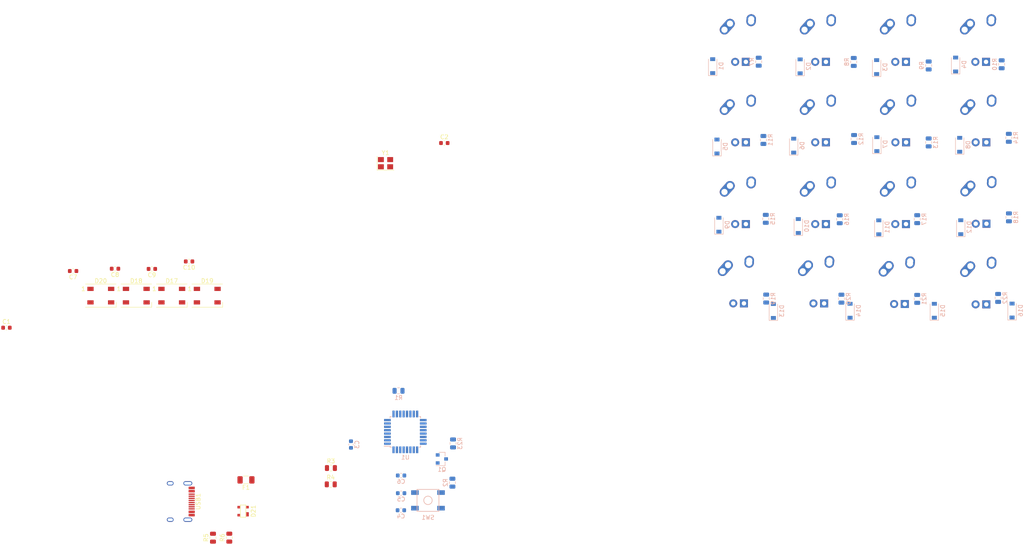
<source format=kicad_pcb>
(kicad_pcb (version 20171130) (host pcbnew "(5.1.5)-3")

  (general
    (thickness 1.6)
    (drawings 0)
    (tracks 0)
    (zones 0)
    (modules 76)
    (nets 84)
  )

  (page A4)
  (layers
    (0 F.Cu signal)
    (31 B.Cu signal)
    (32 B.Adhes user)
    (33 F.Adhes user)
    (34 B.Paste user)
    (35 F.Paste user)
    (36 B.SilkS user)
    (37 F.SilkS user)
    (38 B.Mask user)
    (39 F.Mask user)
    (40 Dwgs.User user)
    (41 Cmts.User user)
    (42 Eco1.User user)
    (43 Eco2.User user)
    (44 Edge.Cuts user)
    (45 Margin user)
    (46 B.CrtYd user)
    (47 F.CrtYd user)
    (48 B.Fab user)
    (49 F.Fab user)
  )

  (setup
    (last_trace_width 0.25)
    (trace_clearance 0.2)
    (zone_clearance 0.508)
    (zone_45_only no)
    (trace_min 0.2)
    (via_size 0.8)
    (via_drill 0.4)
    (via_min_size 0.4)
    (via_min_drill 0.3)
    (uvia_size 0.3)
    (uvia_drill 0.1)
    (uvias_allowed no)
    (uvia_min_size 0.2)
    (uvia_min_drill 0.1)
    (edge_width 0.05)
    (segment_width 0.2)
    (pcb_text_width 0.3)
    (pcb_text_size 1.5 1.5)
    (mod_edge_width 0.12)
    (mod_text_size 1 1)
    (mod_text_width 0.15)
    (pad_size 1.524 1.524)
    (pad_drill 0.762)
    (pad_to_mask_clearance 0.051)
    (solder_mask_min_width 0.25)
    (aux_axis_origin 0 0)
    (visible_elements 7FFFFFFF)
    (pcbplotparams
      (layerselection 0x010fc_ffffffff)
      (usegerberextensions false)
      (usegerberattributes false)
      (usegerberadvancedattributes false)
      (creategerberjobfile false)
      (excludeedgelayer true)
      (linewidth 0.100000)
      (plotframeref false)
      (viasonmask false)
      (mode 1)
      (useauxorigin false)
      (hpglpennumber 1)
      (hpglpenspeed 20)
      (hpglpendiameter 15.000000)
      (psnegative false)
      (psa4output false)
      (plotreference true)
      (plotvalue true)
      (plotinvisibletext false)
      (padsonsilk false)
      (subtractmaskfromsilk false)
      (outputformat 1)
      (mirror false)
      (drillshape 1)
      (scaleselection 1)
      (outputdirectory ""))
  )

  (net 0 "")
  (net 1 GND)
  (net 2 "Net-(C1-Pad1)")
  (net 3 "Net-(C2-Pad1)")
  (net 4 "Net-(C3-Pad1)")
  (net 5 +5V)
  (net 6 "Net-(D1-Pad2)")
  (net 7 ROW0)
  (net 8 "Net-(D2-Pad2)")
  (net 9 "Net-(D3-Pad2)")
  (net 10 "Net-(D4-Pad2)")
  (net 11 "Net-(D5-Pad2)")
  (net 12 ROW1)
  (net 13 "Net-(D6-Pad2)")
  (net 14 "Net-(D7-Pad2)")
  (net 15 "Net-(D8-Pad2)")
  (net 16 "Net-(D9-Pad2)")
  (net 17 ROW2)
  (net 18 "Net-(D10-Pad2)")
  (net 19 "Net-(D11-Pad2)")
  (net 20 "Net-(D12-Pad2)")
  (net 21 "Net-(D13-Pad2)")
  (net 22 ROW3)
  (net 23 "Net-(D14-Pad2)")
  (net 24 "Net-(D15-Pad2)")
  (net 25 "Net-(D16-Pad2)")
  (net 26 "Net-(D17-Pad2)")
  (net 27 RGBLED)
  (net 28 "Net-(D18-Pad2)")
  (net 29 "Net-(D19-Pad2)")
  (net 30 "Net-(D20-Pad2)")
  (net 31 VCC)
  (net 32 D+)
  (net 33 D-)
  (net 34 "Net-(MX1-Pad4)")
  (net 35 COL0)
  (net 36 "Net-(MX2-Pad4)")
  (net 37 COL1)
  (net 38 "Net-(MX3-Pad4)")
  (net 39 COL2)
  (net 40 "Net-(MX4-Pad4)")
  (net 41 COL3)
  (net 42 "Net-(MX5-Pad4)")
  (net 43 "Net-(MX6-Pad4)")
  (net 44 "Net-(MX7-Pad4)")
  (net 45 "Net-(MX8-Pad4)")
  (net 46 "Net-(MX9-Pad4)")
  (net 47 "Net-(MX10-Pad4)")
  (net 48 "Net-(MX11-Pad4)")
  (net 49 "Net-(MX12-Pad4)")
  (net 50 "Net-(MX13-Pad4)")
  (net 51 "Net-(MX14-Pad4)")
  (net 52 "Net-(MX15-Pad4)")
  (net 53 "Net-(MX16-Pad4)")
  (net 54 LEDGND)
  (net 55 "Net-(Q1-Pad1)")
  (net 56 "Net-(R1-Pad2)")
  (net 57 "Net-(R2-Pad2)")
  (net 58 "Net-(R3-Pad1)")
  (net 59 "Net-(R4-Pad1)")
  (net 60 "Net-(R5-Pad2)")
  (net 61 "Net-(R6-Pad2)")
  (net 62 "Net-(R23-Pad2)")
  (net 63 "Net-(U1-Pad26)")
  (net 64 "Net-(U1-Pad25)")
  (net 65 "Net-(U1-Pad23)")
  (net 66 "Net-(U1-Pad22)")
  (net 67 "Net-(U1-Pad20)")
  (net 68 "Net-(U1-Pad18)")
  (net 69 "Net-(U1-Pad17)")
  (net 70 "Net-(U1-Pad16)")
  (net 71 "Net-(U1-Pad15)")
  (net 72 "Net-(U1-Pad14)")
  (net 73 "Net-(U1-Pad12)")
  (net 74 "Net-(U1-Pad11)")
  (net 75 "Net-(U1-Pad10)")
  (net 76 "Net-(U1-Pad9)")
  (net 77 "Net-(U1-Pad8)")
  (net 78 "Net-(U1-Pad7)")
  (net 79 "Net-(U1-Pad6)")
  (net 80 "Net-(U1-Pad5)")
  (net 81 "Net-(USB1-Pad3)")
  (net 82 "Net-(USB1-Pad9)")
  (net 83 "Net-(Y1-Pad2)")

  (net_class Default "This is the default net class."
    (clearance 0.2)
    (trace_width 0.25)
    (via_dia 0.8)
    (via_drill 0.4)
    (uvia_dia 0.3)
    (uvia_drill 0.1)
    (add_net +5V)
    (add_net COL0)
    (add_net COL1)
    (add_net COL2)
    (add_net COL3)
    (add_net D+)
    (add_net D-)
    (add_net GND)
    (add_net LEDGND)
    (add_net "Net-(C1-Pad1)")
    (add_net "Net-(C2-Pad1)")
    (add_net "Net-(C3-Pad1)")
    (add_net "Net-(D1-Pad2)")
    (add_net "Net-(D10-Pad2)")
    (add_net "Net-(D11-Pad2)")
    (add_net "Net-(D12-Pad2)")
    (add_net "Net-(D13-Pad2)")
    (add_net "Net-(D14-Pad2)")
    (add_net "Net-(D15-Pad2)")
    (add_net "Net-(D16-Pad2)")
    (add_net "Net-(D17-Pad2)")
    (add_net "Net-(D18-Pad2)")
    (add_net "Net-(D19-Pad2)")
    (add_net "Net-(D2-Pad2)")
    (add_net "Net-(D20-Pad2)")
    (add_net "Net-(D3-Pad2)")
    (add_net "Net-(D4-Pad2)")
    (add_net "Net-(D5-Pad2)")
    (add_net "Net-(D6-Pad2)")
    (add_net "Net-(D7-Pad2)")
    (add_net "Net-(D8-Pad2)")
    (add_net "Net-(D9-Pad2)")
    (add_net "Net-(MX1-Pad4)")
    (add_net "Net-(MX10-Pad4)")
    (add_net "Net-(MX11-Pad4)")
    (add_net "Net-(MX12-Pad4)")
    (add_net "Net-(MX13-Pad4)")
    (add_net "Net-(MX14-Pad4)")
    (add_net "Net-(MX15-Pad4)")
    (add_net "Net-(MX16-Pad4)")
    (add_net "Net-(MX2-Pad4)")
    (add_net "Net-(MX3-Pad4)")
    (add_net "Net-(MX4-Pad4)")
    (add_net "Net-(MX5-Pad4)")
    (add_net "Net-(MX6-Pad4)")
    (add_net "Net-(MX7-Pad4)")
    (add_net "Net-(MX8-Pad4)")
    (add_net "Net-(MX9-Pad4)")
    (add_net "Net-(Q1-Pad1)")
    (add_net "Net-(R1-Pad2)")
    (add_net "Net-(R2-Pad2)")
    (add_net "Net-(R23-Pad2)")
    (add_net "Net-(R3-Pad1)")
    (add_net "Net-(R4-Pad1)")
    (add_net "Net-(R5-Pad2)")
    (add_net "Net-(R6-Pad2)")
    (add_net "Net-(U1-Pad10)")
    (add_net "Net-(U1-Pad11)")
    (add_net "Net-(U1-Pad12)")
    (add_net "Net-(U1-Pad14)")
    (add_net "Net-(U1-Pad15)")
    (add_net "Net-(U1-Pad16)")
    (add_net "Net-(U1-Pad17)")
    (add_net "Net-(U1-Pad18)")
    (add_net "Net-(U1-Pad20)")
    (add_net "Net-(U1-Pad22)")
    (add_net "Net-(U1-Pad23)")
    (add_net "Net-(U1-Pad25)")
    (add_net "Net-(U1-Pad26)")
    (add_net "Net-(U1-Pad5)")
    (add_net "Net-(U1-Pad6)")
    (add_net "Net-(U1-Pad7)")
    (add_net "Net-(U1-Pad8)")
    (add_net "Net-(U1-Pad9)")
    (add_net "Net-(USB1-Pad3)")
    (add_net "Net-(USB1-Pad9)")
    (add_net "Net-(Y1-Pad2)")
    (add_net RGBLED)
    (add_net ROW0)
    (add_net ROW1)
    (add_net ROW2)
    (add_net ROW3)
    (add_net VCC)
  )

  (module Crystal:Crystal_SMD_3225-4Pin_3.2x2.5mm (layer F.Cu) (tedit 5A0FD1B2) (tstamp 5E5A5C40)
    (at 204.7526 63.62696)
    (descr "SMD Crystal SERIES SMD3225/4 http://www.txccrystal.com/images/pdf/7m-accuracy.pdf, 3.2x2.5mm^2 package")
    (tags "SMD SMT crystal")
    (path /5E5B89B0)
    (attr smd)
    (fp_text reference Y1 (at 0 -2.45) (layer F.SilkS)
      (effects (font (size 1 1) (thickness 0.15)))
    )
    (fp_text value 16MHz (at 0 2.45) (layer F.Fab)
      (effects (font (size 1 1) (thickness 0.15)))
    )
    (fp_line (start 2.1 -1.7) (end -2.1 -1.7) (layer F.CrtYd) (width 0.05))
    (fp_line (start 2.1 1.7) (end 2.1 -1.7) (layer F.CrtYd) (width 0.05))
    (fp_line (start -2.1 1.7) (end 2.1 1.7) (layer F.CrtYd) (width 0.05))
    (fp_line (start -2.1 -1.7) (end -2.1 1.7) (layer F.CrtYd) (width 0.05))
    (fp_line (start -2 1.65) (end 2 1.65) (layer F.SilkS) (width 0.12))
    (fp_line (start -2 -1.65) (end -2 1.65) (layer F.SilkS) (width 0.12))
    (fp_line (start -1.6 0.25) (end -0.6 1.25) (layer F.Fab) (width 0.1))
    (fp_line (start 1.6 -1.25) (end -1.6 -1.25) (layer F.Fab) (width 0.1))
    (fp_line (start 1.6 1.25) (end 1.6 -1.25) (layer F.Fab) (width 0.1))
    (fp_line (start -1.6 1.25) (end 1.6 1.25) (layer F.Fab) (width 0.1))
    (fp_line (start -1.6 -1.25) (end -1.6 1.25) (layer F.Fab) (width 0.1))
    (fp_text user %R (at 0 0) (layer F.Fab)
      (effects (font (size 0.7 0.7) (thickness 0.105)))
    )
    (pad 4 smd rect (at -1.1 -0.85) (size 1.4 1.2) (layers F.Cu F.Paste F.Mask)
      (net 1 GND))
    (pad 3 smd rect (at 1.1 -0.85) (size 1.4 1.2) (layers F.Cu F.Paste F.Mask)
      (net 3 "Net-(C2-Pad1)"))
    (pad 2 smd rect (at 1.1 0.85) (size 1.4 1.2) (layers F.Cu F.Paste F.Mask)
      (net 83 "Net-(Y1-Pad2)"))
    (pad 1 smd rect (at -1.1 0.85) (size 1.4 1.2) (layers F.Cu F.Paste F.Mask)
      (net 2 "Net-(C1-Pad1)"))
    (model ${KISYS3DMOD}/Crystal.3dshapes/Crystal_SMD_3225-4Pin_3.2x2.5mm.wrl
      (at (xyz 0 0 0))
      (scale (xyz 1 1 1))
      (rotate (xyz 0 0 0))
    )
  )

  (module Type-C:HRO-TYPE-C-31-M-12 (layer F.Cu) (tedit 5C42C658) (tstamp 5E5A5C2C)
    (at 151.05 143.925 270)
    (path /5E5E01D2)
    (attr smd)
    (fp_text reference USB1 (at 0 -9.25 90) (layer F.SilkS)
      (effects (font (size 1 1) (thickness 0.15)))
    )
    (fp_text value HRO-TYPE-C-31-M-12 (at 0 1.15 90) (layer Dwgs.User)
      (effects (font (size 1 1) (thickness 0.15)))
    )
    (fp_line (start -4.47 0) (end 4.47 0) (layer Dwgs.User) (width 0.15))
    (fp_line (start -4.47 0) (end -4.47 -7.3) (layer Dwgs.User) (width 0.15))
    (fp_line (start 4.47 0) (end 4.47 -7.3) (layer Dwgs.User) (width 0.15))
    (fp_line (start -4.47 -7.3) (end 4.47 -7.3) (layer Dwgs.User) (width 0.15))
    (pad 12 smd rect (at 3.225 -7.695 270) (size 0.6 1.45) (layers F.Cu F.Paste F.Mask)
      (net 1 GND))
    (pad 1 smd rect (at -3.225 -7.695 270) (size 0.6 1.45) (layers F.Cu F.Paste F.Mask)
      (net 1 GND))
    (pad 11 smd rect (at 2.45 -7.695 270) (size 0.6 1.45) (layers F.Cu F.Paste F.Mask)
      (net 31 VCC))
    (pad 2 smd rect (at -2.45 -7.695 270) (size 0.6 1.45) (layers F.Cu F.Paste F.Mask)
      (net 31 VCC))
    (pad 3 smd rect (at -1.75 -7.695 270) (size 0.3 1.45) (layers F.Cu F.Paste F.Mask)
      (net 81 "Net-(USB1-Pad3)"))
    (pad 10 smd rect (at 1.75 -7.695 270) (size 0.3 1.45) (layers F.Cu F.Paste F.Mask)
      (net 60 "Net-(R5-Pad2)"))
    (pad 4 smd rect (at -1.25 -7.695 270) (size 0.3 1.45) (layers F.Cu F.Paste F.Mask)
      (net 61 "Net-(R6-Pad2)"))
    (pad 9 smd rect (at 1.25 -7.695 270) (size 0.3 1.45) (layers F.Cu F.Paste F.Mask)
      (net 82 "Net-(USB1-Pad9)"))
    (pad 5 smd rect (at -0.75 -7.695 270) (size 0.3 1.45) (layers F.Cu F.Paste F.Mask)
      (net 33 D-))
    (pad 8 smd rect (at 0.75 -7.695 270) (size 0.3 1.45) (layers F.Cu F.Paste F.Mask)
      (net 32 D+))
    (pad 7 smd rect (at 0.25 -7.695 270) (size 0.3 1.45) (layers F.Cu F.Paste F.Mask)
      (net 33 D-))
    (pad 6 smd rect (at -0.25 -7.695 270) (size 0.3 1.45) (layers F.Cu F.Paste F.Mask)
      (net 32 D+))
    (pad "" np_thru_hole circle (at 2.89 -6.25 270) (size 0.65 0.65) (drill 0.65) (layers *.Cu *.Mask))
    (pad "" np_thru_hole circle (at -2.89 -6.25 270) (size 0.65 0.65) (drill 0.65) (layers *.Cu *.Mask))
    (pad 13 thru_hole oval (at -4.32 -6.78 270) (size 1 2.1) (drill oval 0.6 1.7) (layers *.Cu B.Mask)
      (net 1 GND))
    (pad 13 thru_hole oval (at 4.32 -6.78 270) (size 1 2.1) (drill oval 0.6 1.7) (layers *.Cu B.Mask)
      (net 1 GND))
    (pad 13 thru_hole oval (at -4.32 -2.6 270) (size 1 1.6) (drill oval 0.6 1.2) (layers *.Cu B.Mask)
      (net 1 GND))
    (pad 13 thru_hole oval (at 4.32 -2.6 270) (size 1 1.6) (drill oval 0.6 1.2) (layers *.Cu B.Mask)
      (net 1 GND))
  )

  (module Package_QFP:TQFP-32_7x7mm_P0.8mm (layer B.Cu) (tedit 5A02F146) (tstamp 5E5A5588)
    (at 209.45 127.4)
    (descr "32-Lead Plastic Thin Quad Flatpack (PT) - 7x7x1.0 mm Body, 2.00 mm [TQFP] (see Microchip Packaging Specification 00000049BS.pdf)")
    (tags "QFP 0.8")
    (path /5E5B4F3E)
    (attr smd)
    (fp_text reference U1 (at 0 6.05) (layer B.SilkS)
      (effects (font (size 1 1) (thickness 0.15)) (justify mirror))
    )
    (fp_text value ATmega32U2-AU (at 0 -6.05) (layer B.Fab)
      (effects (font (size 1 1) (thickness 0.15)) (justify mirror))
    )
    (fp_line (start -3.625 3.4) (end -5.05 3.4) (layer B.SilkS) (width 0.15))
    (fp_line (start 3.625 3.625) (end 3.3 3.625) (layer B.SilkS) (width 0.15))
    (fp_line (start 3.625 -3.625) (end 3.3 -3.625) (layer B.SilkS) (width 0.15))
    (fp_line (start -3.625 -3.625) (end -3.3 -3.625) (layer B.SilkS) (width 0.15))
    (fp_line (start -3.625 3.625) (end -3.3 3.625) (layer B.SilkS) (width 0.15))
    (fp_line (start -3.625 -3.625) (end -3.625 -3.3) (layer B.SilkS) (width 0.15))
    (fp_line (start 3.625 -3.625) (end 3.625 -3.3) (layer B.SilkS) (width 0.15))
    (fp_line (start 3.625 3.625) (end 3.625 3.3) (layer B.SilkS) (width 0.15))
    (fp_line (start -3.625 3.625) (end -3.625 3.4) (layer B.SilkS) (width 0.15))
    (fp_line (start -5.3 -5.3) (end 5.3 -5.3) (layer B.CrtYd) (width 0.05))
    (fp_line (start -5.3 5.3) (end 5.3 5.3) (layer B.CrtYd) (width 0.05))
    (fp_line (start 5.3 5.3) (end 5.3 -5.3) (layer B.CrtYd) (width 0.05))
    (fp_line (start -5.3 5.3) (end -5.3 -5.3) (layer B.CrtYd) (width 0.05))
    (fp_line (start -3.5 2.5) (end -2.5 3.5) (layer B.Fab) (width 0.15))
    (fp_line (start -3.5 -3.5) (end -3.5 2.5) (layer B.Fab) (width 0.15))
    (fp_line (start 3.5 -3.5) (end -3.5 -3.5) (layer B.Fab) (width 0.15))
    (fp_line (start 3.5 3.5) (end 3.5 -3.5) (layer B.Fab) (width 0.15))
    (fp_line (start -2.5 3.5) (end 3.5 3.5) (layer B.Fab) (width 0.15))
    (fp_text user %R (at 0 0) (layer B.Fab)
      (effects (font (size 1 1) (thickness 0.15)) (justify mirror))
    )
    (pad 32 smd rect (at -2.8 4.25 270) (size 1.6 0.55) (layers B.Cu B.Paste B.Mask)
      (net 5 +5V))
    (pad 31 smd rect (at -2 4.25 270) (size 1.6 0.55) (layers B.Cu B.Paste B.Mask)
      (net 5 +5V))
    (pad 30 smd rect (at -1.2 4.25 270) (size 1.6 0.55) (layers B.Cu B.Paste B.Mask)
      (net 58 "Net-(R3-Pad1)"))
    (pad 29 smd rect (at -0.4 4.25 270) (size 1.6 0.55) (layers B.Cu B.Paste B.Mask)
      (net 59 "Net-(R4-Pad1)"))
    (pad 28 smd rect (at 0.4 4.25 270) (size 1.6 0.55) (layers B.Cu B.Paste B.Mask)
      (net 1 GND))
    (pad 27 smd rect (at 1.2 4.25 270) (size 1.6 0.55) (layers B.Cu B.Paste B.Mask)
      (net 4 "Net-(C3-Pad1)"))
    (pad 26 smd rect (at 2 4.25 270) (size 1.6 0.55) (layers B.Cu B.Paste B.Mask)
      (net 63 "Net-(U1-Pad26)"))
    (pad 25 smd rect (at 2.8 4.25 270) (size 1.6 0.55) (layers B.Cu B.Paste B.Mask)
      (net 64 "Net-(U1-Pad25)"))
    (pad 24 smd rect (at 4.25 2.8) (size 1.6 0.55) (layers B.Cu B.Paste B.Mask)
      (net 57 "Net-(R2-Pad2)"))
    (pad 23 smd rect (at 4.25 2) (size 1.6 0.55) (layers B.Cu B.Paste B.Mask)
      (net 65 "Net-(U1-Pad23)"))
    (pad 22 smd rect (at 4.25 1.2) (size 1.6 0.55) (layers B.Cu B.Paste B.Mask)
      (net 66 "Net-(U1-Pad22)"))
    (pad 21 smd rect (at 4.25 0.4) (size 1.6 0.55) (layers B.Cu B.Paste B.Mask)
      (net 62 "Net-(R23-Pad2)"))
    (pad 20 smd rect (at 4.25 -0.4) (size 1.6 0.55) (layers B.Cu B.Paste B.Mask)
      (net 67 "Net-(U1-Pad20)"))
    (pad 19 smd rect (at 4.25 -1.2) (size 1.6 0.55) (layers B.Cu B.Paste B.Mask)
      (net 27 RGBLED))
    (pad 18 smd rect (at 4.25 -2) (size 1.6 0.55) (layers B.Cu B.Paste B.Mask)
      (net 68 "Net-(U1-Pad18)"))
    (pad 17 smd rect (at 4.25 -2.8) (size 1.6 0.55) (layers B.Cu B.Paste B.Mask)
      (net 69 "Net-(U1-Pad17)"))
    (pad 16 smd rect (at 2.8 -4.25 270) (size 1.6 0.55) (layers B.Cu B.Paste B.Mask)
      (net 70 "Net-(U1-Pad16)"))
    (pad 15 smd rect (at 2 -4.25 270) (size 1.6 0.55) (layers B.Cu B.Paste B.Mask)
      (net 71 "Net-(U1-Pad15)"))
    (pad 14 smd rect (at 1.2 -4.25 270) (size 1.6 0.55) (layers B.Cu B.Paste B.Mask)
      (net 72 "Net-(U1-Pad14)"))
    (pad 13 smd rect (at 0.4 -4.25 270) (size 1.6 0.55) (layers B.Cu B.Paste B.Mask)
      (net 56 "Net-(R1-Pad2)"))
    (pad 12 smd rect (at -0.4 -4.25 270) (size 1.6 0.55) (layers B.Cu B.Paste B.Mask)
      (net 73 "Net-(U1-Pad12)"))
    (pad 11 smd rect (at -1.2 -4.25 270) (size 1.6 0.55) (layers B.Cu B.Paste B.Mask)
      (net 74 "Net-(U1-Pad11)"))
    (pad 10 smd rect (at -2 -4.25 270) (size 1.6 0.55) (layers B.Cu B.Paste B.Mask)
      (net 75 "Net-(U1-Pad10)"))
    (pad 9 smd rect (at -2.8 -4.25 270) (size 1.6 0.55) (layers B.Cu B.Paste B.Mask)
      (net 76 "Net-(U1-Pad9)"))
    (pad 8 smd rect (at -4.25 -2.8) (size 1.6 0.55) (layers B.Cu B.Paste B.Mask)
      (net 77 "Net-(U1-Pad8)"))
    (pad 7 smd rect (at -4.25 -2) (size 1.6 0.55) (layers B.Cu B.Paste B.Mask)
      (net 78 "Net-(U1-Pad7)"))
    (pad 6 smd rect (at -4.25 -1.2) (size 1.6 0.55) (layers B.Cu B.Paste B.Mask)
      (net 79 "Net-(U1-Pad6)"))
    (pad 5 smd rect (at -4.25 -0.4) (size 1.6 0.55) (layers B.Cu B.Paste B.Mask)
      (net 80 "Net-(U1-Pad5)"))
    (pad 4 smd rect (at -4.25 0.4) (size 1.6 0.55) (layers B.Cu B.Paste B.Mask)
      (net 5 +5V))
    (pad 3 smd rect (at -4.25 1.2) (size 1.6 0.55) (layers B.Cu B.Paste B.Mask)
      (net 1 GND))
    (pad 2 smd rect (at -4.25 2) (size 1.6 0.55) (layers B.Cu B.Paste B.Mask)
      (net 3 "Net-(C2-Pad1)"))
    (pad 1 smd rect (at -4.25 2.8) (size 1.6 0.55) (layers B.Cu B.Paste B.Mask)
      (net 2 "Net-(C1-Pad1)"))
    (model ${KISYS3DMOD}/Package_QFP.3dshapes/TQFP-32_7x7mm_P0.8mm.wrl
      (at (xyz 0 0 0))
      (scale (xyz 1 1 1))
      (rotate (xyz 0 0 0))
    )
  )

  (module random-keyboard-parts:SKQG-1155865 (layer B.Cu) (tedit 5C42C5DE) (tstamp 5E5A5BDB)
    (at 214.825 143.65 180)
    (path /5E5CA4F4)
    (attr smd)
    (fp_text reference SW1 (at 0 -4.064) (layer B.SilkS)
      (effects (font (size 1 1) (thickness 0.15)) (justify mirror))
    )
    (fp_text value SW_Push (at 0 4.064) (layer B.Fab)
      (effects (font (size 1 1) (thickness 0.15)) (justify mirror))
    )
    (fp_line (start -2.6 2.6) (end 2.6 2.6) (layer B.SilkS) (width 0.15))
    (fp_line (start 2.6 2.6) (end 2.6 -2.6) (layer B.SilkS) (width 0.15))
    (fp_line (start 2.6 -2.6) (end -2.6 -2.6) (layer B.SilkS) (width 0.15))
    (fp_line (start -2.6 -2.6) (end -2.6 2.6) (layer B.SilkS) (width 0.15))
    (fp_circle (center 0 0) (end 1 0) (layer B.SilkS) (width 0.15))
    (fp_line (start -4.2 2.6) (end 4.2 2.6) (layer B.Fab) (width 0.15))
    (fp_line (start 4.2 2.6) (end 4.2 1.2) (layer B.Fab) (width 0.15))
    (fp_line (start 4.2 1.1) (end 2.6 1.1) (layer B.Fab) (width 0.15))
    (fp_line (start 2.6 1.1) (end 2.6 -1.1) (layer B.Fab) (width 0.15))
    (fp_line (start 2.6 -1.1) (end 4.2 -1.1) (layer B.Fab) (width 0.15))
    (fp_line (start 4.2 -1.1) (end 4.2 -2.6) (layer B.Fab) (width 0.15))
    (fp_line (start 4.2 -2.6) (end -4.2 -2.6) (layer B.Fab) (width 0.15))
    (fp_line (start -4.2 -2.6) (end -4.2 -1.1) (layer B.Fab) (width 0.15))
    (fp_line (start -4.2 -1.1) (end -2.6 -1.1) (layer B.Fab) (width 0.15))
    (fp_line (start -2.6 -1.1) (end -2.6 1.1) (layer B.Fab) (width 0.15))
    (fp_line (start -2.6 1.1) (end -4.2 1.1) (layer B.Fab) (width 0.15))
    (fp_line (start -4.2 1.1) (end -4.2 2.6) (layer B.Fab) (width 0.15))
    (fp_circle (center 0 0) (end 1 0) (layer B.Fab) (width 0.15))
    (fp_line (start -2.6 1.1) (end -1.1 2.6) (layer B.Fab) (width 0.15))
    (fp_line (start 2.6 1.1) (end 1.1 2.6) (layer B.Fab) (width 0.15))
    (fp_line (start 2.6 -1.1) (end 1.1 -2.6) (layer B.Fab) (width 0.15))
    (fp_line (start -2.6 -1.1) (end -1.1 -2.6) (layer B.Fab) (width 0.15))
    (pad 4 smd rect (at -3.1 -1.85 180) (size 1.8 1.1) (layers B.Cu B.Paste B.Mask))
    (pad 3 smd rect (at 3.1 1.85 180) (size 1.8 1.1) (layers B.Cu B.Paste B.Mask))
    (pad 2 smd rect (at -3.1 1.85 180) (size 1.8 1.1) (layers B.Cu B.Paste B.Mask)
      (net 57 "Net-(R2-Pad2)"))
    (pad 1 smd rect (at 3.1 -1.85 180) (size 1.8 1.1) (layers B.Cu B.Paste B.Mask)
      (net 1 GND))
  )

  (module Resistor_SMD:R_0805_2012Metric (layer B.Cu) (tedit 5B36C52B) (tstamp 5E5A5BBD)
    (at 220.775 130.1375 90)
    (descr "Resistor SMD 0805 (2012 Metric), square (rectangular) end terminal, IPC_7351 nominal, (Body size source: https://docs.google.com/spreadsheets/d/1BsfQQcO9C6DZCsRaXUlFlo91Tg2WpOkGARC1WS5S8t0/edit?usp=sharing), generated with kicad-footprint-generator")
    (tags resistor)
    (path /5E7DEC0A)
    (attr smd)
    (fp_text reference R23 (at 0 1.65 90) (layer B.SilkS)
      (effects (font (size 1 1) (thickness 0.15)) (justify mirror))
    )
    (fp_text value 10k (at 0 -1.65 90) (layer B.Fab)
      (effects (font (size 1 1) (thickness 0.15)) (justify mirror))
    )
    (fp_text user %R (at 0 0 90) (layer B.Fab)
      (effects (font (size 0.5 0.5) (thickness 0.08)) (justify mirror))
    )
    (fp_line (start 1.68 -0.95) (end -1.68 -0.95) (layer B.CrtYd) (width 0.05))
    (fp_line (start 1.68 0.95) (end 1.68 -0.95) (layer B.CrtYd) (width 0.05))
    (fp_line (start -1.68 0.95) (end 1.68 0.95) (layer B.CrtYd) (width 0.05))
    (fp_line (start -1.68 -0.95) (end -1.68 0.95) (layer B.CrtYd) (width 0.05))
    (fp_line (start -0.258578 -0.71) (end 0.258578 -0.71) (layer B.SilkS) (width 0.12))
    (fp_line (start -0.258578 0.71) (end 0.258578 0.71) (layer B.SilkS) (width 0.12))
    (fp_line (start 1 -0.6) (end -1 -0.6) (layer B.Fab) (width 0.1))
    (fp_line (start 1 0.6) (end 1 -0.6) (layer B.Fab) (width 0.1))
    (fp_line (start -1 0.6) (end 1 0.6) (layer B.Fab) (width 0.1))
    (fp_line (start -1 -0.6) (end -1 0.6) (layer B.Fab) (width 0.1))
    (pad 2 smd roundrect (at 0.9375 0 90) (size 0.975 1.4) (layers B.Cu B.Paste B.Mask) (roundrect_rratio 0.25)
      (net 62 "Net-(R23-Pad2)"))
    (pad 1 smd roundrect (at -0.9375 0 90) (size 0.975 1.4) (layers B.Cu B.Paste B.Mask) (roundrect_rratio 0.25)
      (net 55 "Net-(Q1-Pad1)"))
    (model ${KISYS3DMOD}/Resistor_SMD.3dshapes/R_0805_2012Metric.wrl
      (at (xyz 0 0 0))
      (scale (xyz 1 1 1))
      (rotate (xyz 0 0 0))
    )
  )

  (module Resistor_SMD:R_0805_2012Metric (layer B.Cu) (tedit 5B36C52B) (tstamp 5E5A5BAC)
    (at 350.139 95.6056 90)
    (descr "Resistor SMD 0805 (2012 Metric), square (rectangular) end terminal, IPC_7351 nominal, (Body size source: https://docs.google.com/spreadsheets/d/1BsfQQcO9C6DZCsRaXUlFlo91Tg2WpOkGARC1WS5S8t0/edit?usp=sharing), generated with kicad-footprint-generator")
    (tags resistor)
    (path /5E6A1AF2)
    (attr smd)
    (fp_text reference R22 (at 0 1.65 90) (layer B.SilkS)
      (effects (font (size 1 1) (thickness 0.15)) (justify mirror))
    )
    (fp_text value 1k (at 0 -1.65 90) (layer B.Fab)
      (effects (font (size 1 1) (thickness 0.15)) (justify mirror))
    )
    (fp_text user %R (at 0 0 90) (layer B.Fab)
      (effects (font (size 0.5 0.5) (thickness 0.08)) (justify mirror))
    )
    (fp_line (start 1.68 -0.95) (end -1.68 -0.95) (layer B.CrtYd) (width 0.05))
    (fp_line (start 1.68 0.95) (end 1.68 -0.95) (layer B.CrtYd) (width 0.05))
    (fp_line (start -1.68 0.95) (end 1.68 0.95) (layer B.CrtYd) (width 0.05))
    (fp_line (start -1.68 -0.95) (end -1.68 0.95) (layer B.CrtYd) (width 0.05))
    (fp_line (start -0.258578 -0.71) (end 0.258578 -0.71) (layer B.SilkS) (width 0.12))
    (fp_line (start -0.258578 0.71) (end 0.258578 0.71) (layer B.SilkS) (width 0.12))
    (fp_line (start 1 -0.6) (end -1 -0.6) (layer B.Fab) (width 0.1))
    (fp_line (start 1 0.6) (end 1 -0.6) (layer B.Fab) (width 0.1))
    (fp_line (start -1 0.6) (end 1 0.6) (layer B.Fab) (width 0.1))
    (fp_line (start -1 -0.6) (end -1 0.6) (layer B.Fab) (width 0.1))
    (pad 2 smd roundrect (at 0.9375 0 90) (size 0.975 1.4) (layers B.Cu B.Paste B.Mask) (roundrect_rratio 0.25)
      (net 54 LEDGND))
    (pad 1 smd roundrect (at -0.9375 0 90) (size 0.975 1.4) (layers B.Cu B.Paste B.Mask) (roundrect_rratio 0.25)
      (net 53 "Net-(MX16-Pad4)"))
    (model ${KISYS3DMOD}/Resistor_SMD.3dshapes/R_0805_2012Metric.wrl
      (at (xyz 0 0 0))
      (scale (xyz 1 1 1))
      (rotate (xyz 0 0 0))
    )
  )

  (module Resistor_SMD:R_0805_2012Metric (layer B.Cu) (tedit 5B36C52B) (tstamp 5E5A5B9B)
    (at 330.9366 95.8319 90)
    (descr "Resistor SMD 0805 (2012 Metric), square (rectangular) end terminal, IPC_7351 nominal, (Body size source: https://docs.google.com/spreadsheets/d/1BsfQQcO9C6DZCsRaXUlFlo91Tg2WpOkGARC1WS5S8t0/edit?usp=sharing), generated with kicad-footprint-generator")
    (tags resistor)
    (path /5E6A1ADE)
    (attr smd)
    (fp_text reference R21 (at 0 1.65 90) (layer B.SilkS)
      (effects (font (size 1 1) (thickness 0.15)) (justify mirror))
    )
    (fp_text value 1k (at 0 -1.65 90) (layer B.Fab)
      (effects (font (size 1 1) (thickness 0.15)) (justify mirror))
    )
    (fp_text user %R (at 0 0 90) (layer B.Fab)
      (effects (font (size 0.5 0.5) (thickness 0.08)) (justify mirror))
    )
    (fp_line (start 1.68 -0.95) (end -1.68 -0.95) (layer B.CrtYd) (width 0.05))
    (fp_line (start 1.68 0.95) (end 1.68 -0.95) (layer B.CrtYd) (width 0.05))
    (fp_line (start -1.68 0.95) (end 1.68 0.95) (layer B.CrtYd) (width 0.05))
    (fp_line (start -1.68 -0.95) (end -1.68 0.95) (layer B.CrtYd) (width 0.05))
    (fp_line (start -0.258578 -0.71) (end 0.258578 -0.71) (layer B.SilkS) (width 0.12))
    (fp_line (start -0.258578 0.71) (end 0.258578 0.71) (layer B.SilkS) (width 0.12))
    (fp_line (start 1 -0.6) (end -1 -0.6) (layer B.Fab) (width 0.1))
    (fp_line (start 1 0.6) (end 1 -0.6) (layer B.Fab) (width 0.1))
    (fp_line (start -1 0.6) (end 1 0.6) (layer B.Fab) (width 0.1))
    (fp_line (start -1 -0.6) (end -1 0.6) (layer B.Fab) (width 0.1))
    (pad 2 smd roundrect (at 0.9375 0 90) (size 0.975 1.4) (layers B.Cu B.Paste B.Mask) (roundrect_rratio 0.25)
      (net 54 LEDGND))
    (pad 1 smd roundrect (at -0.9375 0 90) (size 0.975 1.4) (layers B.Cu B.Paste B.Mask) (roundrect_rratio 0.25)
      (net 52 "Net-(MX15-Pad4)"))
    (model ${KISYS3DMOD}/Resistor_SMD.3dshapes/R_0805_2012Metric.wrl
      (at (xyz 0 0 0))
      (scale (xyz 1 1 1))
      (rotate (xyz 0 0 0))
    )
  )

  (module Resistor_SMD:R_0805_2012Metric (layer B.Cu) (tedit 5B36C52B) (tstamp 5E5A5B8A)
    (at 312.9534 95.7811 90)
    (descr "Resistor SMD 0805 (2012 Metric), square (rectangular) end terminal, IPC_7351 nominal, (Body size source: https://docs.google.com/spreadsheets/d/1BsfQQcO9C6DZCsRaXUlFlo91Tg2WpOkGARC1WS5S8t0/edit?usp=sharing), generated with kicad-footprint-generator")
    (tags resistor)
    (path /5E6A1ACA)
    (attr smd)
    (fp_text reference R20 (at 0 1.65 270) (layer B.SilkS)
      (effects (font (size 1 1) (thickness 0.15)) (justify mirror))
    )
    (fp_text value 1k (at 0 -1.65 270) (layer B.Fab)
      (effects (font (size 1 1) (thickness 0.15)) (justify mirror))
    )
    (fp_text user %R (at 0 0 270) (layer B.Fab)
      (effects (font (size 0.5 0.5) (thickness 0.08)) (justify mirror))
    )
    (fp_line (start 1.68 -0.95) (end -1.68 -0.95) (layer B.CrtYd) (width 0.05))
    (fp_line (start 1.68 0.95) (end 1.68 -0.95) (layer B.CrtYd) (width 0.05))
    (fp_line (start -1.68 0.95) (end 1.68 0.95) (layer B.CrtYd) (width 0.05))
    (fp_line (start -1.68 -0.95) (end -1.68 0.95) (layer B.CrtYd) (width 0.05))
    (fp_line (start -0.258578 -0.71) (end 0.258578 -0.71) (layer B.SilkS) (width 0.12))
    (fp_line (start -0.258578 0.71) (end 0.258578 0.71) (layer B.SilkS) (width 0.12))
    (fp_line (start 1 -0.6) (end -1 -0.6) (layer B.Fab) (width 0.1))
    (fp_line (start 1 0.6) (end 1 -0.6) (layer B.Fab) (width 0.1))
    (fp_line (start -1 0.6) (end 1 0.6) (layer B.Fab) (width 0.1))
    (fp_line (start -1 -0.6) (end -1 0.6) (layer B.Fab) (width 0.1))
    (pad 2 smd roundrect (at 0.9375 0 90) (size 0.975 1.4) (layers B.Cu B.Paste B.Mask) (roundrect_rratio 0.25)
      (net 54 LEDGND))
    (pad 1 smd roundrect (at -0.9375 0 90) (size 0.975 1.4) (layers B.Cu B.Paste B.Mask) (roundrect_rratio 0.25)
      (net 51 "Net-(MX14-Pad4)"))
    (model ${KISYS3DMOD}/Resistor_SMD.3dshapes/R_0805_2012Metric.wrl
      (at (xyz 0 0 0))
      (scale (xyz 1 1 1))
      (rotate (xyz 0 0 0))
    )
  )

  (module Resistor_SMD:R_0805_2012Metric (layer B.Cu) (tedit 5B36C52B) (tstamp 5E5A5B79)
    (at 295.0972 95.758 90)
    (descr "Resistor SMD 0805 (2012 Metric), square (rectangular) end terminal, IPC_7351 nominal, (Body size source: https://docs.google.com/spreadsheets/d/1BsfQQcO9C6DZCsRaXUlFlo91Tg2WpOkGARC1WS5S8t0/edit?usp=sharing), generated with kicad-footprint-generator")
    (tags resistor)
    (path /5E6A1AB6)
    (attr smd)
    (fp_text reference R19 (at 0 1.65 90) (layer B.SilkS)
      (effects (font (size 1 1) (thickness 0.15)) (justify mirror))
    )
    (fp_text value 1k (at 0 -1.65 90) (layer B.Fab)
      (effects (font (size 1 1) (thickness 0.15)) (justify mirror))
    )
    (fp_text user %R (at 0 0 90) (layer B.Fab)
      (effects (font (size 0.5 0.5) (thickness 0.08)) (justify mirror))
    )
    (fp_line (start 1.68 -0.95) (end -1.68 -0.95) (layer B.CrtYd) (width 0.05))
    (fp_line (start 1.68 0.95) (end 1.68 -0.95) (layer B.CrtYd) (width 0.05))
    (fp_line (start -1.68 0.95) (end 1.68 0.95) (layer B.CrtYd) (width 0.05))
    (fp_line (start -1.68 -0.95) (end -1.68 0.95) (layer B.CrtYd) (width 0.05))
    (fp_line (start -0.258578 -0.71) (end 0.258578 -0.71) (layer B.SilkS) (width 0.12))
    (fp_line (start -0.258578 0.71) (end 0.258578 0.71) (layer B.SilkS) (width 0.12))
    (fp_line (start 1 -0.6) (end -1 -0.6) (layer B.Fab) (width 0.1))
    (fp_line (start 1 0.6) (end 1 -0.6) (layer B.Fab) (width 0.1))
    (fp_line (start -1 0.6) (end 1 0.6) (layer B.Fab) (width 0.1))
    (fp_line (start -1 -0.6) (end -1 0.6) (layer B.Fab) (width 0.1))
    (pad 2 smd roundrect (at 0.9375 0 90) (size 0.975 1.4) (layers B.Cu B.Paste B.Mask) (roundrect_rratio 0.25)
      (net 54 LEDGND))
    (pad 1 smd roundrect (at -0.9375 0 90) (size 0.975 1.4) (layers B.Cu B.Paste B.Mask) (roundrect_rratio 0.25)
      (net 50 "Net-(MX13-Pad4)"))
    (model ${KISYS3DMOD}/Resistor_SMD.3dshapes/R_0805_2012Metric.wrl
      (at (xyz 0 0 0))
      (scale (xyz 1 1 1))
      (rotate (xyz 0 0 0))
    )
  )

  (module Resistor_SMD:R_0805_2012Metric (layer B.Cu) (tedit 5B36C52B) (tstamp 5E5A5B68)
    (at 352.7044 76.4794 90)
    (descr "Resistor SMD 0805 (2012 Metric), square (rectangular) end terminal, IPC_7351 nominal, (Body size source: https://docs.google.com/spreadsheets/d/1BsfQQcO9C6DZCsRaXUlFlo91Tg2WpOkGARC1WS5S8t0/edit?usp=sharing), generated with kicad-footprint-generator")
    (tags resistor)
    (path /5E69A3DD)
    (attr smd)
    (fp_text reference R18 (at 0 1.65 270) (layer B.SilkS)
      (effects (font (size 1 1) (thickness 0.15)) (justify mirror))
    )
    (fp_text value 1k (at 0 -1.65 270) (layer B.Fab)
      (effects (font (size 1 1) (thickness 0.15)) (justify mirror))
    )
    (fp_text user %R (at 0 0 270) (layer B.Fab)
      (effects (font (size 0.5 0.5) (thickness 0.08)) (justify mirror))
    )
    (fp_line (start 1.68 -0.95) (end -1.68 -0.95) (layer B.CrtYd) (width 0.05))
    (fp_line (start 1.68 0.95) (end 1.68 -0.95) (layer B.CrtYd) (width 0.05))
    (fp_line (start -1.68 0.95) (end 1.68 0.95) (layer B.CrtYd) (width 0.05))
    (fp_line (start -1.68 -0.95) (end -1.68 0.95) (layer B.CrtYd) (width 0.05))
    (fp_line (start -0.258578 -0.71) (end 0.258578 -0.71) (layer B.SilkS) (width 0.12))
    (fp_line (start -0.258578 0.71) (end 0.258578 0.71) (layer B.SilkS) (width 0.12))
    (fp_line (start 1 -0.6) (end -1 -0.6) (layer B.Fab) (width 0.1))
    (fp_line (start 1 0.6) (end 1 -0.6) (layer B.Fab) (width 0.1))
    (fp_line (start -1 0.6) (end 1 0.6) (layer B.Fab) (width 0.1))
    (fp_line (start -1 -0.6) (end -1 0.6) (layer B.Fab) (width 0.1))
    (pad 2 smd roundrect (at 0.9375 0 90) (size 0.975 1.4) (layers B.Cu B.Paste B.Mask) (roundrect_rratio 0.25)
      (net 54 LEDGND))
    (pad 1 smd roundrect (at -0.9375 0 90) (size 0.975 1.4) (layers B.Cu B.Paste B.Mask) (roundrect_rratio 0.25)
      (net 49 "Net-(MX12-Pad4)"))
    (model ${KISYS3DMOD}/Resistor_SMD.3dshapes/R_0805_2012Metric.wrl
      (at (xyz 0 0 0))
      (scale (xyz 1 1 1))
      (rotate (xyz 0 0 0))
    )
  )

  (module Resistor_SMD:R_0805_2012Metric (layer B.Cu) (tedit 5B36C52B) (tstamp 5E5A5B57)
    (at 330.9366 76.9112 90)
    (descr "Resistor SMD 0805 (2012 Metric), square (rectangular) end terminal, IPC_7351 nominal, (Body size source: https://docs.google.com/spreadsheets/d/1BsfQQcO9C6DZCsRaXUlFlo91Tg2WpOkGARC1WS5S8t0/edit?usp=sharing), generated with kicad-footprint-generator")
    (tags resistor)
    (path /5E69A3C9)
    (attr smd)
    (fp_text reference R17 (at 0 1.65 270) (layer B.SilkS)
      (effects (font (size 1 1) (thickness 0.15)) (justify mirror))
    )
    (fp_text value 1k (at 0 -1.65 270) (layer B.Fab)
      (effects (font (size 1 1) (thickness 0.15)) (justify mirror))
    )
    (fp_text user %R (at 0 0 270) (layer B.Fab)
      (effects (font (size 0.5 0.5) (thickness 0.08)) (justify mirror))
    )
    (fp_line (start 1.68 -0.95) (end -1.68 -0.95) (layer B.CrtYd) (width 0.05))
    (fp_line (start 1.68 0.95) (end 1.68 -0.95) (layer B.CrtYd) (width 0.05))
    (fp_line (start -1.68 0.95) (end 1.68 0.95) (layer B.CrtYd) (width 0.05))
    (fp_line (start -1.68 -0.95) (end -1.68 0.95) (layer B.CrtYd) (width 0.05))
    (fp_line (start -0.258578 -0.71) (end 0.258578 -0.71) (layer B.SilkS) (width 0.12))
    (fp_line (start -0.258578 0.71) (end 0.258578 0.71) (layer B.SilkS) (width 0.12))
    (fp_line (start 1 -0.6) (end -1 -0.6) (layer B.Fab) (width 0.1))
    (fp_line (start 1 0.6) (end 1 -0.6) (layer B.Fab) (width 0.1))
    (fp_line (start -1 0.6) (end 1 0.6) (layer B.Fab) (width 0.1))
    (fp_line (start -1 -0.6) (end -1 0.6) (layer B.Fab) (width 0.1))
    (pad 2 smd roundrect (at 0.9375 0 90) (size 0.975 1.4) (layers B.Cu B.Paste B.Mask) (roundrect_rratio 0.25)
      (net 54 LEDGND))
    (pad 1 smd roundrect (at -0.9375 0 90) (size 0.975 1.4) (layers B.Cu B.Paste B.Mask) (roundrect_rratio 0.25)
      (net 48 "Net-(MX11-Pad4)"))
    (model ${KISYS3DMOD}/Resistor_SMD.3dshapes/R_0805_2012Metric.wrl
      (at (xyz 0 0 0))
      (scale (xyz 1 1 1))
      (rotate (xyz 0 0 0))
    )
  )

  (module Resistor_SMD:R_0805_2012Metric (layer B.Cu) (tedit 5B36C52B) (tstamp 5E5A5B46)
    (at 312.547 76.9366 90)
    (descr "Resistor SMD 0805 (2012 Metric), square (rectangular) end terminal, IPC_7351 nominal, (Body size source: https://docs.google.com/spreadsheets/d/1BsfQQcO9C6DZCsRaXUlFlo91Tg2WpOkGARC1WS5S8t0/edit?usp=sharing), generated with kicad-footprint-generator")
    (tags resistor)
    (path /5E69A3B5)
    (attr smd)
    (fp_text reference R16 (at 0 1.65 90) (layer B.SilkS)
      (effects (font (size 1 1) (thickness 0.15)) (justify mirror))
    )
    (fp_text value 1k (at 0 -1.65 90) (layer B.Fab)
      (effects (font (size 1 1) (thickness 0.15)) (justify mirror))
    )
    (fp_text user %R (at 0 0 90) (layer B.Fab)
      (effects (font (size 0.5 0.5) (thickness 0.08)) (justify mirror))
    )
    (fp_line (start 1.68 -0.95) (end -1.68 -0.95) (layer B.CrtYd) (width 0.05))
    (fp_line (start 1.68 0.95) (end 1.68 -0.95) (layer B.CrtYd) (width 0.05))
    (fp_line (start -1.68 0.95) (end 1.68 0.95) (layer B.CrtYd) (width 0.05))
    (fp_line (start -1.68 -0.95) (end -1.68 0.95) (layer B.CrtYd) (width 0.05))
    (fp_line (start -0.258578 -0.71) (end 0.258578 -0.71) (layer B.SilkS) (width 0.12))
    (fp_line (start -0.258578 0.71) (end 0.258578 0.71) (layer B.SilkS) (width 0.12))
    (fp_line (start 1 -0.6) (end -1 -0.6) (layer B.Fab) (width 0.1))
    (fp_line (start 1 0.6) (end 1 -0.6) (layer B.Fab) (width 0.1))
    (fp_line (start -1 0.6) (end 1 0.6) (layer B.Fab) (width 0.1))
    (fp_line (start -1 -0.6) (end -1 0.6) (layer B.Fab) (width 0.1))
    (pad 2 smd roundrect (at 0.9375 0 90) (size 0.975 1.4) (layers B.Cu B.Paste B.Mask) (roundrect_rratio 0.25)
      (net 54 LEDGND))
    (pad 1 smd roundrect (at -0.9375 0 90) (size 0.975 1.4) (layers B.Cu B.Paste B.Mask) (roundrect_rratio 0.25)
      (net 47 "Net-(MX10-Pad4)"))
    (model ${KISYS3DMOD}/Resistor_SMD.3dshapes/R_0805_2012Metric.wrl
      (at (xyz 0 0 0))
      (scale (xyz 1 1 1))
      (rotate (xyz 0 0 0))
    )
  )

  (module Resistor_SMD:R_0805_2012Metric (layer B.Cu) (tedit 5B36C52B) (tstamp 5E5A5B35)
    (at 294.9956 76.835 90)
    (descr "Resistor SMD 0805 (2012 Metric), square (rectangular) end terminal, IPC_7351 nominal, (Body size source: https://docs.google.com/spreadsheets/d/1BsfQQcO9C6DZCsRaXUlFlo91Tg2WpOkGARC1WS5S8t0/edit?usp=sharing), generated with kicad-footprint-generator")
    (tags resistor)
    (path /5E69A3A1)
    (attr smd)
    (fp_text reference R15 (at 0 1.65 270) (layer B.SilkS)
      (effects (font (size 1 1) (thickness 0.15)) (justify mirror))
    )
    (fp_text value 1k (at 0 -1.65 270) (layer B.Fab)
      (effects (font (size 1 1) (thickness 0.15)) (justify mirror))
    )
    (fp_text user %R (at 0 0 270) (layer B.Fab)
      (effects (font (size 0.5 0.5) (thickness 0.08)) (justify mirror))
    )
    (fp_line (start 1.68 -0.95) (end -1.68 -0.95) (layer B.CrtYd) (width 0.05))
    (fp_line (start 1.68 0.95) (end 1.68 -0.95) (layer B.CrtYd) (width 0.05))
    (fp_line (start -1.68 0.95) (end 1.68 0.95) (layer B.CrtYd) (width 0.05))
    (fp_line (start -1.68 -0.95) (end -1.68 0.95) (layer B.CrtYd) (width 0.05))
    (fp_line (start -0.258578 -0.71) (end 0.258578 -0.71) (layer B.SilkS) (width 0.12))
    (fp_line (start -0.258578 0.71) (end 0.258578 0.71) (layer B.SilkS) (width 0.12))
    (fp_line (start 1 -0.6) (end -1 -0.6) (layer B.Fab) (width 0.1))
    (fp_line (start 1 0.6) (end 1 -0.6) (layer B.Fab) (width 0.1))
    (fp_line (start -1 0.6) (end 1 0.6) (layer B.Fab) (width 0.1))
    (fp_line (start -1 -0.6) (end -1 0.6) (layer B.Fab) (width 0.1))
    (pad 2 smd roundrect (at 0.9375 0 90) (size 0.975 1.4) (layers B.Cu B.Paste B.Mask) (roundrect_rratio 0.25)
      (net 54 LEDGND))
    (pad 1 smd roundrect (at -0.9375 0 90) (size 0.975 1.4) (layers B.Cu B.Paste B.Mask) (roundrect_rratio 0.25)
      (net 46 "Net-(MX9-Pad4)"))
    (model ${KISYS3DMOD}/Resistor_SMD.3dshapes/R_0805_2012Metric.wrl
      (at (xyz 0 0 0))
      (scale (xyz 1 1 1))
      (rotate (xyz 0 0 0))
    )
  )

  (module Resistor_SMD:R_0805_2012Metric (layer B.Cu) (tedit 5B36C52B) (tstamp 5E5A5B24)
    (at 352.679 57.6072 90)
    (descr "Resistor SMD 0805 (2012 Metric), square (rectangular) end terminal, IPC_7351 nominal, (Body size source: https://docs.google.com/spreadsheets/d/1BsfQQcO9C6DZCsRaXUlFlo91Tg2WpOkGARC1WS5S8t0/edit?usp=sharing), generated with kicad-footprint-generator")
    (tags resistor)
    (path /5E690F66)
    (attr smd)
    (fp_text reference R14 (at 0 1.65 270) (layer B.SilkS)
      (effects (font (size 1 1) (thickness 0.15)) (justify mirror))
    )
    (fp_text value 1k (at 0 -1.65 270) (layer B.Fab)
      (effects (font (size 1 1) (thickness 0.15)) (justify mirror))
    )
    (fp_text user %R (at 0 0 270) (layer B.Fab)
      (effects (font (size 0.5 0.5) (thickness 0.08)) (justify mirror))
    )
    (fp_line (start 1.68 -0.95) (end -1.68 -0.95) (layer B.CrtYd) (width 0.05))
    (fp_line (start 1.68 0.95) (end 1.68 -0.95) (layer B.CrtYd) (width 0.05))
    (fp_line (start -1.68 0.95) (end 1.68 0.95) (layer B.CrtYd) (width 0.05))
    (fp_line (start -1.68 -0.95) (end -1.68 0.95) (layer B.CrtYd) (width 0.05))
    (fp_line (start -0.258578 -0.71) (end 0.258578 -0.71) (layer B.SilkS) (width 0.12))
    (fp_line (start -0.258578 0.71) (end 0.258578 0.71) (layer B.SilkS) (width 0.12))
    (fp_line (start 1 -0.6) (end -1 -0.6) (layer B.Fab) (width 0.1))
    (fp_line (start 1 0.6) (end 1 -0.6) (layer B.Fab) (width 0.1))
    (fp_line (start -1 0.6) (end 1 0.6) (layer B.Fab) (width 0.1))
    (fp_line (start -1 -0.6) (end -1 0.6) (layer B.Fab) (width 0.1))
    (pad 2 smd roundrect (at 0.9375 0 90) (size 0.975 1.4) (layers B.Cu B.Paste B.Mask) (roundrect_rratio 0.25)
      (net 54 LEDGND))
    (pad 1 smd roundrect (at -0.9375 0 90) (size 0.975 1.4) (layers B.Cu B.Paste B.Mask) (roundrect_rratio 0.25)
      (net 45 "Net-(MX8-Pad4)"))
    (model ${KISYS3DMOD}/Resistor_SMD.3dshapes/R_0805_2012Metric.wrl
      (at (xyz 0 0 0))
      (scale (xyz 1 1 1))
      (rotate (xyz 0 0 0))
    )
  )

  (module Resistor_SMD:R_0805_2012Metric (layer B.Cu) (tedit 5B36C52B) (tstamp 5E5A5B13)
    (at 333.6544 58.6994 90)
    (descr "Resistor SMD 0805 (2012 Metric), square (rectangular) end terminal, IPC_7351 nominal, (Body size source: https://docs.google.com/spreadsheets/d/1BsfQQcO9C6DZCsRaXUlFlo91Tg2WpOkGARC1WS5S8t0/edit?usp=sharing), generated with kicad-footprint-generator")
    (tags resistor)
    (path /5E690F52)
    (attr smd)
    (fp_text reference R13 (at 0 1.65 90) (layer B.SilkS)
      (effects (font (size 1 1) (thickness 0.15)) (justify mirror))
    )
    (fp_text value 1k (at 0 -1.65 90) (layer B.Fab)
      (effects (font (size 1 1) (thickness 0.15)) (justify mirror))
    )
    (fp_text user %R (at 0 0 90) (layer B.Fab)
      (effects (font (size 0.5 0.5) (thickness 0.08)) (justify mirror))
    )
    (fp_line (start 1.68 -0.95) (end -1.68 -0.95) (layer B.CrtYd) (width 0.05))
    (fp_line (start 1.68 0.95) (end 1.68 -0.95) (layer B.CrtYd) (width 0.05))
    (fp_line (start -1.68 0.95) (end 1.68 0.95) (layer B.CrtYd) (width 0.05))
    (fp_line (start -1.68 -0.95) (end -1.68 0.95) (layer B.CrtYd) (width 0.05))
    (fp_line (start -0.258578 -0.71) (end 0.258578 -0.71) (layer B.SilkS) (width 0.12))
    (fp_line (start -0.258578 0.71) (end 0.258578 0.71) (layer B.SilkS) (width 0.12))
    (fp_line (start 1 -0.6) (end -1 -0.6) (layer B.Fab) (width 0.1))
    (fp_line (start 1 0.6) (end 1 -0.6) (layer B.Fab) (width 0.1))
    (fp_line (start -1 0.6) (end 1 0.6) (layer B.Fab) (width 0.1))
    (fp_line (start -1 -0.6) (end -1 0.6) (layer B.Fab) (width 0.1))
    (pad 2 smd roundrect (at 0.9375 0 90) (size 0.975 1.4) (layers B.Cu B.Paste B.Mask) (roundrect_rratio 0.25)
      (net 54 LEDGND))
    (pad 1 smd roundrect (at -0.9375 0 90) (size 0.975 1.4) (layers B.Cu B.Paste B.Mask) (roundrect_rratio 0.25)
      (net 44 "Net-(MX7-Pad4)"))
    (model ${KISYS3DMOD}/Resistor_SMD.3dshapes/R_0805_2012Metric.wrl
      (at (xyz 0 0 0))
      (scale (xyz 1 1 1))
      (rotate (xyz 0 0 0))
    )
  )

  (module Resistor_SMD:R_0805_2012Metric (layer B.Cu) (tedit 5B36C52B) (tstamp 5E5A5B02)
    (at 315.9506 57.8866 90)
    (descr "Resistor SMD 0805 (2012 Metric), square (rectangular) end terminal, IPC_7351 nominal, (Body size source: https://docs.google.com/spreadsheets/d/1BsfQQcO9C6DZCsRaXUlFlo91Tg2WpOkGARC1WS5S8t0/edit?usp=sharing), generated with kicad-footprint-generator")
    (tags resistor)
    (path /5E690F3E)
    (attr smd)
    (fp_text reference R12 (at 0 1.65 270) (layer B.SilkS)
      (effects (font (size 1 1) (thickness 0.15)) (justify mirror))
    )
    (fp_text value 1k (at 0 -1.65 270) (layer B.Fab)
      (effects (font (size 1 1) (thickness 0.15)) (justify mirror))
    )
    (fp_text user %R (at 0 0 270) (layer B.Fab)
      (effects (font (size 0.5 0.5) (thickness 0.08)) (justify mirror))
    )
    (fp_line (start 1.68 -0.95) (end -1.68 -0.95) (layer B.CrtYd) (width 0.05))
    (fp_line (start 1.68 0.95) (end 1.68 -0.95) (layer B.CrtYd) (width 0.05))
    (fp_line (start -1.68 0.95) (end 1.68 0.95) (layer B.CrtYd) (width 0.05))
    (fp_line (start -1.68 -0.95) (end -1.68 0.95) (layer B.CrtYd) (width 0.05))
    (fp_line (start -0.258578 -0.71) (end 0.258578 -0.71) (layer B.SilkS) (width 0.12))
    (fp_line (start -0.258578 0.71) (end 0.258578 0.71) (layer B.SilkS) (width 0.12))
    (fp_line (start 1 -0.6) (end -1 -0.6) (layer B.Fab) (width 0.1))
    (fp_line (start 1 0.6) (end 1 -0.6) (layer B.Fab) (width 0.1))
    (fp_line (start -1 0.6) (end 1 0.6) (layer B.Fab) (width 0.1))
    (fp_line (start -1 -0.6) (end -1 0.6) (layer B.Fab) (width 0.1))
    (pad 2 smd roundrect (at 0.9375 0 90) (size 0.975 1.4) (layers B.Cu B.Paste B.Mask) (roundrect_rratio 0.25)
      (net 54 LEDGND))
    (pad 1 smd roundrect (at -0.9375 0 90) (size 0.975 1.4) (layers B.Cu B.Paste B.Mask) (roundrect_rratio 0.25)
      (net 43 "Net-(MX6-Pad4)"))
    (model ${KISYS3DMOD}/Resistor_SMD.3dshapes/R_0805_2012Metric.wrl
      (at (xyz 0 0 0))
      (scale (xyz 1 1 1))
      (rotate (xyz 0 0 0))
    )
  )

  (module Resistor_SMD:R_0805_2012Metric (layer B.Cu) (tedit 5B36C52B) (tstamp 5E5A5AF1)
    (at 294.4368 58.1152 90)
    (descr "Resistor SMD 0805 (2012 Metric), square (rectangular) end terminal, IPC_7351 nominal, (Body size source: https://docs.google.com/spreadsheets/d/1BsfQQcO9C6DZCsRaXUlFlo91Tg2WpOkGARC1WS5S8t0/edit?usp=sharing), generated with kicad-footprint-generator")
    (tags resistor)
    (path /5E690F2A)
    (attr smd)
    (fp_text reference R11 (at 0 1.65 90) (layer B.SilkS)
      (effects (font (size 1 1) (thickness 0.15)) (justify mirror))
    )
    (fp_text value 1k (at 0 -1.65 90) (layer B.Fab)
      (effects (font (size 1 1) (thickness 0.15)) (justify mirror))
    )
    (fp_text user %R (at 0 0 90) (layer B.Fab)
      (effects (font (size 0.5 0.5) (thickness 0.08)) (justify mirror))
    )
    (fp_line (start 1.68 -0.95) (end -1.68 -0.95) (layer B.CrtYd) (width 0.05))
    (fp_line (start 1.68 0.95) (end 1.68 -0.95) (layer B.CrtYd) (width 0.05))
    (fp_line (start -1.68 0.95) (end 1.68 0.95) (layer B.CrtYd) (width 0.05))
    (fp_line (start -1.68 -0.95) (end -1.68 0.95) (layer B.CrtYd) (width 0.05))
    (fp_line (start -0.258578 -0.71) (end 0.258578 -0.71) (layer B.SilkS) (width 0.12))
    (fp_line (start -0.258578 0.71) (end 0.258578 0.71) (layer B.SilkS) (width 0.12))
    (fp_line (start 1 -0.6) (end -1 -0.6) (layer B.Fab) (width 0.1))
    (fp_line (start 1 0.6) (end 1 -0.6) (layer B.Fab) (width 0.1))
    (fp_line (start -1 0.6) (end 1 0.6) (layer B.Fab) (width 0.1))
    (fp_line (start -1 -0.6) (end -1 0.6) (layer B.Fab) (width 0.1))
    (pad 2 smd roundrect (at 0.9375 0 90) (size 0.975 1.4) (layers B.Cu B.Paste B.Mask) (roundrect_rratio 0.25)
      (net 54 LEDGND))
    (pad 1 smd roundrect (at -0.9375 0 90) (size 0.975 1.4) (layers B.Cu B.Paste B.Mask) (roundrect_rratio 0.25)
      (net 42 "Net-(MX5-Pad4)"))
    (model ${KISYS3DMOD}/Resistor_SMD.3dshapes/R_0805_2012Metric.wrl
      (at (xyz 0 0 0))
      (scale (xyz 1 1 1))
      (rotate (xyz 0 0 0))
    )
  )

  (module Resistor_SMD:R_0805_2012Metric (layer B.Cu) (tedit 5B36C52B) (tstamp 5E5A4A6A)
    (at 350.9772 40.1574 270)
    (descr "Resistor SMD 0805 (2012 Metric), square (rectangular) end terminal, IPC_7351 nominal, (Body size source: https://docs.google.com/spreadsheets/d/1BsfQQcO9C6DZCsRaXUlFlo91Tg2WpOkGARC1WS5S8t0/edit?usp=sharing), generated with kicad-footprint-generator")
    (tags resistor)
    (path /5E6874A9)
    (attr smd)
    (fp_text reference R10 (at 0 1.65 270) (layer B.SilkS)
      (effects (font (size 1 1) (thickness 0.15)) (justify mirror))
    )
    (fp_text value 1k (at 0 -1.65 270) (layer B.Fab)
      (effects (font (size 1 1) (thickness 0.15)) (justify mirror))
    )
    (fp_text user %R (at 0 0 270) (layer B.Fab)
      (effects (font (size 0.5 0.5) (thickness 0.08)) (justify mirror))
    )
    (fp_line (start 1.68 -0.95) (end -1.68 -0.95) (layer B.CrtYd) (width 0.05))
    (fp_line (start 1.68 0.95) (end 1.68 -0.95) (layer B.CrtYd) (width 0.05))
    (fp_line (start -1.68 0.95) (end 1.68 0.95) (layer B.CrtYd) (width 0.05))
    (fp_line (start -1.68 -0.95) (end -1.68 0.95) (layer B.CrtYd) (width 0.05))
    (fp_line (start -0.258578 -0.71) (end 0.258578 -0.71) (layer B.SilkS) (width 0.12))
    (fp_line (start -0.258578 0.71) (end 0.258578 0.71) (layer B.SilkS) (width 0.12))
    (fp_line (start 1 -0.6) (end -1 -0.6) (layer B.Fab) (width 0.1))
    (fp_line (start 1 0.6) (end 1 -0.6) (layer B.Fab) (width 0.1))
    (fp_line (start -1 0.6) (end 1 0.6) (layer B.Fab) (width 0.1))
    (fp_line (start -1 -0.6) (end -1 0.6) (layer B.Fab) (width 0.1))
    (pad 2 smd roundrect (at 0.9375 0 270) (size 0.975 1.4) (layers B.Cu B.Paste B.Mask) (roundrect_rratio 0.25)
      (net 54 LEDGND))
    (pad 1 smd roundrect (at -0.9375 0 270) (size 0.975 1.4) (layers B.Cu B.Paste B.Mask) (roundrect_rratio 0.25)
      (net 40 "Net-(MX4-Pad4)"))
    (model ${KISYS3DMOD}/Resistor_SMD.3dshapes/R_0805_2012Metric.wrl
      (at (xyz 0 0 0))
      (scale (xyz 1 1 1))
      (rotate (xyz 0 0 0))
    )
  )

  (module Resistor_SMD:R_0805_2012Metric (layer B.Cu) (tedit 5B36C52B) (tstamp 5E5A5ACF)
    (at 333.6544 40.4391 270)
    (descr "Resistor SMD 0805 (2012 Metric), square (rectangular) end terminal, IPC_7351 nominal, (Body size source: https://docs.google.com/spreadsheets/d/1BsfQQcO9C6DZCsRaXUlFlo91Tg2WpOkGARC1WS5S8t0/edit?usp=sharing), generated with kicad-footprint-generator")
    (tags resistor)
    (path /5E6850FC)
    (attr smd)
    (fp_text reference R9 (at 0 1.65 90) (layer B.SilkS)
      (effects (font (size 1 1) (thickness 0.15)) (justify mirror))
    )
    (fp_text value 1k (at 0 -1.65 90) (layer B.Fab)
      (effects (font (size 1 1) (thickness 0.15)) (justify mirror))
    )
    (fp_text user %R (at 0 0 90) (layer B.Fab)
      (effects (font (size 0.5 0.5) (thickness 0.08)) (justify mirror))
    )
    (fp_line (start 1.68 -0.95) (end -1.68 -0.95) (layer B.CrtYd) (width 0.05))
    (fp_line (start 1.68 0.95) (end 1.68 -0.95) (layer B.CrtYd) (width 0.05))
    (fp_line (start -1.68 0.95) (end 1.68 0.95) (layer B.CrtYd) (width 0.05))
    (fp_line (start -1.68 -0.95) (end -1.68 0.95) (layer B.CrtYd) (width 0.05))
    (fp_line (start -0.258578 -0.71) (end 0.258578 -0.71) (layer B.SilkS) (width 0.12))
    (fp_line (start -0.258578 0.71) (end 0.258578 0.71) (layer B.SilkS) (width 0.12))
    (fp_line (start 1 -0.6) (end -1 -0.6) (layer B.Fab) (width 0.1))
    (fp_line (start 1 0.6) (end 1 -0.6) (layer B.Fab) (width 0.1))
    (fp_line (start -1 0.6) (end 1 0.6) (layer B.Fab) (width 0.1))
    (fp_line (start -1 -0.6) (end -1 0.6) (layer B.Fab) (width 0.1))
    (pad 2 smd roundrect (at 0.9375 0 270) (size 0.975 1.4) (layers B.Cu B.Paste B.Mask) (roundrect_rratio 0.25)
      (net 54 LEDGND))
    (pad 1 smd roundrect (at -0.9375 0 270) (size 0.975 1.4) (layers B.Cu B.Paste B.Mask) (roundrect_rratio 0.25)
      (net 38 "Net-(MX3-Pad4)"))
    (model ${KISYS3DMOD}/Resistor_SMD.3dshapes/R_0805_2012Metric.wrl
      (at (xyz 0 0 0))
      (scale (xyz 1 1 1))
      (rotate (xyz 0 0 0))
    )
  )

  (module Resistor_SMD:R_0805_2012Metric (layer B.Cu) (tedit 5B36C52B) (tstamp 5E5A5ABE)
    (at 315.8744 39.5963 270)
    (descr "Resistor SMD 0805 (2012 Metric), square (rectangular) end terminal, IPC_7351 nominal, (Body size source: https://docs.google.com/spreadsheets/d/1BsfQQcO9C6DZCsRaXUlFlo91Tg2WpOkGARC1WS5S8t0/edit?usp=sharing), generated with kicad-footprint-generator")
    (tags resistor)
    (path /5E682548)
    (attr smd)
    (fp_text reference R8 (at 0 1.65 90) (layer B.SilkS)
      (effects (font (size 1 1) (thickness 0.15)) (justify mirror))
    )
    (fp_text value 1k (at 0 -1.65 90) (layer B.Fab)
      (effects (font (size 1 1) (thickness 0.15)) (justify mirror))
    )
    (fp_text user %R (at 0 0 90) (layer B.Fab)
      (effects (font (size 0.5 0.5) (thickness 0.08)) (justify mirror))
    )
    (fp_line (start 1.68 -0.95) (end -1.68 -0.95) (layer B.CrtYd) (width 0.05))
    (fp_line (start 1.68 0.95) (end 1.68 -0.95) (layer B.CrtYd) (width 0.05))
    (fp_line (start -1.68 0.95) (end 1.68 0.95) (layer B.CrtYd) (width 0.05))
    (fp_line (start -1.68 -0.95) (end -1.68 0.95) (layer B.CrtYd) (width 0.05))
    (fp_line (start -0.258578 -0.71) (end 0.258578 -0.71) (layer B.SilkS) (width 0.12))
    (fp_line (start -0.258578 0.71) (end 0.258578 0.71) (layer B.SilkS) (width 0.12))
    (fp_line (start 1 -0.6) (end -1 -0.6) (layer B.Fab) (width 0.1))
    (fp_line (start 1 0.6) (end 1 -0.6) (layer B.Fab) (width 0.1))
    (fp_line (start -1 0.6) (end 1 0.6) (layer B.Fab) (width 0.1))
    (fp_line (start -1 -0.6) (end -1 0.6) (layer B.Fab) (width 0.1))
    (pad 2 smd roundrect (at 0.9375 0 270) (size 0.975 1.4) (layers B.Cu B.Paste B.Mask) (roundrect_rratio 0.25)
      (net 54 LEDGND))
    (pad 1 smd roundrect (at -0.9375 0 270) (size 0.975 1.4) (layers B.Cu B.Paste B.Mask) (roundrect_rratio 0.25)
      (net 36 "Net-(MX2-Pad4)"))
    (model ${KISYS3DMOD}/Resistor_SMD.3dshapes/R_0805_2012Metric.wrl
      (at (xyz 0 0 0))
      (scale (xyz 1 1 1))
      (rotate (xyz 0 0 0))
    )
  )

  (module Resistor_SMD:R_0805_2012Metric (layer B.Cu) (tedit 5B36C52B) (tstamp 5E5A5AAD)
    (at 293.3192 39.5455 270)
    (descr "Resistor SMD 0805 (2012 Metric), square (rectangular) end terminal, IPC_7351 nominal, (Body size source: https://docs.google.com/spreadsheets/d/1BsfQQcO9C6DZCsRaXUlFlo91Tg2WpOkGARC1WS5S8t0/edit?usp=sharing), generated with kicad-footprint-generator")
    (tags resistor)
    (path /5E667DAD)
    (attr smd)
    (fp_text reference R7 (at 0 1.65 270) (layer B.SilkS)
      (effects (font (size 1 1) (thickness 0.15)) (justify mirror))
    )
    (fp_text value 1k (at 0 -1.65 270) (layer B.Fab)
      (effects (font (size 1 1) (thickness 0.15)) (justify mirror))
    )
    (fp_text user %R (at 0 0 270) (layer B.Fab)
      (effects (font (size 0.5 0.5) (thickness 0.08)) (justify mirror))
    )
    (fp_line (start 1.68 -0.95) (end -1.68 -0.95) (layer B.CrtYd) (width 0.05))
    (fp_line (start 1.68 0.95) (end 1.68 -0.95) (layer B.CrtYd) (width 0.05))
    (fp_line (start -1.68 0.95) (end 1.68 0.95) (layer B.CrtYd) (width 0.05))
    (fp_line (start -1.68 -0.95) (end -1.68 0.95) (layer B.CrtYd) (width 0.05))
    (fp_line (start -0.258578 -0.71) (end 0.258578 -0.71) (layer B.SilkS) (width 0.12))
    (fp_line (start -0.258578 0.71) (end 0.258578 0.71) (layer B.SilkS) (width 0.12))
    (fp_line (start 1 -0.6) (end -1 -0.6) (layer B.Fab) (width 0.1))
    (fp_line (start 1 0.6) (end 1 -0.6) (layer B.Fab) (width 0.1))
    (fp_line (start -1 0.6) (end 1 0.6) (layer B.Fab) (width 0.1))
    (fp_line (start -1 -0.6) (end -1 0.6) (layer B.Fab) (width 0.1))
    (pad 2 smd roundrect (at 0.9375 0 270) (size 0.975 1.4) (layers B.Cu B.Paste B.Mask) (roundrect_rratio 0.25)
      (net 54 LEDGND))
    (pad 1 smd roundrect (at -0.9375 0 270) (size 0.975 1.4) (layers B.Cu B.Paste B.Mask) (roundrect_rratio 0.25)
      (net 34 "Net-(MX1-Pad4)"))
    (model ${KISYS3DMOD}/Resistor_SMD.3dshapes/R_0805_2012Metric.wrl
      (at (xyz 0 0 0))
      (scale (xyz 1 1 1))
      (rotate (xyz 0 0 0))
    )
  )

  (module Resistor_SMD:R_0805_2012Metric (layer F.Cu) (tedit 5B36C52B) (tstamp 5E5A5A9C)
    (at 167.675 152.5 90)
    (descr "Resistor SMD 0805 (2012 Metric), square (rectangular) end terminal, IPC_7351 nominal, (Body size source: https://docs.google.com/spreadsheets/d/1BsfQQcO9C6DZCsRaXUlFlo91Tg2WpOkGARC1WS5S8t0/edit?usp=sharing), generated with kicad-footprint-generator")
    (tags resistor)
    (path /5E5F5C8E)
    (attr smd)
    (fp_text reference R6 (at 0 -1.65 90) (layer F.SilkS)
      (effects (font (size 1 1) (thickness 0.15)))
    )
    (fp_text value 5.1k (at 0 1.65 90) (layer F.Fab)
      (effects (font (size 1 1) (thickness 0.15)))
    )
    (fp_text user %R (at 0 0 90) (layer F.Fab)
      (effects (font (size 0.5 0.5) (thickness 0.08)))
    )
    (fp_line (start 1.68 0.95) (end -1.68 0.95) (layer F.CrtYd) (width 0.05))
    (fp_line (start 1.68 -0.95) (end 1.68 0.95) (layer F.CrtYd) (width 0.05))
    (fp_line (start -1.68 -0.95) (end 1.68 -0.95) (layer F.CrtYd) (width 0.05))
    (fp_line (start -1.68 0.95) (end -1.68 -0.95) (layer F.CrtYd) (width 0.05))
    (fp_line (start -0.258578 0.71) (end 0.258578 0.71) (layer F.SilkS) (width 0.12))
    (fp_line (start -0.258578 -0.71) (end 0.258578 -0.71) (layer F.SilkS) (width 0.12))
    (fp_line (start 1 0.6) (end -1 0.6) (layer F.Fab) (width 0.1))
    (fp_line (start 1 -0.6) (end 1 0.6) (layer F.Fab) (width 0.1))
    (fp_line (start -1 -0.6) (end 1 -0.6) (layer F.Fab) (width 0.1))
    (fp_line (start -1 0.6) (end -1 -0.6) (layer F.Fab) (width 0.1))
    (pad 2 smd roundrect (at 0.9375 0 90) (size 0.975 1.4) (layers F.Cu F.Paste F.Mask) (roundrect_rratio 0.25)
      (net 61 "Net-(R6-Pad2)"))
    (pad 1 smd roundrect (at -0.9375 0 90) (size 0.975 1.4) (layers F.Cu F.Paste F.Mask) (roundrect_rratio 0.25)
      (net 1 GND))
    (model ${KISYS3DMOD}/Resistor_SMD.3dshapes/R_0805_2012Metric.wrl
      (at (xyz 0 0 0))
      (scale (xyz 1 1 1))
      (rotate (xyz 0 0 0))
    )
  )

  (module Resistor_SMD:R_0805_2012Metric (layer F.Cu) (tedit 5B36C52B) (tstamp 5E5A5A8B)
    (at 163.8 152.5125 90)
    (descr "Resistor SMD 0805 (2012 Metric), square (rectangular) end terminal, IPC_7351 nominal, (Body size source: https://docs.google.com/spreadsheets/d/1BsfQQcO9C6DZCsRaXUlFlo91Tg2WpOkGARC1WS5S8t0/edit?usp=sharing), generated with kicad-footprint-generator")
    (tags resistor)
    (path /5E5F6219)
    (attr smd)
    (fp_text reference R5 (at 0 -1.65 90) (layer F.SilkS)
      (effects (font (size 1 1) (thickness 0.15)))
    )
    (fp_text value 5.1k (at 0 1.65 90) (layer F.Fab)
      (effects (font (size 1 1) (thickness 0.15)))
    )
    (fp_text user %R (at 0 0 90) (layer F.Fab)
      (effects (font (size 0.5 0.5) (thickness 0.08)))
    )
    (fp_line (start 1.68 0.95) (end -1.68 0.95) (layer F.CrtYd) (width 0.05))
    (fp_line (start 1.68 -0.95) (end 1.68 0.95) (layer F.CrtYd) (width 0.05))
    (fp_line (start -1.68 -0.95) (end 1.68 -0.95) (layer F.CrtYd) (width 0.05))
    (fp_line (start -1.68 0.95) (end -1.68 -0.95) (layer F.CrtYd) (width 0.05))
    (fp_line (start -0.258578 0.71) (end 0.258578 0.71) (layer F.SilkS) (width 0.12))
    (fp_line (start -0.258578 -0.71) (end 0.258578 -0.71) (layer F.SilkS) (width 0.12))
    (fp_line (start 1 0.6) (end -1 0.6) (layer F.Fab) (width 0.1))
    (fp_line (start 1 -0.6) (end 1 0.6) (layer F.Fab) (width 0.1))
    (fp_line (start -1 -0.6) (end 1 -0.6) (layer F.Fab) (width 0.1))
    (fp_line (start -1 0.6) (end -1 -0.6) (layer F.Fab) (width 0.1))
    (pad 2 smd roundrect (at 0.9375 0 90) (size 0.975 1.4) (layers F.Cu F.Paste F.Mask) (roundrect_rratio 0.25)
      (net 60 "Net-(R5-Pad2)"))
    (pad 1 smd roundrect (at -0.9375 0 90) (size 0.975 1.4) (layers F.Cu F.Paste F.Mask) (roundrect_rratio 0.25)
      (net 1 GND))
    (model ${KISYS3DMOD}/Resistor_SMD.3dshapes/R_0805_2012Metric.wrl
      (at (xyz 0 0 0))
      (scale (xyz 1 1 1))
      (rotate (xyz 0 0 0))
    )
  )

  (module Resistor_SMD:R_0805_2012Metric (layer F.Cu) (tedit 5B36C52B) (tstamp 5E5A5A7A)
    (at 191.75 139.85)
    (descr "Resistor SMD 0805 (2012 Metric), square (rectangular) end terminal, IPC_7351 nominal, (Body size source: https://docs.google.com/spreadsheets/d/1BsfQQcO9C6DZCsRaXUlFlo91Tg2WpOkGARC1WS5S8t0/edit?usp=sharing), generated with kicad-footprint-generator")
    (tags resistor)
    (path /5E5CC786)
    (attr smd)
    (fp_text reference R4 (at 0 -1.65) (layer F.SilkS)
      (effects (font (size 1 1) (thickness 0.15)))
    )
    (fp_text value 22 (at 0 1.65) (layer F.Fab)
      (effects (font (size 1 1) (thickness 0.15)))
    )
    (fp_text user %R (at 0 0) (layer F.Fab)
      (effects (font (size 0.5 0.5) (thickness 0.08)))
    )
    (fp_line (start 1.68 0.95) (end -1.68 0.95) (layer F.CrtYd) (width 0.05))
    (fp_line (start 1.68 -0.95) (end 1.68 0.95) (layer F.CrtYd) (width 0.05))
    (fp_line (start -1.68 -0.95) (end 1.68 -0.95) (layer F.CrtYd) (width 0.05))
    (fp_line (start -1.68 0.95) (end -1.68 -0.95) (layer F.CrtYd) (width 0.05))
    (fp_line (start -0.258578 0.71) (end 0.258578 0.71) (layer F.SilkS) (width 0.12))
    (fp_line (start -0.258578 -0.71) (end 0.258578 -0.71) (layer F.SilkS) (width 0.12))
    (fp_line (start 1 0.6) (end -1 0.6) (layer F.Fab) (width 0.1))
    (fp_line (start 1 -0.6) (end 1 0.6) (layer F.Fab) (width 0.1))
    (fp_line (start -1 -0.6) (end 1 -0.6) (layer F.Fab) (width 0.1))
    (fp_line (start -1 0.6) (end -1 -0.6) (layer F.Fab) (width 0.1))
    (pad 2 smd roundrect (at 0.9375 0) (size 0.975 1.4) (layers F.Cu F.Paste F.Mask) (roundrect_rratio 0.25)
      (net 32 D+))
    (pad 1 smd roundrect (at -0.9375 0) (size 0.975 1.4) (layers F.Cu F.Paste F.Mask) (roundrect_rratio 0.25)
      (net 59 "Net-(R4-Pad1)"))
    (model ${KISYS3DMOD}/Resistor_SMD.3dshapes/R_0805_2012Metric.wrl
      (at (xyz 0 0 0))
      (scale (xyz 1 1 1))
      (rotate (xyz 0 0 0))
    )
  )

  (module Resistor_SMD:R_0805_2012Metric (layer F.Cu) (tedit 5B36C52B) (tstamp 5E5A5A69)
    (at 191.79 135.98)
    (descr "Resistor SMD 0805 (2012 Metric), square (rectangular) end terminal, IPC_7351 nominal, (Body size source: https://docs.google.com/spreadsheets/d/1BsfQQcO9C6DZCsRaXUlFlo91Tg2WpOkGARC1WS5S8t0/edit?usp=sharing), generated with kicad-footprint-generator")
    (tags resistor)
    (path /5E5CCE48)
    (attr smd)
    (fp_text reference R3 (at 0 -1.65) (layer F.SilkS)
      (effects (font (size 1 1) (thickness 0.15)))
    )
    (fp_text value 22 (at 0 1.65) (layer F.Fab)
      (effects (font (size 1 1) (thickness 0.15)))
    )
    (fp_text user %R (at 0 0) (layer F.Fab)
      (effects (font (size 0.5 0.5) (thickness 0.08)))
    )
    (fp_line (start 1.68 0.95) (end -1.68 0.95) (layer F.CrtYd) (width 0.05))
    (fp_line (start 1.68 -0.95) (end 1.68 0.95) (layer F.CrtYd) (width 0.05))
    (fp_line (start -1.68 -0.95) (end 1.68 -0.95) (layer F.CrtYd) (width 0.05))
    (fp_line (start -1.68 0.95) (end -1.68 -0.95) (layer F.CrtYd) (width 0.05))
    (fp_line (start -0.258578 0.71) (end 0.258578 0.71) (layer F.SilkS) (width 0.12))
    (fp_line (start -0.258578 -0.71) (end 0.258578 -0.71) (layer F.SilkS) (width 0.12))
    (fp_line (start 1 0.6) (end -1 0.6) (layer F.Fab) (width 0.1))
    (fp_line (start 1 -0.6) (end 1 0.6) (layer F.Fab) (width 0.1))
    (fp_line (start -1 -0.6) (end 1 -0.6) (layer F.Fab) (width 0.1))
    (fp_line (start -1 0.6) (end -1 -0.6) (layer F.Fab) (width 0.1))
    (pad 2 smd roundrect (at 0.9375 0) (size 0.975 1.4) (layers F.Cu F.Paste F.Mask) (roundrect_rratio 0.25)
      (net 33 D-))
    (pad 1 smd roundrect (at -0.9375 0) (size 0.975 1.4) (layers F.Cu F.Paste F.Mask) (roundrect_rratio 0.25)
      (net 58 "Net-(R3-Pad1)"))
    (model ${KISYS3DMOD}/Resistor_SMD.3dshapes/R_0805_2012Metric.wrl
      (at (xyz 0 0 0))
      (scale (xyz 1 1 1))
      (rotate (xyz 0 0 0))
    )
  )

  (module Resistor_SMD:R_0805_2012Metric (layer B.Cu) (tedit 5B36C52B) (tstamp 5E5A5A58)
    (at 220.625 139.45 270)
    (descr "Resistor SMD 0805 (2012 Metric), square (rectangular) end terminal, IPC_7351 nominal, (Body size source: https://docs.google.com/spreadsheets/d/1BsfQQcO9C6DZCsRaXUlFlo91Tg2WpOkGARC1WS5S8t0/edit?usp=sharing), generated with kicad-footprint-generator")
    (tags resistor)
    (path /5E5C8896)
    (attr smd)
    (fp_text reference R2 (at 0 1.65 270) (layer B.SilkS)
      (effects (font (size 1 1) (thickness 0.15)) (justify mirror))
    )
    (fp_text value 110k (at 0 -1.65 270) (layer B.Fab)
      (effects (font (size 1 1) (thickness 0.15)) (justify mirror))
    )
    (fp_text user %R (at 0 0 270) (layer B.Fab)
      (effects (font (size 0.5 0.5) (thickness 0.08)) (justify mirror))
    )
    (fp_line (start 1.68 -0.95) (end -1.68 -0.95) (layer B.CrtYd) (width 0.05))
    (fp_line (start 1.68 0.95) (end 1.68 -0.95) (layer B.CrtYd) (width 0.05))
    (fp_line (start -1.68 0.95) (end 1.68 0.95) (layer B.CrtYd) (width 0.05))
    (fp_line (start -1.68 -0.95) (end -1.68 0.95) (layer B.CrtYd) (width 0.05))
    (fp_line (start -0.258578 -0.71) (end 0.258578 -0.71) (layer B.SilkS) (width 0.12))
    (fp_line (start -0.258578 0.71) (end 0.258578 0.71) (layer B.SilkS) (width 0.12))
    (fp_line (start 1 -0.6) (end -1 -0.6) (layer B.Fab) (width 0.1))
    (fp_line (start 1 0.6) (end 1 -0.6) (layer B.Fab) (width 0.1))
    (fp_line (start -1 0.6) (end 1 0.6) (layer B.Fab) (width 0.1))
    (fp_line (start -1 -0.6) (end -1 0.6) (layer B.Fab) (width 0.1))
    (pad 2 smd roundrect (at 0.9375 0 270) (size 0.975 1.4) (layers B.Cu B.Paste B.Mask) (roundrect_rratio 0.25)
      (net 57 "Net-(R2-Pad2)"))
    (pad 1 smd roundrect (at -0.9375 0 270) (size 0.975 1.4) (layers B.Cu B.Paste B.Mask) (roundrect_rratio 0.25)
      (net 5 +5V))
    (model ${KISYS3DMOD}/Resistor_SMD.3dshapes/R_0805_2012Metric.wrl
      (at (xyz 0 0 0))
      (scale (xyz 1 1 1))
      (rotate (xyz 0 0 0))
    )
  )

  (module Resistor_SMD:R_0805_2012Metric (layer B.Cu) (tedit 5B36C52B) (tstamp 5E5A5A47)
    (at 207.8375 117.65)
    (descr "Resistor SMD 0805 (2012 Metric), square (rectangular) end terminal, IPC_7351 nominal, (Body size source: https://docs.google.com/spreadsheets/d/1BsfQQcO9C6DZCsRaXUlFlo91Tg2WpOkGARC1WS5S8t0/edit?usp=sharing), generated with kicad-footprint-generator")
    (tags resistor)
    (path /5E5BD4D9)
    (attr smd)
    (fp_text reference R1 (at 0 1.65) (layer B.SilkS)
      (effects (font (size 1 1) (thickness 0.15)) (justify mirror))
    )
    (fp_text value 10k (at 0 -1.65) (layer B.Fab)
      (effects (font (size 1 1) (thickness 0.15)) (justify mirror))
    )
    (fp_text user %R (at 0 0) (layer B.Fab)
      (effects (font (size 0.5 0.5) (thickness 0.08)) (justify mirror))
    )
    (fp_line (start 1.68 -0.95) (end -1.68 -0.95) (layer B.CrtYd) (width 0.05))
    (fp_line (start 1.68 0.95) (end 1.68 -0.95) (layer B.CrtYd) (width 0.05))
    (fp_line (start -1.68 0.95) (end 1.68 0.95) (layer B.CrtYd) (width 0.05))
    (fp_line (start -1.68 -0.95) (end -1.68 0.95) (layer B.CrtYd) (width 0.05))
    (fp_line (start -0.258578 -0.71) (end 0.258578 -0.71) (layer B.SilkS) (width 0.12))
    (fp_line (start -0.258578 0.71) (end 0.258578 0.71) (layer B.SilkS) (width 0.12))
    (fp_line (start 1 -0.6) (end -1 -0.6) (layer B.Fab) (width 0.1))
    (fp_line (start 1 0.6) (end 1 -0.6) (layer B.Fab) (width 0.1))
    (fp_line (start -1 0.6) (end 1 0.6) (layer B.Fab) (width 0.1))
    (fp_line (start -1 -0.6) (end -1 0.6) (layer B.Fab) (width 0.1))
    (pad 2 smd roundrect (at 0.9375 0) (size 0.975 1.4) (layers B.Cu B.Paste B.Mask) (roundrect_rratio 0.25)
      (net 56 "Net-(R1-Pad2)"))
    (pad 1 smd roundrect (at -0.9375 0) (size 0.975 1.4) (layers B.Cu B.Paste B.Mask) (roundrect_rratio 0.25)
      (net 1 GND))
    (model ${KISYS3DMOD}/Resistor_SMD.3dshapes/R_0805_2012Metric.wrl
      (at (xyz 0 0 0))
      (scale (xyz 1 1 1))
      (rotate (xyz 0 0 0))
    )
  )

  (module Package_TO_SOT_SMD:SOT-23 (layer B.Cu) (tedit 5A02FF57) (tstamp 5E5A5A36)
    (at 218.125 133.825)
    (descr "SOT-23, Standard")
    (tags SOT-23)
    (path /5E7D3D68)
    (attr smd)
    (fp_text reference Q1 (at 0 2.5) (layer B.SilkS)
      (effects (font (size 1 1) (thickness 0.15)) (justify mirror))
    )
    (fp_text value Q_NPN_BEC (at 0 -2.5) (layer B.Fab)
      (effects (font (size 1 1) (thickness 0.15)) (justify mirror))
    )
    (fp_line (start 0.76 -1.58) (end -0.7 -1.58) (layer B.SilkS) (width 0.12))
    (fp_line (start 0.76 1.58) (end -1.4 1.58) (layer B.SilkS) (width 0.12))
    (fp_line (start -1.7 -1.75) (end -1.7 1.75) (layer B.CrtYd) (width 0.05))
    (fp_line (start 1.7 -1.75) (end -1.7 -1.75) (layer B.CrtYd) (width 0.05))
    (fp_line (start 1.7 1.75) (end 1.7 -1.75) (layer B.CrtYd) (width 0.05))
    (fp_line (start -1.7 1.75) (end 1.7 1.75) (layer B.CrtYd) (width 0.05))
    (fp_line (start 0.76 1.58) (end 0.76 0.65) (layer B.SilkS) (width 0.12))
    (fp_line (start 0.76 -1.58) (end 0.76 -0.65) (layer B.SilkS) (width 0.12))
    (fp_line (start -0.7 -1.52) (end 0.7 -1.52) (layer B.Fab) (width 0.1))
    (fp_line (start 0.7 1.52) (end 0.7 -1.52) (layer B.Fab) (width 0.1))
    (fp_line (start -0.7 0.95) (end -0.15 1.52) (layer B.Fab) (width 0.1))
    (fp_line (start -0.15 1.52) (end 0.7 1.52) (layer B.Fab) (width 0.1))
    (fp_line (start -0.7 0.95) (end -0.7 -1.5) (layer B.Fab) (width 0.1))
    (fp_text user %R (at 0 0 270) (layer B.Fab)
      (effects (font (size 0.5 0.5) (thickness 0.075)) (justify mirror))
    )
    (pad 3 smd rect (at 1 0) (size 0.9 0.8) (layers B.Cu B.Paste B.Mask)
      (net 54 LEDGND))
    (pad 2 smd rect (at -1 -0.95) (size 0.9 0.8) (layers B.Cu B.Paste B.Mask)
      (net 1 GND))
    (pad 1 smd rect (at -1 0.95) (size 0.9 0.8) (layers B.Cu B.Paste B.Mask)
      (net 55 "Net-(Q1-Pad1)"))
    (model ${KISYS3DMOD}/Package_TO_SOT_SMD.3dshapes/SOT-23.wrl
      (at (xyz 0 0 0))
      (scale (xyz 1 1 1))
      (rotate (xyz 0 0 0))
    )
  )

  (module MX_Alps_Hybrid:MX-1U (layer F.Cu) (tedit 5A9F3A9A) (tstamp 5E5A3102)
    (at 346.06484 92.05468)
    (path /5E6A1AE5)
    (fp_text reference MX16 (at 0 3.175) (layer Dwgs.User)
      (effects (font (size 1 1) (thickness 0.15)))
    )
    (fp_text value MX-LED (at 0 -7.9375) (layer Dwgs.User)
      (effects (font (size 1 1) (thickness 0.15)))
    )
    (fp_line (start -9.525 9.525) (end -9.525 -9.525) (layer Dwgs.User) (width 0.15))
    (fp_line (start 9.525 9.525) (end -9.525 9.525) (layer Dwgs.User) (width 0.15))
    (fp_line (start 9.525 -9.525) (end 9.525 9.525) (layer Dwgs.User) (width 0.15))
    (fp_line (start -9.525 -9.525) (end 9.525 -9.525) (layer Dwgs.User) (width 0.15))
    (fp_line (start -7 -7) (end -7 -5) (layer Dwgs.User) (width 0.15))
    (fp_line (start -5 -7) (end -7 -7) (layer Dwgs.User) (width 0.15))
    (fp_line (start -7 7) (end -5 7) (layer Dwgs.User) (width 0.15))
    (fp_line (start -7 5) (end -7 7) (layer Dwgs.User) (width 0.15))
    (fp_line (start 7 7) (end 7 5) (layer Dwgs.User) (width 0.15))
    (fp_line (start 5 7) (end 7 7) (layer Dwgs.User) (width 0.15))
    (fp_line (start 7 -7) (end 7 -5) (layer Dwgs.User) (width 0.15))
    (fp_line (start 5 -7) (end 7 -7) (layer Dwgs.User) (width 0.15))
    (pad "" np_thru_hole circle (at 5.08 0 48.0996) (size 1.75 1.75) (drill 1.75) (layers *.Cu *.Mask))
    (pad "" np_thru_hole circle (at -5.08 0 48.0996) (size 1.75 1.75) (drill 1.75) (layers *.Cu *.Mask))
    (pad 4 thru_hole rect (at 1.27 5.08) (size 1.905 1.905) (drill 1.04) (layers *.Cu B.Mask)
      (net 53 "Net-(MX16-Pad4)"))
    (pad 3 thru_hole circle (at -1.27 5.08) (size 1.905 1.905) (drill 1.04) (layers *.Cu B.Mask)
      (net 5 +5V))
    (pad 1 thru_hole circle (at -2.5 -4) (size 2.25 2.25) (drill 1.47) (layers *.Cu B.Mask)
      (net 41 COL3))
    (pad "" np_thru_hole circle (at 0 0) (size 3.9878 3.9878) (drill 3.9878) (layers *.Cu *.Mask))
    (pad 1 thru_hole oval (at -3.81 -2.54 48.0996) (size 4.211556 2.25) (drill 1.47 (offset 0.980778 0)) (layers *.Cu B.Mask)
      (net 41 COL3))
    (pad 2 thru_hole circle (at 2.54 -5.08) (size 2.25 2.25) (drill 1.47) (layers *.Cu B.Mask)
      (net 25 "Net-(D16-Pad2)"))
    (pad 2 thru_hole oval (at 2.5 -4.5 86.0548) (size 2.831378 2.25) (drill 1.47 (offset 0.290689 0)) (layers *.Cu B.Mask)
      (net 25 "Net-(D16-Pad2)"))
  )

  (module MX_Alps_Hybrid:MX-1U (layer F.Cu) (tedit 5A9F3A9A) (tstamp 5E5A5A08)
    (at 326.72528 91.96832)
    (path /5E6A1AD1)
    (fp_text reference MX15 (at 0 3.175) (layer Dwgs.User)
      (effects (font (size 1 1) (thickness 0.15)))
    )
    (fp_text value MX-LED (at 0 -7.9375) (layer Dwgs.User)
      (effects (font (size 1 1) (thickness 0.15)))
    )
    (fp_line (start -9.525 9.525) (end -9.525 -9.525) (layer Dwgs.User) (width 0.15))
    (fp_line (start 9.525 9.525) (end -9.525 9.525) (layer Dwgs.User) (width 0.15))
    (fp_line (start 9.525 -9.525) (end 9.525 9.525) (layer Dwgs.User) (width 0.15))
    (fp_line (start -9.525 -9.525) (end 9.525 -9.525) (layer Dwgs.User) (width 0.15))
    (fp_line (start -7 -7) (end -7 -5) (layer Dwgs.User) (width 0.15))
    (fp_line (start -5 -7) (end -7 -7) (layer Dwgs.User) (width 0.15))
    (fp_line (start -7 7) (end -5 7) (layer Dwgs.User) (width 0.15))
    (fp_line (start -7 5) (end -7 7) (layer Dwgs.User) (width 0.15))
    (fp_line (start 7 7) (end 7 5) (layer Dwgs.User) (width 0.15))
    (fp_line (start 5 7) (end 7 7) (layer Dwgs.User) (width 0.15))
    (fp_line (start 7 -7) (end 7 -5) (layer Dwgs.User) (width 0.15))
    (fp_line (start 5 -7) (end 7 -7) (layer Dwgs.User) (width 0.15))
    (pad "" np_thru_hole circle (at 5.08 0 48.0996) (size 1.75 1.75) (drill 1.75) (layers *.Cu *.Mask))
    (pad "" np_thru_hole circle (at -5.08 0 48.0996) (size 1.75 1.75) (drill 1.75) (layers *.Cu *.Mask))
    (pad 4 thru_hole rect (at 1.27 5.08) (size 1.905 1.905) (drill 1.04) (layers *.Cu B.Mask)
      (net 52 "Net-(MX15-Pad4)"))
    (pad 3 thru_hole circle (at -1.27 5.08) (size 1.905 1.905) (drill 1.04) (layers *.Cu B.Mask)
      (net 5 +5V))
    (pad 1 thru_hole circle (at -2.5 -4) (size 2.25 2.25) (drill 1.47) (layers *.Cu B.Mask)
      (net 39 COL2))
    (pad "" np_thru_hole circle (at 0 0) (size 3.9878 3.9878) (drill 3.9878) (layers *.Cu *.Mask))
    (pad 1 thru_hole oval (at -3.81 -2.54 48.0996) (size 4.211556 2.25) (drill 1.47 (offset 0.980778 0)) (layers *.Cu B.Mask)
      (net 39 COL2))
    (pad 2 thru_hole circle (at 2.54 -5.08) (size 2.25 2.25) (drill 1.47) (layers *.Cu B.Mask)
      (net 24 "Net-(D15-Pad2)"))
    (pad 2 thru_hole oval (at 2.5 -4.5 86.0548) (size 2.831378 2.25) (drill 1.47 (offset 0.290689 0)) (layers *.Cu B.Mask)
      (net 24 "Net-(D15-Pad2)"))
  )

  (module MX_Alps_Hybrid:MX-1U (layer F.Cu) (tedit 5A9F3A9A) (tstamp 5E5A59EF)
    (at 307.57368 91.83116)
    (path /5E6A1ABD)
    (fp_text reference MX14 (at 0 3.175) (layer Dwgs.User)
      (effects (font (size 1 1) (thickness 0.15)))
    )
    (fp_text value MX-LED (at 0 -7.9375) (layer Dwgs.User)
      (effects (font (size 1 1) (thickness 0.15)))
    )
    (fp_line (start -9.525 9.525) (end -9.525 -9.525) (layer Dwgs.User) (width 0.15))
    (fp_line (start 9.525 9.525) (end -9.525 9.525) (layer Dwgs.User) (width 0.15))
    (fp_line (start 9.525 -9.525) (end 9.525 9.525) (layer Dwgs.User) (width 0.15))
    (fp_line (start -9.525 -9.525) (end 9.525 -9.525) (layer Dwgs.User) (width 0.15))
    (fp_line (start -7 -7) (end -7 -5) (layer Dwgs.User) (width 0.15))
    (fp_line (start -5 -7) (end -7 -7) (layer Dwgs.User) (width 0.15))
    (fp_line (start -7 7) (end -5 7) (layer Dwgs.User) (width 0.15))
    (fp_line (start -7 5) (end -7 7) (layer Dwgs.User) (width 0.15))
    (fp_line (start 7 7) (end 7 5) (layer Dwgs.User) (width 0.15))
    (fp_line (start 5 7) (end 7 7) (layer Dwgs.User) (width 0.15))
    (fp_line (start 7 -7) (end 7 -5) (layer Dwgs.User) (width 0.15))
    (fp_line (start 5 -7) (end 7 -7) (layer Dwgs.User) (width 0.15))
    (pad "" np_thru_hole circle (at 5.08 0 48.0996) (size 1.75 1.75) (drill 1.75) (layers *.Cu *.Mask))
    (pad "" np_thru_hole circle (at -5.08 0 48.0996) (size 1.75 1.75) (drill 1.75) (layers *.Cu *.Mask))
    (pad 4 thru_hole rect (at 1.27 5.08) (size 1.905 1.905) (drill 1.04) (layers *.Cu B.Mask)
      (net 51 "Net-(MX14-Pad4)"))
    (pad 3 thru_hole circle (at -1.27 5.08) (size 1.905 1.905) (drill 1.04) (layers *.Cu B.Mask)
      (net 5 +5V))
    (pad 1 thru_hole circle (at -2.5 -4) (size 2.25 2.25) (drill 1.47) (layers *.Cu B.Mask)
      (net 37 COL1))
    (pad "" np_thru_hole circle (at 0 0) (size 3.9878 3.9878) (drill 3.9878) (layers *.Cu *.Mask))
    (pad 1 thru_hole oval (at -3.81 -2.54 48.0996) (size 4.211556 2.25) (drill 1.47 (offset 0.980778 0)) (layers *.Cu B.Mask)
      (net 37 COL1))
    (pad 2 thru_hole circle (at 2.54 -5.08) (size 2.25 2.25) (drill 1.47) (layers *.Cu B.Mask)
      (net 23 "Net-(D14-Pad2)"))
    (pad 2 thru_hole oval (at 2.5 -4.5 86.0548) (size 2.831378 2.25) (drill 1.47 (offset 0.290689 0)) (layers *.Cu B.Mask)
      (net 23 "Net-(D14-Pad2)"))
  )

  (module MX_Alps_Hybrid:MX-1U (layer F.Cu) (tedit 5A9F3A9A) (tstamp 5E5A59D6)
    (at 288.544 91.821)
    (path /5E6A1AA9)
    (fp_text reference MX13 (at 0 3.175) (layer Dwgs.User)
      (effects (font (size 1 1) (thickness 0.15)))
    )
    (fp_text value MX-LED (at 0 -7.9375) (layer Dwgs.User)
      (effects (font (size 1 1) (thickness 0.15)))
    )
    (fp_line (start -9.525 9.525) (end -9.525 -9.525) (layer Dwgs.User) (width 0.15))
    (fp_line (start 9.525 9.525) (end -9.525 9.525) (layer Dwgs.User) (width 0.15))
    (fp_line (start 9.525 -9.525) (end 9.525 9.525) (layer Dwgs.User) (width 0.15))
    (fp_line (start -9.525 -9.525) (end 9.525 -9.525) (layer Dwgs.User) (width 0.15))
    (fp_line (start -7 -7) (end -7 -5) (layer Dwgs.User) (width 0.15))
    (fp_line (start -5 -7) (end -7 -7) (layer Dwgs.User) (width 0.15))
    (fp_line (start -7 7) (end -5 7) (layer Dwgs.User) (width 0.15))
    (fp_line (start -7 5) (end -7 7) (layer Dwgs.User) (width 0.15))
    (fp_line (start 7 7) (end 7 5) (layer Dwgs.User) (width 0.15))
    (fp_line (start 5 7) (end 7 7) (layer Dwgs.User) (width 0.15))
    (fp_line (start 7 -7) (end 7 -5) (layer Dwgs.User) (width 0.15))
    (fp_line (start 5 -7) (end 7 -7) (layer Dwgs.User) (width 0.15))
    (pad "" np_thru_hole circle (at 5.08 0 48.0996) (size 1.75 1.75) (drill 1.75) (layers *.Cu *.Mask))
    (pad "" np_thru_hole circle (at -5.08 0 48.0996) (size 1.75 1.75) (drill 1.75) (layers *.Cu *.Mask))
    (pad 4 thru_hole rect (at 1.27 5.08) (size 1.905 1.905) (drill 1.04) (layers *.Cu B.Mask)
      (net 50 "Net-(MX13-Pad4)"))
    (pad 3 thru_hole circle (at -1.27 5.08) (size 1.905 1.905) (drill 1.04) (layers *.Cu B.Mask)
      (net 5 +5V))
    (pad 1 thru_hole circle (at -2.5 -4) (size 2.25 2.25) (drill 1.47) (layers *.Cu B.Mask)
      (net 35 COL0))
    (pad "" np_thru_hole circle (at 0 0) (size 3.9878 3.9878) (drill 3.9878) (layers *.Cu *.Mask))
    (pad 1 thru_hole oval (at -3.81 -2.54 48.0996) (size 4.211556 2.25) (drill 1.47 (offset 0.980778 0)) (layers *.Cu B.Mask)
      (net 35 COL0))
    (pad 2 thru_hole circle (at 2.54 -5.08) (size 2.25 2.25) (drill 1.47) (layers *.Cu B.Mask)
      (net 21 "Net-(D13-Pad2)"))
    (pad 2 thru_hole oval (at 2.5 -4.5 86.0548) (size 2.831378 2.25) (drill 1.47 (offset 0.290689 0)) (layers *.Cu B.Mask)
      (net 21 "Net-(D13-Pad2)"))
  )

  (module MX_Alps_Hybrid:MX-1U (layer F.Cu) (tedit 5A9F3A9A) (tstamp 5E5A59BD)
    (at 346.1004 72.92086)
    (path /5E69A3D0)
    (fp_text reference MX12 (at 0 3.175) (layer Dwgs.User)
      (effects (font (size 1 1) (thickness 0.15)))
    )
    (fp_text value MX-LED (at 0 -7.9375) (layer Dwgs.User)
      (effects (font (size 1 1) (thickness 0.15)))
    )
    (fp_line (start -9.525 9.525) (end -9.525 -9.525) (layer Dwgs.User) (width 0.15))
    (fp_line (start 9.525 9.525) (end -9.525 9.525) (layer Dwgs.User) (width 0.15))
    (fp_line (start 9.525 -9.525) (end 9.525 9.525) (layer Dwgs.User) (width 0.15))
    (fp_line (start -9.525 -9.525) (end 9.525 -9.525) (layer Dwgs.User) (width 0.15))
    (fp_line (start -7 -7) (end -7 -5) (layer Dwgs.User) (width 0.15))
    (fp_line (start -5 -7) (end -7 -7) (layer Dwgs.User) (width 0.15))
    (fp_line (start -7 7) (end -5 7) (layer Dwgs.User) (width 0.15))
    (fp_line (start -7 5) (end -7 7) (layer Dwgs.User) (width 0.15))
    (fp_line (start 7 7) (end 7 5) (layer Dwgs.User) (width 0.15))
    (fp_line (start 5 7) (end 7 7) (layer Dwgs.User) (width 0.15))
    (fp_line (start 7 -7) (end 7 -5) (layer Dwgs.User) (width 0.15))
    (fp_line (start 5 -7) (end 7 -7) (layer Dwgs.User) (width 0.15))
    (pad "" np_thru_hole circle (at 5.08 0 48.0996) (size 1.75 1.75) (drill 1.75) (layers *.Cu *.Mask))
    (pad "" np_thru_hole circle (at -5.08 0 48.0996) (size 1.75 1.75) (drill 1.75) (layers *.Cu *.Mask))
    (pad 4 thru_hole rect (at 1.27 5.08) (size 1.905 1.905) (drill 1.04) (layers *.Cu B.Mask)
      (net 49 "Net-(MX12-Pad4)"))
    (pad 3 thru_hole circle (at -1.27 5.08) (size 1.905 1.905) (drill 1.04) (layers *.Cu B.Mask)
      (net 5 +5V))
    (pad 1 thru_hole circle (at -2.5 -4) (size 2.25 2.25) (drill 1.47) (layers *.Cu B.Mask)
      (net 41 COL3))
    (pad "" np_thru_hole circle (at 0 0) (size 3.9878 3.9878) (drill 3.9878) (layers *.Cu *.Mask))
    (pad 1 thru_hole oval (at -3.81 -2.54 48.0996) (size 4.211556 2.25) (drill 1.47 (offset 0.980778 0)) (layers *.Cu B.Mask)
      (net 41 COL3))
    (pad 2 thru_hole circle (at 2.54 -5.08) (size 2.25 2.25) (drill 1.47) (layers *.Cu B.Mask)
      (net 20 "Net-(D12-Pad2)"))
    (pad 2 thru_hole oval (at 2.5 -4.5 86.0548) (size 2.831378 2.25) (drill 1.47 (offset 0.290689 0)) (layers *.Cu B.Mask)
      (net 20 "Net-(D12-Pad2)"))
  )

  (module MX_Alps_Hybrid:MX-1U (layer F.Cu) (tedit 5A9F3A9A) (tstamp 5E5A59A4)
    (at 327 73)
    (path /5E69A3BC)
    (fp_text reference MX11 (at 0 3.175) (layer Dwgs.User)
      (effects (font (size 1 1) (thickness 0.15)))
    )
    (fp_text value MX-LED (at 0 -7.9375) (layer Dwgs.User)
      (effects (font (size 1 1) (thickness 0.15)))
    )
    (fp_line (start -9.525 9.525) (end -9.525 -9.525) (layer Dwgs.User) (width 0.15))
    (fp_line (start 9.525 9.525) (end -9.525 9.525) (layer Dwgs.User) (width 0.15))
    (fp_line (start 9.525 -9.525) (end 9.525 9.525) (layer Dwgs.User) (width 0.15))
    (fp_line (start -9.525 -9.525) (end 9.525 -9.525) (layer Dwgs.User) (width 0.15))
    (fp_line (start -7 -7) (end -7 -5) (layer Dwgs.User) (width 0.15))
    (fp_line (start -5 -7) (end -7 -7) (layer Dwgs.User) (width 0.15))
    (fp_line (start -7 7) (end -5 7) (layer Dwgs.User) (width 0.15))
    (fp_line (start -7 5) (end -7 7) (layer Dwgs.User) (width 0.15))
    (fp_line (start 7 7) (end 7 5) (layer Dwgs.User) (width 0.15))
    (fp_line (start 5 7) (end 7 7) (layer Dwgs.User) (width 0.15))
    (fp_line (start 7 -7) (end 7 -5) (layer Dwgs.User) (width 0.15))
    (fp_line (start 5 -7) (end 7 -7) (layer Dwgs.User) (width 0.15))
    (pad "" np_thru_hole circle (at 5.08 0 48.0996) (size 1.75 1.75) (drill 1.75) (layers *.Cu *.Mask))
    (pad "" np_thru_hole circle (at -5.08 0 48.0996) (size 1.75 1.75) (drill 1.75) (layers *.Cu *.Mask))
    (pad 4 thru_hole rect (at 1.27 5.08) (size 1.905 1.905) (drill 1.04) (layers *.Cu B.Mask)
      (net 48 "Net-(MX11-Pad4)"))
    (pad 3 thru_hole circle (at -1.27 5.08) (size 1.905 1.905) (drill 1.04) (layers *.Cu B.Mask)
      (net 5 +5V))
    (pad 1 thru_hole circle (at -2.5 -4) (size 2.25 2.25) (drill 1.47) (layers *.Cu B.Mask)
      (net 39 COL2))
    (pad "" np_thru_hole circle (at 0 0) (size 3.9878 3.9878) (drill 3.9878) (layers *.Cu *.Mask))
    (pad 1 thru_hole oval (at -3.81 -2.54 48.0996) (size 4.211556 2.25) (drill 1.47 (offset 0.980778 0)) (layers *.Cu B.Mask)
      (net 39 COL2))
    (pad 2 thru_hole circle (at 2.54 -5.08) (size 2.25 2.25) (drill 1.47) (layers *.Cu B.Mask)
      (net 19 "Net-(D11-Pad2)"))
    (pad 2 thru_hole oval (at 2.5 -4.5 86.0548) (size 2.831378 2.25) (drill 1.47 (offset 0.290689 0)) (layers *.Cu B.Mask)
      (net 19 "Net-(D11-Pad2)"))
  )

  (module MX_Alps_Hybrid:MX-1U (layer F.Cu) (tedit 5A9F3A9A) (tstamp 5E5A598B)
    (at 308 73)
    (path /5E69A3A8)
    (fp_text reference MX10 (at 0 3.175) (layer Dwgs.User)
      (effects (font (size 1 1) (thickness 0.15)))
    )
    (fp_text value MX-LED (at 0 -7.9375) (layer Dwgs.User)
      (effects (font (size 1 1) (thickness 0.15)))
    )
    (fp_line (start -9.525 9.525) (end -9.525 -9.525) (layer Dwgs.User) (width 0.15))
    (fp_line (start 9.525 9.525) (end -9.525 9.525) (layer Dwgs.User) (width 0.15))
    (fp_line (start 9.525 -9.525) (end 9.525 9.525) (layer Dwgs.User) (width 0.15))
    (fp_line (start -9.525 -9.525) (end 9.525 -9.525) (layer Dwgs.User) (width 0.15))
    (fp_line (start -7 -7) (end -7 -5) (layer Dwgs.User) (width 0.15))
    (fp_line (start -5 -7) (end -7 -7) (layer Dwgs.User) (width 0.15))
    (fp_line (start -7 7) (end -5 7) (layer Dwgs.User) (width 0.15))
    (fp_line (start -7 5) (end -7 7) (layer Dwgs.User) (width 0.15))
    (fp_line (start 7 7) (end 7 5) (layer Dwgs.User) (width 0.15))
    (fp_line (start 5 7) (end 7 7) (layer Dwgs.User) (width 0.15))
    (fp_line (start 7 -7) (end 7 -5) (layer Dwgs.User) (width 0.15))
    (fp_line (start 5 -7) (end 7 -7) (layer Dwgs.User) (width 0.15))
    (pad "" np_thru_hole circle (at 5.08 0 48.0996) (size 1.75 1.75) (drill 1.75) (layers *.Cu *.Mask))
    (pad "" np_thru_hole circle (at -5.08 0 48.0996) (size 1.75 1.75) (drill 1.75) (layers *.Cu *.Mask))
    (pad 4 thru_hole rect (at 1.27 5.08) (size 1.905 1.905) (drill 1.04) (layers *.Cu B.Mask)
      (net 47 "Net-(MX10-Pad4)"))
    (pad 3 thru_hole circle (at -1.27 5.08) (size 1.905 1.905) (drill 1.04) (layers *.Cu B.Mask)
      (net 5 +5V))
    (pad 1 thru_hole circle (at -2.5 -4) (size 2.25 2.25) (drill 1.47) (layers *.Cu B.Mask)
      (net 37 COL1))
    (pad "" np_thru_hole circle (at 0 0) (size 3.9878 3.9878) (drill 3.9878) (layers *.Cu *.Mask))
    (pad 1 thru_hole oval (at -3.81 -2.54 48.0996) (size 4.211556 2.25) (drill 1.47 (offset 0.980778 0)) (layers *.Cu B.Mask)
      (net 37 COL1))
    (pad 2 thru_hole circle (at 2.54 -5.08) (size 2.25 2.25) (drill 1.47) (layers *.Cu B.Mask)
      (net 18 "Net-(D10-Pad2)"))
    (pad 2 thru_hole oval (at 2.5 -4.5 86.0548) (size 2.831378 2.25) (drill 1.47 (offset 0.290689 0)) (layers *.Cu B.Mask)
      (net 18 "Net-(D10-Pad2)"))
  )

  (module MX_Alps_Hybrid:MX-1U (layer F.Cu) (tedit 5A9F3A9A) (tstamp 5E5A5972)
    (at 289 73)
    (path /5E69A394)
    (fp_text reference MX9 (at 0 3.175) (layer Dwgs.User)
      (effects (font (size 1 1) (thickness 0.15)))
    )
    (fp_text value MX-LED (at 0 -7.9375) (layer Dwgs.User)
      (effects (font (size 1 1) (thickness 0.15)))
    )
    (fp_line (start -9.525 9.525) (end -9.525 -9.525) (layer Dwgs.User) (width 0.15))
    (fp_line (start 9.525 9.525) (end -9.525 9.525) (layer Dwgs.User) (width 0.15))
    (fp_line (start 9.525 -9.525) (end 9.525 9.525) (layer Dwgs.User) (width 0.15))
    (fp_line (start -9.525 -9.525) (end 9.525 -9.525) (layer Dwgs.User) (width 0.15))
    (fp_line (start -7 -7) (end -7 -5) (layer Dwgs.User) (width 0.15))
    (fp_line (start -5 -7) (end -7 -7) (layer Dwgs.User) (width 0.15))
    (fp_line (start -7 7) (end -5 7) (layer Dwgs.User) (width 0.15))
    (fp_line (start -7 5) (end -7 7) (layer Dwgs.User) (width 0.15))
    (fp_line (start 7 7) (end 7 5) (layer Dwgs.User) (width 0.15))
    (fp_line (start 5 7) (end 7 7) (layer Dwgs.User) (width 0.15))
    (fp_line (start 7 -7) (end 7 -5) (layer Dwgs.User) (width 0.15))
    (fp_line (start 5 -7) (end 7 -7) (layer Dwgs.User) (width 0.15))
    (pad "" np_thru_hole circle (at 5.08 0 48.0996) (size 1.75 1.75) (drill 1.75) (layers *.Cu *.Mask))
    (pad "" np_thru_hole circle (at -5.08 0 48.0996) (size 1.75 1.75) (drill 1.75) (layers *.Cu *.Mask))
    (pad 4 thru_hole rect (at 1.27 5.08) (size 1.905 1.905) (drill 1.04) (layers *.Cu B.Mask)
      (net 46 "Net-(MX9-Pad4)"))
    (pad 3 thru_hole circle (at -1.27 5.08) (size 1.905 1.905) (drill 1.04) (layers *.Cu B.Mask)
      (net 5 +5V))
    (pad 1 thru_hole circle (at -2.5 -4) (size 2.25 2.25) (drill 1.47) (layers *.Cu B.Mask)
      (net 35 COL0))
    (pad "" np_thru_hole circle (at 0 0) (size 3.9878 3.9878) (drill 3.9878) (layers *.Cu *.Mask))
    (pad 1 thru_hole oval (at -3.81 -2.54 48.0996) (size 4.211556 2.25) (drill 1.47 (offset 0.980778 0)) (layers *.Cu B.Mask)
      (net 35 COL0))
    (pad 2 thru_hole circle (at 2.54 -5.08) (size 2.25 2.25) (drill 1.47) (layers *.Cu B.Mask)
      (net 16 "Net-(D9-Pad2)"))
    (pad 2 thru_hole oval (at 2.5 -4.5 86.0548) (size 2.831378 2.25) (drill 1.47 (offset 0.290689 0)) (layers *.Cu B.Mask)
      (net 16 "Net-(D9-Pad2)"))
  )

  (module MX_Alps_Hybrid:MX-1U (layer F.Cu) (tedit 5A9F3A9A) (tstamp 5E5A5959)
    (at 346.075 53.594)
    (path /5E690F59)
    (fp_text reference MX8 (at 0 3.175) (layer Dwgs.User)
      (effects (font (size 1 1) (thickness 0.15)))
    )
    (fp_text value MX-LED (at 0 -7.9375) (layer Dwgs.User)
      (effects (font (size 1 1) (thickness 0.15)))
    )
    (fp_line (start -9.525 9.525) (end -9.525 -9.525) (layer Dwgs.User) (width 0.15))
    (fp_line (start 9.525 9.525) (end -9.525 9.525) (layer Dwgs.User) (width 0.15))
    (fp_line (start 9.525 -9.525) (end 9.525 9.525) (layer Dwgs.User) (width 0.15))
    (fp_line (start -9.525 -9.525) (end 9.525 -9.525) (layer Dwgs.User) (width 0.15))
    (fp_line (start -7 -7) (end -7 -5) (layer Dwgs.User) (width 0.15))
    (fp_line (start -5 -7) (end -7 -7) (layer Dwgs.User) (width 0.15))
    (fp_line (start -7 7) (end -5 7) (layer Dwgs.User) (width 0.15))
    (fp_line (start -7 5) (end -7 7) (layer Dwgs.User) (width 0.15))
    (fp_line (start 7 7) (end 7 5) (layer Dwgs.User) (width 0.15))
    (fp_line (start 5 7) (end 7 7) (layer Dwgs.User) (width 0.15))
    (fp_line (start 7 -7) (end 7 -5) (layer Dwgs.User) (width 0.15))
    (fp_line (start 5 -7) (end 7 -7) (layer Dwgs.User) (width 0.15))
    (pad "" np_thru_hole circle (at 5.08 0 48.0996) (size 1.75 1.75) (drill 1.75) (layers *.Cu *.Mask))
    (pad "" np_thru_hole circle (at -5.08 0 48.0996) (size 1.75 1.75) (drill 1.75) (layers *.Cu *.Mask))
    (pad 4 thru_hole rect (at 1.27 5.08) (size 1.905 1.905) (drill 1.04) (layers *.Cu B.Mask)
      (net 45 "Net-(MX8-Pad4)"))
    (pad 3 thru_hole circle (at -1.27 5.08) (size 1.905 1.905) (drill 1.04) (layers *.Cu B.Mask)
      (net 5 +5V))
    (pad 1 thru_hole circle (at -2.5 -4) (size 2.25 2.25) (drill 1.47) (layers *.Cu B.Mask)
      (net 41 COL3))
    (pad "" np_thru_hole circle (at 0 0) (size 3.9878 3.9878) (drill 3.9878) (layers *.Cu *.Mask))
    (pad 1 thru_hole oval (at -3.81 -2.54 48.0996) (size 4.211556 2.25) (drill 1.47 (offset 0.980778 0)) (layers *.Cu B.Mask)
      (net 41 COL3))
    (pad 2 thru_hole circle (at 2.54 -5.08) (size 2.25 2.25) (drill 1.47) (layers *.Cu B.Mask)
      (net 15 "Net-(D8-Pad2)"))
    (pad 2 thru_hole oval (at 2.5 -4.5 86.0548) (size 2.831378 2.25) (drill 1.47 (offset 0.290689 0)) (layers *.Cu B.Mask)
      (net 15 "Net-(D8-Pad2)"))
  )

  (module MX_Alps_Hybrid:MX-1U (layer F.Cu) (tedit 5A9F3A9A) (tstamp 5E5A5940)
    (at 327.025 53.594)
    (path /5E690F45)
    (fp_text reference MX7 (at 0 3.175) (layer Dwgs.User)
      (effects (font (size 1 1) (thickness 0.15)))
    )
    (fp_text value MX-LED (at 0 -7.9375) (layer Dwgs.User)
      (effects (font (size 1 1) (thickness 0.15)))
    )
    (fp_line (start -9.525 9.525) (end -9.525 -9.525) (layer Dwgs.User) (width 0.15))
    (fp_line (start 9.525 9.525) (end -9.525 9.525) (layer Dwgs.User) (width 0.15))
    (fp_line (start 9.525 -9.525) (end 9.525 9.525) (layer Dwgs.User) (width 0.15))
    (fp_line (start -9.525 -9.525) (end 9.525 -9.525) (layer Dwgs.User) (width 0.15))
    (fp_line (start -7 -7) (end -7 -5) (layer Dwgs.User) (width 0.15))
    (fp_line (start -5 -7) (end -7 -7) (layer Dwgs.User) (width 0.15))
    (fp_line (start -7 7) (end -5 7) (layer Dwgs.User) (width 0.15))
    (fp_line (start -7 5) (end -7 7) (layer Dwgs.User) (width 0.15))
    (fp_line (start 7 7) (end 7 5) (layer Dwgs.User) (width 0.15))
    (fp_line (start 5 7) (end 7 7) (layer Dwgs.User) (width 0.15))
    (fp_line (start 7 -7) (end 7 -5) (layer Dwgs.User) (width 0.15))
    (fp_line (start 5 -7) (end 7 -7) (layer Dwgs.User) (width 0.15))
    (pad "" np_thru_hole circle (at 5.08 0 48.0996) (size 1.75 1.75) (drill 1.75) (layers *.Cu *.Mask))
    (pad "" np_thru_hole circle (at -5.08 0 48.0996) (size 1.75 1.75) (drill 1.75) (layers *.Cu *.Mask))
    (pad 4 thru_hole rect (at 1.27 5.08) (size 1.905 1.905) (drill 1.04) (layers *.Cu B.Mask)
      (net 44 "Net-(MX7-Pad4)"))
    (pad 3 thru_hole circle (at -1.27 5.08) (size 1.905 1.905) (drill 1.04) (layers *.Cu B.Mask)
      (net 5 +5V))
    (pad 1 thru_hole circle (at -2.5 -4) (size 2.25 2.25) (drill 1.47) (layers *.Cu B.Mask)
      (net 39 COL2))
    (pad "" np_thru_hole circle (at 0 0) (size 3.9878 3.9878) (drill 3.9878) (layers *.Cu *.Mask))
    (pad 1 thru_hole oval (at -3.81 -2.54 48.0996) (size 4.211556 2.25) (drill 1.47 (offset 0.980778 0)) (layers *.Cu B.Mask)
      (net 39 COL2))
    (pad 2 thru_hole circle (at 2.54 -5.08) (size 2.25 2.25) (drill 1.47) (layers *.Cu B.Mask)
      (net 14 "Net-(D7-Pad2)"))
    (pad 2 thru_hole oval (at 2.5 -4.5 86.0548) (size 2.831378 2.25) (drill 1.47 (offset 0.290689 0)) (layers *.Cu B.Mask)
      (net 14 "Net-(D7-Pad2)"))
  )

  (module MX_Alps_Hybrid:MX-1U (layer F.Cu) (tedit 5A9F3A9A) (tstamp 5E5A5927)
    (at 308 53.594)
    (path /5E690F31)
    (fp_text reference MX6 (at 0 3.175) (layer Dwgs.User)
      (effects (font (size 1 1) (thickness 0.15)))
    )
    (fp_text value MX-LED (at 0 -7.9375) (layer Dwgs.User)
      (effects (font (size 1 1) (thickness 0.15)))
    )
    (fp_line (start -9.525 9.525) (end -9.525 -9.525) (layer Dwgs.User) (width 0.15))
    (fp_line (start 9.525 9.525) (end -9.525 9.525) (layer Dwgs.User) (width 0.15))
    (fp_line (start 9.525 -9.525) (end 9.525 9.525) (layer Dwgs.User) (width 0.15))
    (fp_line (start -9.525 -9.525) (end 9.525 -9.525) (layer Dwgs.User) (width 0.15))
    (fp_line (start -7 -7) (end -7 -5) (layer Dwgs.User) (width 0.15))
    (fp_line (start -5 -7) (end -7 -7) (layer Dwgs.User) (width 0.15))
    (fp_line (start -7 7) (end -5 7) (layer Dwgs.User) (width 0.15))
    (fp_line (start -7 5) (end -7 7) (layer Dwgs.User) (width 0.15))
    (fp_line (start 7 7) (end 7 5) (layer Dwgs.User) (width 0.15))
    (fp_line (start 5 7) (end 7 7) (layer Dwgs.User) (width 0.15))
    (fp_line (start 7 -7) (end 7 -5) (layer Dwgs.User) (width 0.15))
    (fp_line (start 5 -7) (end 7 -7) (layer Dwgs.User) (width 0.15))
    (pad "" np_thru_hole circle (at 5.08 0 48.0996) (size 1.75 1.75) (drill 1.75) (layers *.Cu *.Mask))
    (pad "" np_thru_hole circle (at -5.08 0 48.0996) (size 1.75 1.75) (drill 1.75) (layers *.Cu *.Mask))
    (pad 4 thru_hole rect (at 1.27 5.08) (size 1.905 1.905) (drill 1.04) (layers *.Cu B.Mask)
      (net 43 "Net-(MX6-Pad4)"))
    (pad 3 thru_hole circle (at -1.27 5.08) (size 1.905 1.905) (drill 1.04) (layers *.Cu B.Mask)
      (net 5 +5V))
    (pad 1 thru_hole circle (at -2.5 -4) (size 2.25 2.25) (drill 1.47) (layers *.Cu B.Mask)
      (net 37 COL1))
    (pad "" np_thru_hole circle (at 0 0) (size 3.9878 3.9878) (drill 3.9878) (layers *.Cu *.Mask))
    (pad 1 thru_hole oval (at -3.81 -2.54 48.0996) (size 4.211556 2.25) (drill 1.47 (offset 0.980778 0)) (layers *.Cu B.Mask)
      (net 37 COL1))
    (pad 2 thru_hole circle (at 2.54 -5.08) (size 2.25 2.25) (drill 1.47) (layers *.Cu B.Mask)
      (net 13 "Net-(D6-Pad2)"))
    (pad 2 thru_hole oval (at 2.5 -4.5 86.0548) (size 2.831378 2.25) (drill 1.47 (offset 0.290689 0)) (layers *.Cu B.Mask)
      (net 13 "Net-(D6-Pad2)"))
  )

  (module MX_Alps_Hybrid:MX-1U (layer F.Cu) (tedit 5A9F3A9A) (tstamp 5E5A590E)
    (at 289 53.594)
    (path /5E690F1D)
    (fp_text reference MX5 (at 0 3.175) (layer Dwgs.User)
      (effects (font (size 1 1) (thickness 0.15)))
    )
    (fp_text value MX-LED (at 0 -7.9375) (layer Dwgs.User)
      (effects (font (size 1 1) (thickness 0.15)))
    )
    (fp_line (start -9.525 9.525) (end -9.525 -9.525) (layer Dwgs.User) (width 0.15))
    (fp_line (start 9.525 9.525) (end -9.525 9.525) (layer Dwgs.User) (width 0.15))
    (fp_line (start 9.525 -9.525) (end 9.525 9.525) (layer Dwgs.User) (width 0.15))
    (fp_line (start -9.525 -9.525) (end 9.525 -9.525) (layer Dwgs.User) (width 0.15))
    (fp_line (start -7 -7) (end -7 -5) (layer Dwgs.User) (width 0.15))
    (fp_line (start -5 -7) (end -7 -7) (layer Dwgs.User) (width 0.15))
    (fp_line (start -7 7) (end -5 7) (layer Dwgs.User) (width 0.15))
    (fp_line (start -7 5) (end -7 7) (layer Dwgs.User) (width 0.15))
    (fp_line (start 7 7) (end 7 5) (layer Dwgs.User) (width 0.15))
    (fp_line (start 5 7) (end 7 7) (layer Dwgs.User) (width 0.15))
    (fp_line (start 7 -7) (end 7 -5) (layer Dwgs.User) (width 0.15))
    (fp_line (start 5 -7) (end 7 -7) (layer Dwgs.User) (width 0.15))
    (pad "" np_thru_hole circle (at 5.08 0 48.0996) (size 1.75 1.75) (drill 1.75) (layers *.Cu *.Mask))
    (pad "" np_thru_hole circle (at -5.08 0 48.0996) (size 1.75 1.75) (drill 1.75) (layers *.Cu *.Mask))
    (pad 4 thru_hole rect (at 1.27 5.08) (size 1.905 1.905) (drill 1.04) (layers *.Cu B.Mask)
      (net 42 "Net-(MX5-Pad4)"))
    (pad 3 thru_hole circle (at -1.27 5.08) (size 1.905 1.905) (drill 1.04) (layers *.Cu B.Mask)
      (net 5 +5V))
    (pad 1 thru_hole circle (at -2.5 -4) (size 2.25 2.25) (drill 1.47) (layers *.Cu B.Mask)
      (net 35 COL0))
    (pad "" np_thru_hole circle (at 0 0) (size 3.9878 3.9878) (drill 3.9878) (layers *.Cu *.Mask))
    (pad 1 thru_hole oval (at -3.81 -2.54 48.0996) (size 4.211556 2.25) (drill 1.47 (offset 0.980778 0)) (layers *.Cu B.Mask)
      (net 35 COL0))
    (pad 2 thru_hole circle (at 2.54 -5.08) (size 2.25 2.25) (drill 1.47) (layers *.Cu B.Mask)
      (net 11 "Net-(D5-Pad2)"))
    (pad 2 thru_hole oval (at 2.5 -4.5 86.0548) (size 2.831378 2.25) (drill 1.47 (offset 0.290689 0)) (layers *.Cu B.Mask)
      (net 11 "Net-(D5-Pad2)"))
  )

  (module MX_Alps_Hybrid:MX-1U (layer F.Cu) (tedit 5A9F3A9A) (tstamp 5E5A58F5)
    (at 346 34.5)
    (path /5E68749C)
    (fp_text reference MX4 (at 0 3.175) (layer Dwgs.User)
      (effects (font (size 1 1) (thickness 0.15)))
    )
    (fp_text value MX-LED (at 0 -7.9375) (layer Dwgs.User)
      (effects (font (size 1 1) (thickness 0.15)))
    )
    (fp_line (start -9.525 9.525) (end -9.525 -9.525) (layer Dwgs.User) (width 0.15))
    (fp_line (start 9.525 9.525) (end -9.525 9.525) (layer Dwgs.User) (width 0.15))
    (fp_line (start 9.525 -9.525) (end 9.525 9.525) (layer Dwgs.User) (width 0.15))
    (fp_line (start -9.525 -9.525) (end 9.525 -9.525) (layer Dwgs.User) (width 0.15))
    (fp_line (start -7 -7) (end -7 -5) (layer Dwgs.User) (width 0.15))
    (fp_line (start -5 -7) (end -7 -7) (layer Dwgs.User) (width 0.15))
    (fp_line (start -7 7) (end -5 7) (layer Dwgs.User) (width 0.15))
    (fp_line (start -7 5) (end -7 7) (layer Dwgs.User) (width 0.15))
    (fp_line (start 7 7) (end 7 5) (layer Dwgs.User) (width 0.15))
    (fp_line (start 5 7) (end 7 7) (layer Dwgs.User) (width 0.15))
    (fp_line (start 7 -7) (end 7 -5) (layer Dwgs.User) (width 0.15))
    (fp_line (start 5 -7) (end 7 -7) (layer Dwgs.User) (width 0.15))
    (pad "" np_thru_hole circle (at 5.08 0 48.0996) (size 1.75 1.75) (drill 1.75) (layers *.Cu *.Mask))
    (pad "" np_thru_hole circle (at -5.08 0 48.0996) (size 1.75 1.75) (drill 1.75) (layers *.Cu *.Mask))
    (pad 4 thru_hole rect (at 1.27 5.08) (size 1.905 1.905) (drill 1.04) (layers *.Cu B.Mask)
      (net 40 "Net-(MX4-Pad4)"))
    (pad 3 thru_hole circle (at -1.27 5.08) (size 1.905 1.905) (drill 1.04) (layers *.Cu B.Mask)
      (net 5 +5V))
    (pad 1 thru_hole circle (at -2.5 -4) (size 2.25 2.25) (drill 1.47) (layers *.Cu B.Mask)
      (net 41 COL3))
    (pad "" np_thru_hole circle (at 0 0) (size 3.9878 3.9878) (drill 3.9878) (layers *.Cu *.Mask))
    (pad 1 thru_hole oval (at -3.81 -2.54 48.0996) (size 4.211556 2.25) (drill 1.47 (offset 0.980778 0)) (layers *.Cu B.Mask)
      (net 41 COL3))
    (pad 2 thru_hole circle (at 2.54 -5.08) (size 2.25 2.25) (drill 1.47) (layers *.Cu B.Mask)
      (net 10 "Net-(D4-Pad2)"))
    (pad 2 thru_hole oval (at 2.5 -4.5 86.0548) (size 2.831378 2.25) (drill 1.47 (offset 0.290689 0)) (layers *.Cu B.Mask)
      (net 10 "Net-(D4-Pad2)"))
  )

  (module MX_Alps_Hybrid:MX-1U (layer F.Cu) (tedit 5A9F3A9A) (tstamp 5E5A58DC)
    (at 327 34.5)
    (path /5E6850EF)
    (fp_text reference MX3 (at 0 3.175) (layer Dwgs.User)
      (effects (font (size 1 1) (thickness 0.15)))
    )
    (fp_text value MX-LED (at 0 -7.9375) (layer Dwgs.User)
      (effects (font (size 1 1) (thickness 0.15)))
    )
    (fp_line (start -9.525 9.525) (end -9.525 -9.525) (layer Dwgs.User) (width 0.15))
    (fp_line (start 9.525 9.525) (end -9.525 9.525) (layer Dwgs.User) (width 0.15))
    (fp_line (start 9.525 -9.525) (end 9.525 9.525) (layer Dwgs.User) (width 0.15))
    (fp_line (start -9.525 -9.525) (end 9.525 -9.525) (layer Dwgs.User) (width 0.15))
    (fp_line (start -7 -7) (end -7 -5) (layer Dwgs.User) (width 0.15))
    (fp_line (start -5 -7) (end -7 -7) (layer Dwgs.User) (width 0.15))
    (fp_line (start -7 7) (end -5 7) (layer Dwgs.User) (width 0.15))
    (fp_line (start -7 5) (end -7 7) (layer Dwgs.User) (width 0.15))
    (fp_line (start 7 7) (end 7 5) (layer Dwgs.User) (width 0.15))
    (fp_line (start 5 7) (end 7 7) (layer Dwgs.User) (width 0.15))
    (fp_line (start 7 -7) (end 7 -5) (layer Dwgs.User) (width 0.15))
    (fp_line (start 5 -7) (end 7 -7) (layer Dwgs.User) (width 0.15))
    (pad "" np_thru_hole circle (at 5.08 0 48.0996) (size 1.75 1.75) (drill 1.75) (layers *.Cu *.Mask))
    (pad "" np_thru_hole circle (at -5.08 0 48.0996) (size 1.75 1.75) (drill 1.75) (layers *.Cu *.Mask))
    (pad 4 thru_hole rect (at 1.27 5.08) (size 1.905 1.905) (drill 1.04) (layers *.Cu B.Mask)
      (net 38 "Net-(MX3-Pad4)"))
    (pad 3 thru_hole circle (at -1.27 5.08) (size 1.905 1.905) (drill 1.04) (layers *.Cu B.Mask)
      (net 5 +5V))
    (pad 1 thru_hole circle (at -2.5 -4) (size 2.25 2.25) (drill 1.47) (layers *.Cu B.Mask)
      (net 39 COL2))
    (pad "" np_thru_hole circle (at 0 0) (size 3.9878 3.9878) (drill 3.9878) (layers *.Cu *.Mask))
    (pad 1 thru_hole oval (at -3.81 -2.54 48.0996) (size 4.211556 2.25) (drill 1.47 (offset 0.980778 0)) (layers *.Cu B.Mask)
      (net 39 COL2))
    (pad 2 thru_hole circle (at 2.54 -5.08) (size 2.25 2.25) (drill 1.47) (layers *.Cu B.Mask)
      (net 9 "Net-(D3-Pad2)"))
    (pad 2 thru_hole oval (at 2.5 -4.5 86.0548) (size 2.831378 2.25) (drill 1.47 (offset 0.290689 0)) (layers *.Cu B.Mask)
      (net 9 "Net-(D3-Pad2)"))
  )

  (module MX_Alps_Hybrid:MX-1U (layer F.Cu) (tedit 5A9F3A9A) (tstamp 5E5A58C3)
    (at 308 34.5)
    (path /5E68253B)
    (fp_text reference MX2 (at 0 3.175) (layer Dwgs.User)
      (effects (font (size 1 1) (thickness 0.15)))
    )
    (fp_text value MX-LED (at 0 -7.9375) (layer Dwgs.User)
      (effects (font (size 1 1) (thickness 0.15)))
    )
    (fp_line (start -9.525 9.525) (end -9.525 -9.525) (layer Dwgs.User) (width 0.15))
    (fp_line (start 9.525 9.525) (end -9.525 9.525) (layer Dwgs.User) (width 0.15))
    (fp_line (start 9.525 -9.525) (end 9.525 9.525) (layer Dwgs.User) (width 0.15))
    (fp_line (start -9.525 -9.525) (end 9.525 -9.525) (layer Dwgs.User) (width 0.15))
    (fp_line (start -7 -7) (end -7 -5) (layer Dwgs.User) (width 0.15))
    (fp_line (start -5 -7) (end -7 -7) (layer Dwgs.User) (width 0.15))
    (fp_line (start -7 7) (end -5 7) (layer Dwgs.User) (width 0.15))
    (fp_line (start -7 5) (end -7 7) (layer Dwgs.User) (width 0.15))
    (fp_line (start 7 7) (end 7 5) (layer Dwgs.User) (width 0.15))
    (fp_line (start 5 7) (end 7 7) (layer Dwgs.User) (width 0.15))
    (fp_line (start 7 -7) (end 7 -5) (layer Dwgs.User) (width 0.15))
    (fp_line (start 5 -7) (end 7 -7) (layer Dwgs.User) (width 0.15))
    (pad "" np_thru_hole circle (at 5.08 0 48.0996) (size 1.75 1.75) (drill 1.75) (layers *.Cu *.Mask))
    (pad "" np_thru_hole circle (at -5.08 0 48.0996) (size 1.75 1.75) (drill 1.75) (layers *.Cu *.Mask))
    (pad 4 thru_hole rect (at 1.27 5.08) (size 1.905 1.905) (drill 1.04) (layers *.Cu B.Mask)
      (net 36 "Net-(MX2-Pad4)"))
    (pad 3 thru_hole circle (at -1.27 5.08) (size 1.905 1.905) (drill 1.04) (layers *.Cu B.Mask)
      (net 5 +5V))
    (pad 1 thru_hole circle (at -2.5 -4) (size 2.25 2.25) (drill 1.47) (layers *.Cu B.Mask)
      (net 37 COL1))
    (pad "" np_thru_hole circle (at 0 0) (size 3.9878 3.9878) (drill 3.9878) (layers *.Cu *.Mask))
    (pad 1 thru_hole oval (at -3.81 -2.54 48.0996) (size 4.211556 2.25) (drill 1.47 (offset 0.980778 0)) (layers *.Cu B.Mask)
      (net 37 COL1))
    (pad 2 thru_hole circle (at 2.54 -5.08) (size 2.25 2.25) (drill 1.47) (layers *.Cu B.Mask)
      (net 8 "Net-(D2-Pad2)"))
    (pad 2 thru_hole oval (at 2.5 -4.5 86.0548) (size 2.831378 2.25) (drill 1.47 (offset 0.290689 0)) (layers *.Cu B.Mask)
      (net 8 "Net-(D2-Pad2)"))
  )

  (module MX_Alps_Hybrid:MX-1U (layer F.Cu) (tedit 5A9F3A9A) (tstamp 5E5A3766)
    (at 289 34.5)
    (path /5E61268E)
    (fp_text reference MX1 (at 0 3.175) (layer Dwgs.User)
      (effects (font (size 1 1) (thickness 0.15)))
    )
    (fp_text value MX-LED (at 0 -7.9375) (layer Dwgs.User)
      (effects (font (size 1 1) (thickness 0.15)))
    )
    (fp_line (start -9.525 9.525) (end -9.525 -9.525) (layer Dwgs.User) (width 0.15))
    (fp_line (start 9.525 9.525) (end -9.525 9.525) (layer Dwgs.User) (width 0.15))
    (fp_line (start 9.525 -9.525) (end 9.525 9.525) (layer Dwgs.User) (width 0.15))
    (fp_line (start -9.525 -9.525) (end 9.525 -9.525) (layer Dwgs.User) (width 0.15))
    (fp_line (start -7 -7) (end -7 -5) (layer Dwgs.User) (width 0.15))
    (fp_line (start -5 -7) (end -7 -7) (layer Dwgs.User) (width 0.15))
    (fp_line (start -7 7) (end -5 7) (layer Dwgs.User) (width 0.15))
    (fp_line (start -7 5) (end -7 7) (layer Dwgs.User) (width 0.15))
    (fp_line (start 7 7) (end 7 5) (layer Dwgs.User) (width 0.15))
    (fp_line (start 5 7) (end 7 7) (layer Dwgs.User) (width 0.15))
    (fp_line (start 7 -7) (end 7 -5) (layer Dwgs.User) (width 0.15))
    (fp_line (start 5 -7) (end 7 -7) (layer Dwgs.User) (width 0.15))
    (pad "" np_thru_hole circle (at 5.08 0 48.0996) (size 1.75 1.75) (drill 1.75) (layers *.Cu *.Mask))
    (pad "" np_thru_hole circle (at -5.08 0 48.0996) (size 1.75 1.75) (drill 1.75) (layers *.Cu *.Mask))
    (pad 4 thru_hole rect (at 1.27 5.08) (size 1.905 1.905) (drill 1.04) (layers *.Cu B.Mask)
      (net 34 "Net-(MX1-Pad4)"))
    (pad 3 thru_hole circle (at -1.27 5.08) (size 1.905 1.905) (drill 1.04) (layers *.Cu B.Mask)
      (net 5 +5V))
    (pad 1 thru_hole circle (at -2.5 -4) (size 2.25 2.25) (drill 1.47) (layers *.Cu B.Mask)
      (net 35 COL0))
    (pad "" np_thru_hole circle (at 0 0) (size 3.9878 3.9878) (drill 3.9878) (layers *.Cu *.Mask))
    (pad 1 thru_hole oval (at -3.81 -2.54 48.0996) (size 4.211556 2.25) (drill 1.47 (offset 0.980778 0)) (layers *.Cu B.Mask)
      (net 35 COL0))
    (pad 2 thru_hole circle (at 2.54 -5.08) (size 2.25 2.25) (drill 1.47) (layers *.Cu B.Mask)
      (net 6 "Net-(D1-Pad2)"))
    (pad 2 thru_hole oval (at 2.5 -4.5 86.0548) (size 2.831378 2.25) (drill 1.47 (offset 0.290689 0)) (layers *.Cu B.Mask)
      (net 6 "Net-(D1-Pad2)"))
  )

  (module Fuse:Fuse_1206_3216Metric (layer F.Cu) (tedit 5B301BBE) (tstamp 5E5A5891)
    (at 171.63 138.79 180)
    (descr "Fuse SMD 1206 (3216 Metric), square (rectangular) end terminal, IPC_7351 nominal, (Body size source: http://www.tortai-tech.com/upload/download/2011102023233369053.pdf), generated with kicad-footprint-generator")
    (tags resistor)
    (path /5E608BCB)
    (attr smd)
    (fp_text reference F1 (at 0 -1.82) (layer F.SilkS)
      (effects (font (size 1 1) (thickness 0.15)))
    )
    (fp_text value 500mA (at 0 1.82) (layer F.Fab)
      (effects (font (size 1 1) (thickness 0.15)))
    )
    (fp_text user %R (at 0 0) (layer F.Fab)
      (effects (font (size 0.8 0.8) (thickness 0.12)))
    )
    (fp_line (start 2.28 1.12) (end -2.28 1.12) (layer F.CrtYd) (width 0.05))
    (fp_line (start 2.28 -1.12) (end 2.28 1.12) (layer F.CrtYd) (width 0.05))
    (fp_line (start -2.28 -1.12) (end 2.28 -1.12) (layer F.CrtYd) (width 0.05))
    (fp_line (start -2.28 1.12) (end -2.28 -1.12) (layer F.CrtYd) (width 0.05))
    (fp_line (start -0.602064 0.91) (end 0.602064 0.91) (layer F.SilkS) (width 0.12))
    (fp_line (start -0.602064 -0.91) (end 0.602064 -0.91) (layer F.SilkS) (width 0.12))
    (fp_line (start 1.6 0.8) (end -1.6 0.8) (layer F.Fab) (width 0.1))
    (fp_line (start 1.6 -0.8) (end 1.6 0.8) (layer F.Fab) (width 0.1))
    (fp_line (start -1.6 -0.8) (end 1.6 -0.8) (layer F.Fab) (width 0.1))
    (fp_line (start -1.6 0.8) (end -1.6 -0.8) (layer F.Fab) (width 0.1))
    (pad 2 smd roundrect (at 1.4 0 180) (size 1.25 1.75) (layers F.Cu F.Paste F.Mask) (roundrect_rratio 0.2)
      (net 31 VCC))
    (pad 1 smd roundrect (at -1.4 0 180) (size 1.25 1.75) (layers F.Cu F.Paste F.Mask) (roundrect_rratio 0.2)
      (net 5 +5V))
    (model ${KISYS3DMOD}/Fuse.3dshapes/Fuse_1206_3216Metric.wrl
      (at (xyz 0 0 0))
      (scale (xyz 1 1 1))
      (rotate (xyz 0 0 0))
    )
  )

  (module random-keyboard-parts:SOT143B (layer F.Cu) (tedit 5C42C5FB) (tstamp 5E5A5880)
    (at 170.95 146.21 90)
    (path /5E5E8B02)
    (attr smd)
    (fp_text reference D21 (at 0 2.45 90) (layer F.SilkS)
      (effects (font (size 1 1) (thickness 0.15)))
    )
    (fp_text value PRTR5V0U2X (at 0 -2.3 90) (layer F.Fab)
      (effects (font (size 1 1) (thickness 0.15)))
    )
    (fp_line (start -1.45 -0.65) (end 1.45 -0.65) (layer F.SilkS) (width 0.15))
    (fp_line (start -1.45 -0.65) (end -1.45 0.65) (layer F.SilkS) (width 0.15))
    (fp_line (start -1.45 0.65) (end 1.45 0.65) (layer F.SilkS) (width 0.15))
    (fp_line (start 1.45 0.65) (end 1.45 -0.65) (layer F.SilkS) (width 0.15))
    (fp_line (start -1.45 -1.45) (end 1.45 -1.45) (layer F.Fab) (width 0.15))
    (fp_line (start 1.45 -1.45) (end 1.45 1.45) (layer F.Fab) (width 0.15))
    (fp_line (start 1.45 1.45) (end -1.45 1.45) (layer F.Fab) (width 0.15))
    (fp_line (start -1.45 1.45) (end -1.45 -1.45) (layer F.Fab) (width 0.15))
    (fp_line (start -1.45 -0.65) (end 1.45 -0.65) (layer F.Fab) (width 0.15))
    (fp_line (start 1.45 0.65) (end -1.45 0.65) (layer F.Fab) (width 0.15))
    (fp_line (start -0.1 0.65) (end -0.1 1.45) (layer F.Fab) (width 0.15))
    (fp_line (start 0.55 1.45) (end 0.55 0.65) (layer F.Fab) (width 0.15))
    (fp_line (start -0.55 -0.65) (end -0.55 -1.45) (layer F.Fab) (width 0.15))
    (fp_line (start 0.55 -1.45) (end 0.55 -0.65) (layer F.Fab) (width 0.15))
    (pad 1 smd rect (at -0.75 1 90) (size 1 0.7) (layers F.Cu F.Paste F.Mask)
      (net 1 GND))
    (pad 4 smd rect (at -0.95 -1 90) (size 0.6 0.7) (layers F.Cu F.Paste F.Mask)
      (net 31 VCC))
    (pad 2 smd rect (at 0.95 1 90) (size 0.6 0.7) (layers F.Cu F.Paste F.Mask)
      (net 32 D+))
    (pad 3 smd rect (at 0.95 -1 90) (size 0.6 0.7) (layers F.Cu F.Paste F.Mask)
      (net 33 D-))
  )

  (module LED_SMD:LED_WS2812B_PLCC4_5.0x5.0mm_P3.2mm (layer F.Cu) (tedit 5AA4B285) (tstamp 5E5A586A)
    (at 137.1776 95.06196)
    (descr https://cdn-shop.adafruit.com/datasheets/WS2812B.pdf)
    (tags "LED RGB NeoPixel")
    (path /5E7643D6)
    (attr smd)
    (fp_text reference D20 (at 0 -3.5) (layer F.SilkS)
      (effects (font (size 1 1) (thickness 0.15)))
    )
    (fp_text value WS2812B (at 0 4) (layer F.Fab)
      (effects (font (size 1 1) (thickness 0.15)))
    )
    (fp_circle (center 0 0) (end 0 -2) (layer F.Fab) (width 0.1))
    (fp_line (start 3.65 2.75) (end 3.65 1.6) (layer F.SilkS) (width 0.12))
    (fp_line (start -3.65 2.75) (end 3.65 2.75) (layer F.SilkS) (width 0.12))
    (fp_line (start -3.65 -2.75) (end 3.65 -2.75) (layer F.SilkS) (width 0.12))
    (fp_line (start 2.5 -2.5) (end -2.5 -2.5) (layer F.Fab) (width 0.1))
    (fp_line (start 2.5 2.5) (end 2.5 -2.5) (layer F.Fab) (width 0.1))
    (fp_line (start -2.5 2.5) (end 2.5 2.5) (layer F.Fab) (width 0.1))
    (fp_line (start -2.5 -2.5) (end -2.5 2.5) (layer F.Fab) (width 0.1))
    (fp_line (start 2.5 1.5) (end 1.5 2.5) (layer F.Fab) (width 0.1))
    (fp_line (start -3.45 -2.75) (end -3.45 2.75) (layer F.CrtYd) (width 0.05))
    (fp_line (start -3.45 2.75) (end 3.45 2.75) (layer F.CrtYd) (width 0.05))
    (fp_line (start 3.45 2.75) (end 3.45 -2.75) (layer F.CrtYd) (width 0.05))
    (fp_line (start 3.45 -2.75) (end -3.45 -2.75) (layer F.CrtYd) (width 0.05))
    (fp_text user %R (at 0 0) (layer F.Fab)
      (effects (font (size 0.8 0.8) (thickness 0.15)))
    )
    (fp_text user 1 (at -4.15 -1.6) (layer F.SilkS)
      (effects (font (size 1 1) (thickness 0.15)))
    )
    (pad 1 smd rect (at -2.45 -1.6) (size 1.5 1) (layers F.Cu F.Paste F.Mask)
      (net 5 +5V))
    (pad 2 smd rect (at -2.45 1.6) (size 1.5 1) (layers F.Cu F.Paste F.Mask)
      (net 30 "Net-(D20-Pad2)"))
    (pad 4 smd rect (at 2.45 -1.6) (size 1.5 1) (layers F.Cu F.Paste F.Mask)
      (net 29 "Net-(D19-Pad2)"))
    (pad 3 smd rect (at 2.45 1.6) (size 1.5 1) (layers F.Cu F.Paste F.Mask)
      (net 1 GND))
    (model ${KISYS3DMOD}/LED_SMD.3dshapes/LED_WS2812B_PLCC4_5.0x5.0mm_P3.2mm.wrl
      (at (xyz 0 0 0))
      (scale (xyz 1 1 1))
      (rotate (xyz 0 0 0))
    )
  )

  (module LED_SMD:LED_WS2812B_PLCC4_5.0x5.0mm_P3.2mm (layer F.Cu) (tedit 5AA4B285) (tstamp 5E5A5853)
    (at 162.4376 95.06196)
    (descr https://cdn-shop.adafruit.com/datasheets/WS2812B.pdf)
    (tags "LED RGB NeoPixel")
    (path /5E763F84)
    (attr smd)
    (fp_text reference D19 (at 0 -3.5) (layer F.SilkS)
      (effects (font (size 1 1) (thickness 0.15)))
    )
    (fp_text value WS2812B (at 0 4) (layer F.Fab)
      (effects (font (size 1 1) (thickness 0.15)))
    )
    (fp_circle (center 0 0) (end 0 -2) (layer F.Fab) (width 0.1))
    (fp_line (start 3.65 2.75) (end 3.65 1.6) (layer F.SilkS) (width 0.12))
    (fp_line (start -3.65 2.75) (end 3.65 2.75) (layer F.SilkS) (width 0.12))
    (fp_line (start -3.65 -2.75) (end 3.65 -2.75) (layer F.SilkS) (width 0.12))
    (fp_line (start 2.5 -2.5) (end -2.5 -2.5) (layer F.Fab) (width 0.1))
    (fp_line (start 2.5 2.5) (end 2.5 -2.5) (layer F.Fab) (width 0.1))
    (fp_line (start -2.5 2.5) (end 2.5 2.5) (layer F.Fab) (width 0.1))
    (fp_line (start -2.5 -2.5) (end -2.5 2.5) (layer F.Fab) (width 0.1))
    (fp_line (start 2.5 1.5) (end 1.5 2.5) (layer F.Fab) (width 0.1))
    (fp_line (start -3.45 -2.75) (end -3.45 2.75) (layer F.CrtYd) (width 0.05))
    (fp_line (start -3.45 2.75) (end 3.45 2.75) (layer F.CrtYd) (width 0.05))
    (fp_line (start 3.45 2.75) (end 3.45 -2.75) (layer F.CrtYd) (width 0.05))
    (fp_line (start 3.45 -2.75) (end -3.45 -2.75) (layer F.CrtYd) (width 0.05))
    (fp_text user %R (at 0 0) (layer F.Fab)
      (effects (font (size 0.8 0.8) (thickness 0.15)))
    )
    (fp_text user 1 (at -4.15 -1.6) (layer F.SilkS)
      (effects (font (size 1 1) (thickness 0.15)))
    )
    (pad 1 smd rect (at -2.45 -1.6) (size 1.5 1) (layers F.Cu F.Paste F.Mask)
      (net 5 +5V))
    (pad 2 smd rect (at -2.45 1.6) (size 1.5 1) (layers F.Cu F.Paste F.Mask)
      (net 29 "Net-(D19-Pad2)"))
    (pad 4 smd rect (at 2.45 -1.6) (size 1.5 1) (layers F.Cu F.Paste F.Mask)
      (net 28 "Net-(D18-Pad2)"))
    (pad 3 smd rect (at 2.45 1.6) (size 1.5 1) (layers F.Cu F.Paste F.Mask)
      (net 1 GND))
    (model ${KISYS3DMOD}/LED_SMD.3dshapes/LED_WS2812B_PLCC4_5.0x5.0mm_P3.2mm.wrl
      (at (xyz 0 0 0))
      (scale (xyz 1 1 1))
      (rotate (xyz 0 0 0))
    )
  )

  (module LED_SMD:LED_WS2812B_PLCC4_5.0x5.0mm_P3.2mm (layer F.Cu) (tedit 5AA4B285) (tstamp 5E5A583C)
    (at 145.5976 95.06196)
    (descr https://cdn-shop.adafruit.com/datasheets/WS2812B.pdf)
    (tags "LED RGB NeoPixel")
    (path /5E7633F6)
    (attr smd)
    (fp_text reference D18 (at 0 -3.5) (layer F.SilkS)
      (effects (font (size 1 1) (thickness 0.15)))
    )
    (fp_text value WS2812B (at 0 4) (layer F.Fab)
      (effects (font (size 1 1) (thickness 0.15)))
    )
    (fp_circle (center 0 0) (end 0 -2) (layer F.Fab) (width 0.1))
    (fp_line (start 3.65 2.75) (end 3.65 1.6) (layer F.SilkS) (width 0.12))
    (fp_line (start -3.65 2.75) (end 3.65 2.75) (layer F.SilkS) (width 0.12))
    (fp_line (start -3.65 -2.75) (end 3.65 -2.75) (layer F.SilkS) (width 0.12))
    (fp_line (start 2.5 -2.5) (end -2.5 -2.5) (layer F.Fab) (width 0.1))
    (fp_line (start 2.5 2.5) (end 2.5 -2.5) (layer F.Fab) (width 0.1))
    (fp_line (start -2.5 2.5) (end 2.5 2.5) (layer F.Fab) (width 0.1))
    (fp_line (start -2.5 -2.5) (end -2.5 2.5) (layer F.Fab) (width 0.1))
    (fp_line (start 2.5 1.5) (end 1.5 2.5) (layer F.Fab) (width 0.1))
    (fp_line (start -3.45 -2.75) (end -3.45 2.75) (layer F.CrtYd) (width 0.05))
    (fp_line (start -3.45 2.75) (end 3.45 2.75) (layer F.CrtYd) (width 0.05))
    (fp_line (start 3.45 2.75) (end 3.45 -2.75) (layer F.CrtYd) (width 0.05))
    (fp_line (start 3.45 -2.75) (end -3.45 -2.75) (layer F.CrtYd) (width 0.05))
    (fp_text user %R (at 0 0) (layer F.Fab)
      (effects (font (size 0.8 0.8) (thickness 0.15)))
    )
    (fp_text user 1 (at -4.15 -1.6) (layer F.SilkS)
      (effects (font (size 1 1) (thickness 0.15)))
    )
    (pad 1 smd rect (at -2.45 -1.6) (size 1.5 1) (layers F.Cu F.Paste F.Mask)
      (net 5 +5V))
    (pad 2 smd rect (at -2.45 1.6) (size 1.5 1) (layers F.Cu F.Paste F.Mask)
      (net 28 "Net-(D18-Pad2)"))
    (pad 4 smd rect (at 2.45 -1.6) (size 1.5 1) (layers F.Cu F.Paste F.Mask)
      (net 26 "Net-(D17-Pad2)"))
    (pad 3 smd rect (at 2.45 1.6) (size 1.5 1) (layers F.Cu F.Paste F.Mask)
      (net 1 GND))
    (model ${KISYS3DMOD}/LED_SMD.3dshapes/LED_WS2812B_PLCC4_5.0x5.0mm_P3.2mm.wrl
      (at (xyz 0 0 0))
      (scale (xyz 1 1 1))
      (rotate (xyz 0 0 0))
    )
  )

  (module LED_SMD:LED_WS2812B_PLCC4_5.0x5.0mm_P3.2mm (layer F.Cu) (tedit 5AA4B285) (tstamp 5E5A5825)
    (at 154.0176 95.06196)
    (descr https://cdn-shop.adafruit.com/datasheets/WS2812B.pdf)
    (tags "LED RGB NeoPixel")
    (path /5E761FFC)
    (attr smd)
    (fp_text reference D17 (at 0 -3.5) (layer F.SilkS)
      (effects (font (size 1 1) (thickness 0.15)))
    )
    (fp_text value WS2812B (at 0 4) (layer F.Fab)
      (effects (font (size 1 1) (thickness 0.15)))
    )
    (fp_circle (center 0 0) (end 0 -2) (layer F.Fab) (width 0.1))
    (fp_line (start 3.65 2.75) (end 3.65 1.6) (layer F.SilkS) (width 0.12))
    (fp_line (start -3.65 2.75) (end 3.65 2.75) (layer F.SilkS) (width 0.12))
    (fp_line (start -3.65 -2.75) (end 3.65 -2.75) (layer F.SilkS) (width 0.12))
    (fp_line (start 2.5 -2.5) (end -2.5 -2.5) (layer F.Fab) (width 0.1))
    (fp_line (start 2.5 2.5) (end 2.5 -2.5) (layer F.Fab) (width 0.1))
    (fp_line (start -2.5 2.5) (end 2.5 2.5) (layer F.Fab) (width 0.1))
    (fp_line (start -2.5 -2.5) (end -2.5 2.5) (layer F.Fab) (width 0.1))
    (fp_line (start 2.5 1.5) (end 1.5 2.5) (layer F.Fab) (width 0.1))
    (fp_line (start -3.45 -2.75) (end -3.45 2.75) (layer F.CrtYd) (width 0.05))
    (fp_line (start -3.45 2.75) (end 3.45 2.75) (layer F.CrtYd) (width 0.05))
    (fp_line (start 3.45 2.75) (end 3.45 -2.75) (layer F.CrtYd) (width 0.05))
    (fp_line (start 3.45 -2.75) (end -3.45 -2.75) (layer F.CrtYd) (width 0.05))
    (fp_text user %R (at 0 0) (layer F.Fab)
      (effects (font (size 0.8 0.8) (thickness 0.15)))
    )
    (fp_text user 1 (at -4.15 -1.6) (layer F.SilkS)
      (effects (font (size 1 1) (thickness 0.15)))
    )
    (pad 1 smd rect (at -2.45 -1.6) (size 1.5 1) (layers F.Cu F.Paste F.Mask)
      (net 5 +5V))
    (pad 2 smd rect (at -2.45 1.6) (size 1.5 1) (layers F.Cu F.Paste F.Mask)
      (net 26 "Net-(D17-Pad2)"))
    (pad 4 smd rect (at 2.45 -1.6) (size 1.5 1) (layers F.Cu F.Paste F.Mask)
      (net 27 RGBLED))
    (pad 3 smd rect (at 2.45 1.6) (size 1.5 1) (layers F.Cu F.Paste F.Mask)
      (net 1 GND))
    (model ${KISYS3DMOD}/LED_SMD.3dshapes/LED_WS2812B_PLCC4_5.0x5.0mm_P3.2mm.wrl
      (at (xyz 0 0 0))
      (scale (xyz 1 1 1))
      (rotate (xyz 0 0 0))
    )
  )

  (module Diode_SMD:D_SOD-123 (layer B.Cu) (tedit 58645DC7) (tstamp 5E5A3DF8)
    (at 353.45 98.6 90)
    (descr SOD-123)
    (tags SOD-123)
    (path /5E6A1AEB)
    (attr smd)
    (fp_text reference D16 (at 0 2 270) (layer B.SilkS)
      (effects (font (size 1 1) (thickness 0.15)) (justify mirror))
    )
    (fp_text value SOD-123 (at 0 -2.1 270) (layer B.Fab)
      (effects (font (size 1 1) (thickness 0.15)) (justify mirror))
    )
    (fp_line (start -2.25 1) (end 1.65 1) (layer B.SilkS) (width 0.12))
    (fp_line (start -2.25 -1) (end 1.65 -1) (layer B.SilkS) (width 0.12))
    (fp_line (start -2.35 1.15) (end -2.35 -1.15) (layer B.CrtYd) (width 0.05))
    (fp_line (start 2.35 -1.15) (end -2.35 -1.15) (layer B.CrtYd) (width 0.05))
    (fp_line (start 2.35 1.15) (end 2.35 -1.15) (layer B.CrtYd) (width 0.05))
    (fp_line (start -2.35 1.15) (end 2.35 1.15) (layer B.CrtYd) (width 0.05))
    (fp_line (start -1.4 0.9) (end 1.4 0.9) (layer B.Fab) (width 0.1))
    (fp_line (start 1.4 0.9) (end 1.4 -0.9) (layer B.Fab) (width 0.1))
    (fp_line (start 1.4 -0.9) (end -1.4 -0.9) (layer B.Fab) (width 0.1))
    (fp_line (start -1.4 -0.9) (end -1.4 0.9) (layer B.Fab) (width 0.1))
    (fp_line (start -0.75 0) (end -0.35 0) (layer B.Fab) (width 0.1))
    (fp_line (start -0.35 0) (end -0.35 0.55) (layer B.Fab) (width 0.1))
    (fp_line (start -0.35 0) (end -0.35 -0.55) (layer B.Fab) (width 0.1))
    (fp_line (start -0.35 0) (end 0.25 0.4) (layer B.Fab) (width 0.1))
    (fp_line (start 0.25 0.4) (end 0.25 -0.4) (layer B.Fab) (width 0.1))
    (fp_line (start 0.25 -0.4) (end -0.35 0) (layer B.Fab) (width 0.1))
    (fp_line (start 0.25 0) (end 0.75 0) (layer B.Fab) (width 0.1))
    (fp_line (start -2.25 1) (end -2.25 -1) (layer B.SilkS) (width 0.12))
    (fp_text user %R (at 0 2 270) (layer B.Fab)
      (effects (font (size 1 1) (thickness 0.15)) (justify mirror))
    )
    (pad 2 smd rect (at 1.65 0 90) (size 0.9 1.2) (layers B.Cu B.Paste B.Mask)
      (net 25 "Net-(D16-Pad2)"))
    (pad 1 smd rect (at -1.65 0 90) (size 0.9 1.2) (layers B.Cu B.Paste B.Mask)
      (net 22 ROW3))
    (model ${KISYS3DMOD}/Diode_SMD.3dshapes/D_SOD-123.wrl
      (at (xyz 0 0 0))
      (scale (xyz 1 1 1))
      (rotate (xyz 0 0 0))
    )
  )

  (module Diode_SMD:D_SOD-123 (layer B.Cu) (tedit 58645DC7) (tstamp 5E5A57F5)
    (at 335 98.65 90)
    (descr SOD-123)
    (tags SOD-123)
    (path /5E6A1AD7)
    (attr smd)
    (fp_text reference D15 (at 0 2 270) (layer B.SilkS)
      (effects (font (size 1 1) (thickness 0.15)) (justify mirror))
    )
    (fp_text value SOD-123 (at 0 -2.1 270) (layer B.Fab)
      (effects (font (size 1 1) (thickness 0.15)) (justify mirror))
    )
    (fp_line (start -2.25 1) (end 1.65 1) (layer B.SilkS) (width 0.12))
    (fp_line (start -2.25 -1) (end 1.65 -1) (layer B.SilkS) (width 0.12))
    (fp_line (start -2.35 1.15) (end -2.35 -1.15) (layer B.CrtYd) (width 0.05))
    (fp_line (start 2.35 -1.15) (end -2.35 -1.15) (layer B.CrtYd) (width 0.05))
    (fp_line (start 2.35 1.15) (end 2.35 -1.15) (layer B.CrtYd) (width 0.05))
    (fp_line (start -2.35 1.15) (end 2.35 1.15) (layer B.CrtYd) (width 0.05))
    (fp_line (start -1.4 0.9) (end 1.4 0.9) (layer B.Fab) (width 0.1))
    (fp_line (start 1.4 0.9) (end 1.4 -0.9) (layer B.Fab) (width 0.1))
    (fp_line (start 1.4 -0.9) (end -1.4 -0.9) (layer B.Fab) (width 0.1))
    (fp_line (start -1.4 -0.9) (end -1.4 0.9) (layer B.Fab) (width 0.1))
    (fp_line (start -0.75 0) (end -0.35 0) (layer B.Fab) (width 0.1))
    (fp_line (start -0.35 0) (end -0.35 0.55) (layer B.Fab) (width 0.1))
    (fp_line (start -0.35 0) (end -0.35 -0.55) (layer B.Fab) (width 0.1))
    (fp_line (start -0.35 0) (end 0.25 0.4) (layer B.Fab) (width 0.1))
    (fp_line (start 0.25 0.4) (end 0.25 -0.4) (layer B.Fab) (width 0.1))
    (fp_line (start 0.25 -0.4) (end -0.35 0) (layer B.Fab) (width 0.1))
    (fp_line (start 0.25 0) (end 0.75 0) (layer B.Fab) (width 0.1))
    (fp_line (start -2.25 1) (end -2.25 -1) (layer B.SilkS) (width 0.12))
    (fp_text user %R (at 0 2 270) (layer B.Fab)
      (effects (font (size 1 1) (thickness 0.15)) (justify mirror))
    )
    (pad 2 smd rect (at 1.65 0 90) (size 0.9 1.2) (layers B.Cu B.Paste B.Mask)
      (net 24 "Net-(D15-Pad2)"))
    (pad 1 smd rect (at -1.65 0 90) (size 0.9 1.2) (layers B.Cu B.Paste B.Mask)
      (net 22 ROW3))
    (model ${KISYS3DMOD}/Diode_SMD.3dshapes/D_SOD-123.wrl
      (at (xyz 0 0 0))
      (scale (xyz 1 1 1))
      (rotate (xyz 0 0 0))
    )
  )

  (module Diode_SMD:D_SOD-123 (layer B.Cu) (tedit 58645DC7) (tstamp 5E5A57DC)
    (at 315 98.65 90)
    (descr SOD-123)
    (tags SOD-123)
    (path /5E6A1AC3)
    (attr smd)
    (fp_text reference D14 (at 0 2 270) (layer B.SilkS)
      (effects (font (size 1 1) (thickness 0.15)) (justify mirror))
    )
    (fp_text value SOD-123 (at 0 -2.1 270) (layer B.Fab)
      (effects (font (size 1 1) (thickness 0.15)) (justify mirror))
    )
    (fp_line (start -2.25 1) (end 1.65 1) (layer B.SilkS) (width 0.12))
    (fp_line (start -2.25 -1) (end 1.65 -1) (layer B.SilkS) (width 0.12))
    (fp_line (start -2.35 1.15) (end -2.35 -1.15) (layer B.CrtYd) (width 0.05))
    (fp_line (start 2.35 -1.15) (end -2.35 -1.15) (layer B.CrtYd) (width 0.05))
    (fp_line (start 2.35 1.15) (end 2.35 -1.15) (layer B.CrtYd) (width 0.05))
    (fp_line (start -2.35 1.15) (end 2.35 1.15) (layer B.CrtYd) (width 0.05))
    (fp_line (start -1.4 0.9) (end 1.4 0.9) (layer B.Fab) (width 0.1))
    (fp_line (start 1.4 0.9) (end 1.4 -0.9) (layer B.Fab) (width 0.1))
    (fp_line (start 1.4 -0.9) (end -1.4 -0.9) (layer B.Fab) (width 0.1))
    (fp_line (start -1.4 -0.9) (end -1.4 0.9) (layer B.Fab) (width 0.1))
    (fp_line (start -0.75 0) (end -0.35 0) (layer B.Fab) (width 0.1))
    (fp_line (start -0.35 0) (end -0.35 0.55) (layer B.Fab) (width 0.1))
    (fp_line (start -0.35 0) (end -0.35 -0.55) (layer B.Fab) (width 0.1))
    (fp_line (start -0.35 0) (end 0.25 0.4) (layer B.Fab) (width 0.1))
    (fp_line (start 0.25 0.4) (end 0.25 -0.4) (layer B.Fab) (width 0.1))
    (fp_line (start 0.25 -0.4) (end -0.35 0) (layer B.Fab) (width 0.1))
    (fp_line (start 0.25 0) (end 0.75 0) (layer B.Fab) (width 0.1))
    (fp_line (start -2.25 1) (end -2.25 -1) (layer B.SilkS) (width 0.12))
    (fp_text user %R (at 0 2 270) (layer B.Fab)
      (effects (font (size 1 1) (thickness 0.15)) (justify mirror))
    )
    (pad 2 smd rect (at 1.65 0 90) (size 0.9 1.2) (layers B.Cu B.Paste B.Mask)
      (net 23 "Net-(D14-Pad2)"))
    (pad 1 smd rect (at -1.65 0 90) (size 0.9 1.2) (layers B.Cu B.Paste B.Mask)
      (net 22 ROW3))
    (model ${KISYS3DMOD}/Diode_SMD.3dshapes/D_SOD-123.wrl
      (at (xyz 0 0 0))
      (scale (xyz 1 1 1))
      (rotate (xyz 0 0 0))
    )
  )

  (module Diode_SMD:D_SOD-123 (layer B.Cu) (tedit 58645DC7) (tstamp 5E5A4554)
    (at 296.8 98.7 90)
    (descr SOD-123)
    (tags SOD-123)
    (path /5E6A1AAF)
    (attr smd)
    (fp_text reference D13 (at 0 2 270) (layer B.SilkS)
      (effects (font (size 1 1) (thickness 0.15)) (justify mirror))
    )
    (fp_text value SOD-123 (at 0 -2.1 270) (layer B.Fab)
      (effects (font (size 1 1) (thickness 0.15)) (justify mirror))
    )
    (fp_line (start -2.25 1) (end 1.65 1) (layer B.SilkS) (width 0.12))
    (fp_line (start -2.25 -1) (end 1.65 -1) (layer B.SilkS) (width 0.12))
    (fp_line (start -2.35 1.15) (end -2.35 -1.15) (layer B.CrtYd) (width 0.05))
    (fp_line (start 2.35 -1.15) (end -2.35 -1.15) (layer B.CrtYd) (width 0.05))
    (fp_line (start 2.35 1.15) (end 2.35 -1.15) (layer B.CrtYd) (width 0.05))
    (fp_line (start -2.35 1.15) (end 2.35 1.15) (layer B.CrtYd) (width 0.05))
    (fp_line (start -1.4 0.9) (end 1.4 0.9) (layer B.Fab) (width 0.1))
    (fp_line (start 1.4 0.9) (end 1.4 -0.9) (layer B.Fab) (width 0.1))
    (fp_line (start 1.4 -0.9) (end -1.4 -0.9) (layer B.Fab) (width 0.1))
    (fp_line (start -1.4 -0.9) (end -1.4 0.9) (layer B.Fab) (width 0.1))
    (fp_line (start -0.75 0) (end -0.35 0) (layer B.Fab) (width 0.1))
    (fp_line (start -0.35 0) (end -0.35 0.55) (layer B.Fab) (width 0.1))
    (fp_line (start -0.35 0) (end -0.35 -0.55) (layer B.Fab) (width 0.1))
    (fp_line (start -0.35 0) (end 0.25 0.4) (layer B.Fab) (width 0.1))
    (fp_line (start 0.25 0.4) (end 0.25 -0.4) (layer B.Fab) (width 0.1))
    (fp_line (start 0.25 -0.4) (end -0.35 0) (layer B.Fab) (width 0.1))
    (fp_line (start 0.25 0) (end 0.75 0) (layer B.Fab) (width 0.1))
    (fp_line (start -2.25 1) (end -2.25 -1) (layer B.SilkS) (width 0.12))
    (fp_text user %R (at 0 2 270) (layer B.Fab)
      (effects (font (size 1 1) (thickness 0.15)) (justify mirror))
    )
    (pad 2 smd rect (at 1.65 0 90) (size 0.9 1.2) (layers B.Cu B.Paste B.Mask)
      (net 21 "Net-(D13-Pad2)"))
    (pad 1 smd rect (at -1.65 0 90) (size 0.9 1.2) (layers B.Cu B.Paste B.Mask)
      (net 22 ROW3))
    (model ${KISYS3DMOD}/Diode_SMD.3dshapes/D_SOD-123.wrl
      (at (xyz 0 0 0))
      (scale (xyz 1 1 1))
      (rotate (xyz 0 0 0))
    )
  )

  (module Diode_SMD:D_SOD-123 (layer B.Cu) (tedit 58645DC7) (tstamp 5E5A57AA)
    (at 341.2744 78.8172 90)
    (descr SOD-123)
    (tags SOD-123)
    (path /5E69A3D6)
    (attr smd)
    (fp_text reference D12 (at 0 2 270) (layer B.SilkS)
      (effects (font (size 1 1) (thickness 0.15)) (justify mirror))
    )
    (fp_text value SOD-123 (at 0 -2.1 270) (layer B.Fab)
      (effects (font (size 1 1) (thickness 0.15)) (justify mirror))
    )
    (fp_line (start -2.25 1) (end 1.65 1) (layer B.SilkS) (width 0.12))
    (fp_line (start -2.25 -1) (end 1.65 -1) (layer B.SilkS) (width 0.12))
    (fp_line (start -2.35 1.15) (end -2.35 -1.15) (layer B.CrtYd) (width 0.05))
    (fp_line (start 2.35 -1.15) (end -2.35 -1.15) (layer B.CrtYd) (width 0.05))
    (fp_line (start 2.35 1.15) (end 2.35 -1.15) (layer B.CrtYd) (width 0.05))
    (fp_line (start -2.35 1.15) (end 2.35 1.15) (layer B.CrtYd) (width 0.05))
    (fp_line (start -1.4 0.9) (end 1.4 0.9) (layer B.Fab) (width 0.1))
    (fp_line (start 1.4 0.9) (end 1.4 -0.9) (layer B.Fab) (width 0.1))
    (fp_line (start 1.4 -0.9) (end -1.4 -0.9) (layer B.Fab) (width 0.1))
    (fp_line (start -1.4 -0.9) (end -1.4 0.9) (layer B.Fab) (width 0.1))
    (fp_line (start -0.75 0) (end -0.35 0) (layer B.Fab) (width 0.1))
    (fp_line (start -0.35 0) (end -0.35 0.55) (layer B.Fab) (width 0.1))
    (fp_line (start -0.35 0) (end -0.35 -0.55) (layer B.Fab) (width 0.1))
    (fp_line (start -0.35 0) (end 0.25 0.4) (layer B.Fab) (width 0.1))
    (fp_line (start 0.25 0.4) (end 0.25 -0.4) (layer B.Fab) (width 0.1))
    (fp_line (start 0.25 -0.4) (end -0.35 0) (layer B.Fab) (width 0.1))
    (fp_line (start 0.25 0) (end 0.75 0) (layer B.Fab) (width 0.1))
    (fp_line (start -2.25 1) (end -2.25 -1) (layer B.SilkS) (width 0.12))
    (fp_text user %R (at 0 2 270) (layer B.Fab)
      (effects (font (size 1 1) (thickness 0.15)) (justify mirror))
    )
    (pad 2 smd rect (at 1.65 0 90) (size 0.9 1.2) (layers B.Cu B.Paste B.Mask)
      (net 20 "Net-(D12-Pad2)"))
    (pad 1 smd rect (at -1.65 0 90) (size 0.9 1.2) (layers B.Cu B.Paste B.Mask)
      (net 17 ROW2))
    (model ${KISYS3DMOD}/Diode_SMD.3dshapes/D_SOD-123.wrl
      (at (xyz 0 0 0))
      (scale (xyz 1 1 1))
      (rotate (xyz 0 0 0))
    )
  )

  (module Diode_SMD:D_SOD-123 (layer B.Cu) (tedit 58645DC7) (tstamp 5E5A5791)
    (at 321.818 78.8416 90)
    (descr SOD-123)
    (tags SOD-123)
    (path /5E69A3C2)
    (attr smd)
    (fp_text reference D11 (at 0 2 270) (layer B.SilkS)
      (effects (font (size 1 1) (thickness 0.15)) (justify mirror))
    )
    (fp_text value SOD-123 (at 0 -2.1 270) (layer B.Fab)
      (effects (font (size 1 1) (thickness 0.15)) (justify mirror))
    )
    (fp_line (start -2.25 1) (end 1.65 1) (layer B.SilkS) (width 0.12))
    (fp_line (start -2.25 -1) (end 1.65 -1) (layer B.SilkS) (width 0.12))
    (fp_line (start -2.35 1.15) (end -2.35 -1.15) (layer B.CrtYd) (width 0.05))
    (fp_line (start 2.35 -1.15) (end -2.35 -1.15) (layer B.CrtYd) (width 0.05))
    (fp_line (start 2.35 1.15) (end 2.35 -1.15) (layer B.CrtYd) (width 0.05))
    (fp_line (start -2.35 1.15) (end 2.35 1.15) (layer B.CrtYd) (width 0.05))
    (fp_line (start -1.4 0.9) (end 1.4 0.9) (layer B.Fab) (width 0.1))
    (fp_line (start 1.4 0.9) (end 1.4 -0.9) (layer B.Fab) (width 0.1))
    (fp_line (start 1.4 -0.9) (end -1.4 -0.9) (layer B.Fab) (width 0.1))
    (fp_line (start -1.4 -0.9) (end -1.4 0.9) (layer B.Fab) (width 0.1))
    (fp_line (start -0.75 0) (end -0.35 0) (layer B.Fab) (width 0.1))
    (fp_line (start -0.35 0) (end -0.35 0.55) (layer B.Fab) (width 0.1))
    (fp_line (start -0.35 0) (end -0.35 -0.55) (layer B.Fab) (width 0.1))
    (fp_line (start -0.35 0) (end 0.25 0.4) (layer B.Fab) (width 0.1))
    (fp_line (start 0.25 0.4) (end 0.25 -0.4) (layer B.Fab) (width 0.1))
    (fp_line (start 0.25 -0.4) (end -0.35 0) (layer B.Fab) (width 0.1))
    (fp_line (start 0.25 0) (end 0.75 0) (layer B.Fab) (width 0.1))
    (fp_line (start -2.25 1) (end -2.25 -1) (layer B.SilkS) (width 0.12))
    (fp_text user %R (at 0 2 270) (layer B.Fab)
      (effects (font (size 1 1) (thickness 0.15)) (justify mirror))
    )
    (pad 2 smd rect (at 1.65 0 90) (size 0.9 1.2) (layers B.Cu B.Paste B.Mask)
      (net 19 "Net-(D11-Pad2)"))
    (pad 1 smd rect (at -1.65 0 90) (size 0.9 1.2) (layers B.Cu B.Paste B.Mask)
      (net 17 ROW2))
    (model ${KISYS3DMOD}/Diode_SMD.3dshapes/D_SOD-123.wrl
      (at (xyz 0 0 0))
      (scale (xyz 1 1 1))
      (rotate (xyz 0 0 0))
    )
  )

  (module Diode_SMD:D_SOD-123 (layer B.Cu) (tedit 58645DC7) (tstamp 5E5A5778)
    (at 302.7172 78.5368 90)
    (descr SOD-123)
    (tags SOD-123)
    (path /5E69A3AE)
    (attr smd)
    (fp_text reference D10 (at 0 2 270) (layer B.SilkS)
      (effects (font (size 1 1) (thickness 0.15)) (justify mirror))
    )
    (fp_text value SOD-123 (at 0 -2.1 270) (layer B.Fab)
      (effects (font (size 1 1) (thickness 0.15)) (justify mirror))
    )
    (fp_line (start -2.25 1) (end 1.65 1) (layer B.SilkS) (width 0.12))
    (fp_line (start -2.25 -1) (end 1.65 -1) (layer B.SilkS) (width 0.12))
    (fp_line (start -2.35 1.15) (end -2.35 -1.15) (layer B.CrtYd) (width 0.05))
    (fp_line (start 2.35 -1.15) (end -2.35 -1.15) (layer B.CrtYd) (width 0.05))
    (fp_line (start 2.35 1.15) (end 2.35 -1.15) (layer B.CrtYd) (width 0.05))
    (fp_line (start -2.35 1.15) (end 2.35 1.15) (layer B.CrtYd) (width 0.05))
    (fp_line (start -1.4 0.9) (end 1.4 0.9) (layer B.Fab) (width 0.1))
    (fp_line (start 1.4 0.9) (end 1.4 -0.9) (layer B.Fab) (width 0.1))
    (fp_line (start 1.4 -0.9) (end -1.4 -0.9) (layer B.Fab) (width 0.1))
    (fp_line (start -1.4 -0.9) (end -1.4 0.9) (layer B.Fab) (width 0.1))
    (fp_line (start -0.75 0) (end -0.35 0) (layer B.Fab) (width 0.1))
    (fp_line (start -0.35 0) (end -0.35 0.55) (layer B.Fab) (width 0.1))
    (fp_line (start -0.35 0) (end -0.35 -0.55) (layer B.Fab) (width 0.1))
    (fp_line (start -0.35 0) (end 0.25 0.4) (layer B.Fab) (width 0.1))
    (fp_line (start 0.25 0.4) (end 0.25 -0.4) (layer B.Fab) (width 0.1))
    (fp_line (start 0.25 -0.4) (end -0.35 0) (layer B.Fab) (width 0.1))
    (fp_line (start 0.25 0) (end 0.75 0) (layer B.Fab) (width 0.1))
    (fp_line (start -2.25 1) (end -2.25 -1) (layer B.SilkS) (width 0.12))
    (fp_text user %R (at 0 2 270) (layer B.Fab)
      (effects (font (size 1 1) (thickness 0.15)) (justify mirror))
    )
    (pad 2 smd rect (at 1.65 0 90) (size 0.9 1.2) (layers B.Cu B.Paste B.Mask)
      (net 18 "Net-(D10-Pad2)"))
    (pad 1 smd rect (at -1.65 0 90) (size 0.9 1.2) (layers B.Cu B.Paste B.Mask)
      (net 17 ROW2))
    (model ${KISYS3DMOD}/Diode_SMD.3dshapes/D_SOD-123.wrl
      (at (xyz 0 0 0))
      (scale (xyz 1 1 1))
      (rotate (xyz 0 0 0))
    )
  )

  (module Diode_SMD:D_SOD-123 (layer B.Cu) (tedit 58645DC7) (tstamp 5E5A575F)
    (at 283.8704 78.232 90)
    (descr SOD-123)
    (tags SOD-123)
    (path /5E69A39A)
    (attr smd)
    (fp_text reference D9 (at 0 2 270) (layer B.SilkS)
      (effects (font (size 1 1) (thickness 0.15)) (justify mirror))
    )
    (fp_text value SOD-123 (at 0 -2.1 270) (layer B.Fab)
      (effects (font (size 1 1) (thickness 0.15)) (justify mirror))
    )
    (fp_line (start -2.25 1) (end 1.65 1) (layer B.SilkS) (width 0.12))
    (fp_line (start -2.25 -1) (end 1.65 -1) (layer B.SilkS) (width 0.12))
    (fp_line (start -2.35 1.15) (end -2.35 -1.15) (layer B.CrtYd) (width 0.05))
    (fp_line (start 2.35 -1.15) (end -2.35 -1.15) (layer B.CrtYd) (width 0.05))
    (fp_line (start 2.35 1.15) (end 2.35 -1.15) (layer B.CrtYd) (width 0.05))
    (fp_line (start -2.35 1.15) (end 2.35 1.15) (layer B.CrtYd) (width 0.05))
    (fp_line (start -1.4 0.9) (end 1.4 0.9) (layer B.Fab) (width 0.1))
    (fp_line (start 1.4 0.9) (end 1.4 -0.9) (layer B.Fab) (width 0.1))
    (fp_line (start 1.4 -0.9) (end -1.4 -0.9) (layer B.Fab) (width 0.1))
    (fp_line (start -1.4 -0.9) (end -1.4 0.9) (layer B.Fab) (width 0.1))
    (fp_line (start -0.75 0) (end -0.35 0) (layer B.Fab) (width 0.1))
    (fp_line (start -0.35 0) (end -0.35 0.55) (layer B.Fab) (width 0.1))
    (fp_line (start -0.35 0) (end -0.35 -0.55) (layer B.Fab) (width 0.1))
    (fp_line (start -0.35 0) (end 0.25 0.4) (layer B.Fab) (width 0.1))
    (fp_line (start 0.25 0.4) (end 0.25 -0.4) (layer B.Fab) (width 0.1))
    (fp_line (start 0.25 -0.4) (end -0.35 0) (layer B.Fab) (width 0.1))
    (fp_line (start 0.25 0) (end 0.75 0) (layer B.Fab) (width 0.1))
    (fp_line (start -2.25 1) (end -2.25 -1) (layer B.SilkS) (width 0.12))
    (fp_text user %R (at 0 2 270) (layer B.Fab)
      (effects (font (size 1 1) (thickness 0.15)) (justify mirror))
    )
    (pad 2 smd rect (at 1.65 0 90) (size 0.9 1.2) (layers B.Cu B.Paste B.Mask)
      (net 16 "Net-(D9-Pad2)"))
    (pad 1 smd rect (at -1.65 0 90) (size 0.9 1.2) (layers B.Cu B.Paste B.Mask)
      (net 17 ROW2))
    (model ${KISYS3DMOD}/Diode_SMD.3dshapes/D_SOD-123.wrl
      (at (xyz 0 0 0))
      (scale (xyz 1 1 1))
      (rotate (xyz 0 0 0))
    )
  )

  (module Diode_SMD:D_SOD-123 (layer B.Cu) (tedit 58645DC7) (tstamp 5E5A5746)
    (at 341.0204 59.2592 90)
    (descr SOD-123)
    (tags SOD-123)
    (path /5E690F5F)
    (attr smd)
    (fp_text reference D8 (at 0 2 270) (layer B.SilkS)
      (effects (font (size 1 1) (thickness 0.15)) (justify mirror))
    )
    (fp_text value SOD-123 (at 0 -2.1 270) (layer B.Fab)
      (effects (font (size 1 1) (thickness 0.15)) (justify mirror))
    )
    (fp_line (start -2.25 1) (end 1.65 1) (layer B.SilkS) (width 0.12))
    (fp_line (start -2.25 -1) (end 1.65 -1) (layer B.SilkS) (width 0.12))
    (fp_line (start -2.35 1.15) (end -2.35 -1.15) (layer B.CrtYd) (width 0.05))
    (fp_line (start 2.35 -1.15) (end -2.35 -1.15) (layer B.CrtYd) (width 0.05))
    (fp_line (start 2.35 1.15) (end 2.35 -1.15) (layer B.CrtYd) (width 0.05))
    (fp_line (start -2.35 1.15) (end 2.35 1.15) (layer B.CrtYd) (width 0.05))
    (fp_line (start -1.4 0.9) (end 1.4 0.9) (layer B.Fab) (width 0.1))
    (fp_line (start 1.4 0.9) (end 1.4 -0.9) (layer B.Fab) (width 0.1))
    (fp_line (start 1.4 -0.9) (end -1.4 -0.9) (layer B.Fab) (width 0.1))
    (fp_line (start -1.4 -0.9) (end -1.4 0.9) (layer B.Fab) (width 0.1))
    (fp_line (start -0.75 0) (end -0.35 0) (layer B.Fab) (width 0.1))
    (fp_line (start -0.35 0) (end -0.35 0.55) (layer B.Fab) (width 0.1))
    (fp_line (start -0.35 0) (end -0.35 -0.55) (layer B.Fab) (width 0.1))
    (fp_line (start -0.35 0) (end 0.25 0.4) (layer B.Fab) (width 0.1))
    (fp_line (start 0.25 0.4) (end 0.25 -0.4) (layer B.Fab) (width 0.1))
    (fp_line (start 0.25 -0.4) (end -0.35 0) (layer B.Fab) (width 0.1))
    (fp_line (start 0.25 0) (end 0.75 0) (layer B.Fab) (width 0.1))
    (fp_line (start -2.25 1) (end -2.25 -1) (layer B.SilkS) (width 0.12))
    (fp_text user %R (at 0 2 270) (layer B.Fab)
      (effects (font (size 1 1) (thickness 0.15)) (justify mirror))
    )
    (pad 2 smd rect (at 1.65 0 90) (size 0.9 1.2) (layers B.Cu B.Paste B.Mask)
      (net 15 "Net-(D8-Pad2)"))
    (pad 1 smd rect (at -1.65 0 90) (size 0.9 1.2) (layers B.Cu B.Paste B.Mask)
      (net 12 ROW1))
    (model ${KISYS3DMOD}/Diode_SMD.3dshapes/D_SOD-123.wrl
      (at (xyz 0 0 0))
      (scale (xyz 1 1 1))
      (rotate (xyz 0 0 0))
    )
  )

  (module Diode_SMD:D_SOD-123 (layer B.Cu) (tedit 58645DC7) (tstamp 5E5A572D)
    (at 321.3608 59.1048 90)
    (descr SOD-123)
    (tags SOD-123)
    (path /5E690F4B)
    (attr smd)
    (fp_text reference D7 (at 0 2 270) (layer B.SilkS)
      (effects (font (size 1 1) (thickness 0.15)) (justify mirror))
    )
    (fp_text value SOD-123 (at 0 -2.1 270) (layer B.Fab)
      (effects (font (size 1 1) (thickness 0.15)) (justify mirror))
    )
    (fp_line (start -2.25 1) (end 1.65 1) (layer B.SilkS) (width 0.12))
    (fp_line (start -2.25 -1) (end 1.65 -1) (layer B.SilkS) (width 0.12))
    (fp_line (start -2.35 1.15) (end -2.35 -1.15) (layer B.CrtYd) (width 0.05))
    (fp_line (start 2.35 -1.15) (end -2.35 -1.15) (layer B.CrtYd) (width 0.05))
    (fp_line (start 2.35 1.15) (end 2.35 -1.15) (layer B.CrtYd) (width 0.05))
    (fp_line (start -2.35 1.15) (end 2.35 1.15) (layer B.CrtYd) (width 0.05))
    (fp_line (start -1.4 0.9) (end 1.4 0.9) (layer B.Fab) (width 0.1))
    (fp_line (start 1.4 0.9) (end 1.4 -0.9) (layer B.Fab) (width 0.1))
    (fp_line (start 1.4 -0.9) (end -1.4 -0.9) (layer B.Fab) (width 0.1))
    (fp_line (start -1.4 -0.9) (end -1.4 0.9) (layer B.Fab) (width 0.1))
    (fp_line (start -0.75 0) (end -0.35 0) (layer B.Fab) (width 0.1))
    (fp_line (start -0.35 0) (end -0.35 0.55) (layer B.Fab) (width 0.1))
    (fp_line (start -0.35 0) (end -0.35 -0.55) (layer B.Fab) (width 0.1))
    (fp_line (start -0.35 0) (end 0.25 0.4) (layer B.Fab) (width 0.1))
    (fp_line (start 0.25 0.4) (end 0.25 -0.4) (layer B.Fab) (width 0.1))
    (fp_line (start 0.25 -0.4) (end -0.35 0) (layer B.Fab) (width 0.1))
    (fp_line (start 0.25 0) (end 0.75 0) (layer B.Fab) (width 0.1))
    (fp_line (start -2.25 1) (end -2.25 -1) (layer B.SilkS) (width 0.12))
    (fp_text user %R (at 0 2 270) (layer B.Fab)
      (effects (font (size 1 1) (thickness 0.15)) (justify mirror))
    )
    (pad 2 smd rect (at 1.65 0 90) (size 0.9 1.2) (layers B.Cu B.Paste B.Mask)
      (net 14 "Net-(D7-Pad2)"))
    (pad 1 smd rect (at -1.65 0 90) (size 0.9 1.2) (layers B.Cu B.Paste B.Mask)
      (net 12 ROW1))
    (model ${KISYS3DMOD}/Diode_SMD.3dshapes/D_SOD-123.wrl
      (at (xyz 0 0 0))
      (scale (xyz 1 1 1))
      (rotate (xyz 0 0 0))
    )
  )

  (module Diode_SMD:D_SOD-123 (layer B.Cu) (tedit 58645DC7) (tstamp 5E5A5714)
    (at 301.625 59.4614 90)
    (descr SOD-123)
    (tags SOD-123)
    (path /5E690F37)
    (attr smd)
    (fp_text reference D6 (at 0 2 270) (layer B.SilkS)
      (effects (font (size 1 1) (thickness 0.15)) (justify mirror))
    )
    (fp_text value SOD-123 (at 0 -2.1 270) (layer B.Fab)
      (effects (font (size 1 1) (thickness 0.15)) (justify mirror))
    )
    (fp_line (start -2.25 1) (end 1.65 1) (layer B.SilkS) (width 0.12))
    (fp_line (start -2.25 -1) (end 1.65 -1) (layer B.SilkS) (width 0.12))
    (fp_line (start -2.35 1.15) (end -2.35 -1.15) (layer B.CrtYd) (width 0.05))
    (fp_line (start 2.35 -1.15) (end -2.35 -1.15) (layer B.CrtYd) (width 0.05))
    (fp_line (start 2.35 1.15) (end 2.35 -1.15) (layer B.CrtYd) (width 0.05))
    (fp_line (start -2.35 1.15) (end 2.35 1.15) (layer B.CrtYd) (width 0.05))
    (fp_line (start -1.4 0.9) (end 1.4 0.9) (layer B.Fab) (width 0.1))
    (fp_line (start 1.4 0.9) (end 1.4 -0.9) (layer B.Fab) (width 0.1))
    (fp_line (start 1.4 -0.9) (end -1.4 -0.9) (layer B.Fab) (width 0.1))
    (fp_line (start -1.4 -0.9) (end -1.4 0.9) (layer B.Fab) (width 0.1))
    (fp_line (start -0.75 0) (end -0.35 0) (layer B.Fab) (width 0.1))
    (fp_line (start -0.35 0) (end -0.35 0.55) (layer B.Fab) (width 0.1))
    (fp_line (start -0.35 0) (end -0.35 -0.55) (layer B.Fab) (width 0.1))
    (fp_line (start -0.35 0) (end 0.25 0.4) (layer B.Fab) (width 0.1))
    (fp_line (start 0.25 0.4) (end 0.25 -0.4) (layer B.Fab) (width 0.1))
    (fp_line (start 0.25 -0.4) (end -0.35 0) (layer B.Fab) (width 0.1))
    (fp_line (start 0.25 0) (end 0.75 0) (layer B.Fab) (width 0.1))
    (fp_line (start -2.25 1) (end -2.25 -1) (layer B.SilkS) (width 0.12))
    (fp_text user %R (at 0 2 270) (layer B.Fab)
      (effects (font (size 1 1) (thickness 0.15)) (justify mirror))
    )
    (pad 2 smd rect (at 1.65 0 90) (size 0.9 1.2) (layers B.Cu B.Paste B.Mask)
      (net 13 "Net-(D6-Pad2)"))
    (pad 1 smd rect (at -1.65 0 90) (size 0.9 1.2) (layers B.Cu B.Paste B.Mask)
      (net 12 ROW1))
    (model ${KISYS3DMOD}/Diode_SMD.3dshapes/D_SOD-123.wrl
      (at (xyz 0 0 0))
      (scale (xyz 1 1 1))
      (rotate (xyz 0 0 0))
    )
  )

  (module Diode_SMD:D_SOD-123 (layer B.Cu) (tedit 58645DC7) (tstamp 5E5A56FB)
    (at 283.4132 59.6636 90)
    (descr SOD-123)
    (tags SOD-123)
    (path /5E690F23)
    (attr smd)
    (fp_text reference D5 (at 0 2 270) (layer B.SilkS)
      (effects (font (size 1 1) (thickness 0.15)) (justify mirror))
    )
    (fp_text value SOD-123 (at 0 -2.1 270) (layer B.Fab)
      (effects (font (size 1 1) (thickness 0.15)) (justify mirror))
    )
    (fp_line (start -2.25 1) (end 1.65 1) (layer B.SilkS) (width 0.12))
    (fp_line (start -2.25 -1) (end 1.65 -1) (layer B.SilkS) (width 0.12))
    (fp_line (start -2.35 1.15) (end -2.35 -1.15) (layer B.CrtYd) (width 0.05))
    (fp_line (start 2.35 -1.15) (end -2.35 -1.15) (layer B.CrtYd) (width 0.05))
    (fp_line (start 2.35 1.15) (end 2.35 -1.15) (layer B.CrtYd) (width 0.05))
    (fp_line (start -2.35 1.15) (end 2.35 1.15) (layer B.CrtYd) (width 0.05))
    (fp_line (start -1.4 0.9) (end 1.4 0.9) (layer B.Fab) (width 0.1))
    (fp_line (start 1.4 0.9) (end 1.4 -0.9) (layer B.Fab) (width 0.1))
    (fp_line (start 1.4 -0.9) (end -1.4 -0.9) (layer B.Fab) (width 0.1))
    (fp_line (start -1.4 -0.9) (end -1.4 0.9) (layer B.Fab) (width 0.1))
    (fp_line (start -0.75 0) (end -0.35 0) (layer B.Fab) (width 0.1))
    (fp_line (start -0.35 0) (end -0.35 0.55) (layer B.Fab) (width 0.1))
    (fp_line (start -0.35 0) (end -0.35 -0.55) (layer B.Fab) (width 0.1))
    (fp_line (start -0.35 0) (end 0.25 0.4) (layer B.Fab) (width 0.1))
    (fp_line (start 0.25 0.4) (end 0.25 -0.4) (layer B.Fab) (width 0.1))
    (fp_line (start 0.25 -0.4) (end -0.35 0) (layer B.Fab) (width 0.1))
    (fp_line (start 0.25 0) (end 0.75 0) (layer B.Fab) (width 0.1))
    (fp_line (start -2.25 1) (end -2.25 -1) (layer B.SilkS) (width 0.12))
    (fp_text user %R (at 0 2 270) (layer B.Fab)
      (effects (font (size 1 1) (thickness 0.15)) (justify mirror))
    )
    (pad 2 smd rect (at 1.65 0 90) (size 0.9 1.2) (layers B.Cu B.Paste B.Mask)
      (net 11 "Net-(D5-Pad2)"))
    (pad 1 smd rect (at -1.65 0 90) (size 0.9 1.2) (layers B.Cu B.Paste B.Mask)
      (net 12 ROW1))
    (model ${KISYS3DMOD}/Diode_SMD.3dshapes/D_SOD-123.wrl
      (at (xyz 0 0 0))
      (scale (xyz 1 1 1))
      (rotate (xyz 0 0 0))
    )
  )

  (module Diode_SMD:D_SOD-123 (layer B.Cu) (tedit 58645DC7) (tstamp 5E5A56E2)
    (at 340.0552 40.2092 90)
    (descr SOD-123)
    (tags SOD-123)
    (path /5E6874A2)
    (attr smd)
    (fp_text reference D4 (at 0 2 -90) (layer B.SilkS)
      (effects (font (size 1 1) (thickness 0.15)) (justify mirror))
    )
    (fp_text value SOD-123 (at 0 -2.1 -90) (layer B.Fab)
      (effects (font (size 1 1) (thickness 0.15)) (justify mirror))
    )
    (fp_line (start -2.25 1) (end 1.65 1) (layer B.SilkS) (width 0.12))
    (fp_line (start -2.25 -1) (end 1.65 -1) (layer B.SilkS) (width 0.12))
    (fp_line (start -2.35 1.15) (end -2.35 -1.15) (layer B.CrtYd) (width 0.05))
    (fp_line (start 2.35 -1.15) (end -2.35 -1.15) (layer B.CrtYd) (width 0.05))
    (fp_line (start 2.35 1.15) (end 2.35 -1.15) (layer B.CrtYd) (width 0.05))
    (fp_line (start -2.35 1.15) (end 2.35 1.15) (layer B.CrtYd) (width 0.05))
    (fp_line (start -1.4 0.9) (end 1.4 0.9) (layer B.Fab) (width 0.1))
    (fp_line (start 1.4 0.9) (end 1.4 -0.9) (layer B.Fab) (width 0.1))
    (fp_line (start 1.4 -0.9) (end -1.4 -0.9) (layer B.Fab) (width 0.1))
    (fp_line (start -1.4 -0.9) (end -1.4 0.9) (layer B.Fab) (width 0.1))
    (fp_line (start -0.75 0) (end -0.35 0) (layer B.Fab) (width 0.1))
    (fp_line (start -0.35 0) (end -0.35 0.55) (layer B.Fab) (width 0.1))
    (fp_line (start -0.35 0) (end -0.35 -0.55) (layer B.Fab) (width 0.1))
    (fp_line (start -0.35 0) (end 0.25 0.4) (layer B.Fab) (width 0.1))
    (fp_line (start 0.25 0.4) (end 0.25 -0.4) (layer B.Fab) (width 0.1))
    (fp_line (start 0.25 -0.4) (end -0.35 0) (layer B.Fab) (width 0.1))
    (fp_line (start 0.25 0) (end 0.75 0) (layer B.Fab) (width 0.1))
    (fp_line (start -2.25 1) (end -2.25 -1) (layer B.SilkS) (width 0.12))
    (fp_text user %R (at 0 2 -90) (layer B.Fab)
      (effects (font (size 1 1) (thickness 0.15)) (justify mirror))
    )
    (pad 2 smd rect (at 1.65 0 90) (size 0.9 1.2) (layers B.Cu B.Paste B.Mask)
      (net 10 "Net-(D4-Pad2)"))
    (pad 1 smd rect (at -1.65 0 90) (size 0.9 1.2) (layers B.Cu B.Paste B.Mask)
      (net 7 ROW0))
    (model ${KISYS3DMOD}/Diode_SMD.3dshapes/D_SOD-123.wrl
      (at (xyz 0 0 0))
      (scale (xyz 1 1 1))
      (rotate (xyz 0 0 0))
    )
  )

  (module Diode_SMD:D_SOD-123 (layer B.Cu) (tedit 58645DC7) (tstamp 5E5A56C9)
    (at 321.31 40.8168 90)
    (descr SOD-123)
    (tags SOD-123)
    (path /5E6850F5)
    (attr smd)
    (fp_text reference D3 (at 0 2 270) (layer B.SilkS)
      (effects (font (size 1 1) (thickness 0.15)) (justify mirror))
    )
    (fp_text value SOD-123 (at 0 -2.1 270) (layer B.Fab)
      (effects (font (size 1 1) (thickness 0.15)) (justify mirror))
    )
    (fp_line (start -2.25 1) (end 1.65 1) (layer B.SilkS) (width 0.12))
    (fp_line (start -2.25 -1) (end 1.65 -1) (layer B.SilkS) (width 0.12))
    (fp_line (start -2.35 1.15) (end -2.35 -1.15) (layer B.CrtYd) (width 0.05))
    (fp_line (start 2.35 -1.15) (end -2.35 -1.15) (layer B.CrtYd) (width 0.05))
    (fp_line (start 2.35 1.15) (end 2.35 -1.15) (layer B.CrtYd) (width 0.05))
    (fp_line (start -2.35 1.15) (end 2.35 1.15) (layer B.CrtYd) (width 0.05))
    (fp_line (start -1.4 0.9) (end 1.4 0.9) (layer B.Fab) (width 0.1))
    (fp_line (start 1.4 0.9) (end 1.4 -0.9) (layer B.Fab) (width 0.1))
    (fp_line (start 1.4 -0.9) (end -1.4 -0.9) (layer B.Fab) (width 0.1))
    (fp_line (start -1.4 -0.9) (end -1.4 0.9) (layer B.Fab) (width 0.1))
    (fp_line (start -0.75 0) (end -0.35 0) (layer B.Fab) (width 0.1))
    (fp_line (start -0.35 0) (end -0.35 0.55) (layer B.Fab) (width 0.1))
    (fp_line (start -0.35 0) (end -0.35 -0.55) (layer B.Fab) (width 0.1))
    (fp_line (start -0.35 0) (end 0.25 0.4) (layer B.Fab) (width 0.1))
    (fp_line (start 0.25 0.4) (end 0.25 -0.4) (layer B.Fab) (width 0.1))
    (fp_line (start 0.25 -0.4) (end -0.35 0) (layer B.Fab) (width 0.1))
    (fp_line (start 0.25 0) (end 0.75 0) (layer B.Fab) (width 0.1))
    (fp_line (start -2.25 1) (end -2.25 -1) (layer B.SilkS) (width 0.12))
    (fp_text user %R (at 0 2 270) (layer B.Fab)
      (effects (font (size 1 1) (thickness 0.15)) (justify mirror))
    )
    (pad 2 smd rect (at 1.65 0 90) (size 0.9 1.2) (layers B.Cu B.Paste B.Mask)
      (net 9 "Net-(D3-Pad2)"))
    (pad 1 smd rect (at -1.65 0 90) (size 0.9 1.2) (layers B.Cu B.Paste B.Mask)
      (net 7 ROW0))
    (model ${KISYS3DMOD}/Diode_SMD.3dshapes/D_SOD-123.wrl
      (at (xyz 0 0 0))
      (scale (xyz 1 1 1))
      (rotate (xyz 0 0 0))
    )
  )

  (module Diode_SMD:D_SOD-123 (layer B.Cu) (tedit 58645DC7) (tstamp 5E5A3A0F)
    (at 303.149 40.641 90)
    (descr SOD-123)
    (tags SOD-123)
    (path /5E682541)
    (attr smd)
    (fp_text reference D2 (at 0 2 270) (layer B.SilkS)
      (effects (font (size 1 1) (thickness 0.15)) (justify mirror))
    )
    (fp_text value SOD-123 (at 0 -2.1 270) (layer B.Fab)
      (effects (font (size 1 1) (thickness 0.15)) (justify mirror))
    )
    (fp_line (start -2.25 1) (end 1.65 1) (layer B.SilkS) (width 0.12))
    (fp_line (start -2.25 -1) (end 1.65 -1) (layer B.SilkS) (width 0.12))
    (fp_line (start -2.35 1.15) (end -2.35 -1.15) (layer B.CrtYd) (width 0.05))
    (fp_line (start 2.35 -1.15) (end -2.35 -1.15) (layer B.CrtYd) (width 0.05))
    (fp_line (start 2.35 1.15) (end 2.35 -1.15) (layer B.CrtYd) (width 0.05))
    (fp_line (start -2.35 1.15) (end 2.35 1.15) (layer B.CrtYd) (width 0.05))
    (fp_line (start -1.4 0.9) (end 1.4 0.9) (layer B.Fab) (width 0.1))
    (fp_line (start 1.4 0.9) (end 1.4 -0.9) (layer B.Fab) (width 0.1))
    (fp_line (start 1.4 -0.9) (end -1.4 -0.9) (layer B.Fab) (width 0.1))
    (fp_line (start -1.4 -0.9) (end -1.4 0.9) (layer B.Fab) (width 0.1))
    (fp_line (start -0.75 0) (end -0.35 0) (layer B.Fab) (width 0.1))
    (fp_line (start -0.35 0) (end -0.35 0.55) (layer B.Fab) (width 0.1))
    (fp_line (start -0.35 0) (end -0.35 -0.55) (layer B.Fab) (width 0.1))
    (fp_line (start -0.35 0) (end 0.25 0.4) (layer B.Fab) (width 0.1))
    (fp_line (start 0.25 0.4) (end 0.25 -0.4) (layer B.Fab) (width 0.1))
    (fp_line (start 0.25 -0.4) (end -0.35 0) (layer B.Fab) (width 0.1))
    (fp_line (start 0.25 0) (end 0.75 0) (layer B.Fab) (width 0.1))
    (fp_line (start -2.25 1) (end -2.25 -1) (layer B.SilkS) (width 0.12))
    (fp_text user %R (at 0 2 270) (layer B.Fab)
      (effects (font (size 1 1) (thickness 0.15)) (justify mirror))
    )
    (pad 2 smd rect (at 1.65 0 90) (size 0.9 1.2) (layers B.Cu B.Paste B.Mask)
      (net 8 "Net-(D2-Pad2)"))
    (pad 1 smd rect (at -1.65 0 90) (size 0.9 1.2) (layers B.Cu B.Paste B.Mask)
      (net 7 ROW0))
    (model ${KISYS3DMOD}/Diode_SMD.3dshapes/D_SOD-123.wrl
      (at (xyz 0 0 0))
      (scale (xyz 1 1 1))
      (rotate (xyz 0 0 0))
    )
  )

  (module Diode_SMD:D_SOD-123 (layer B.Cu) (tedit 58645DC7) (tstamp 5E5A5697)
    (at 282.3972 40.5892 90)
    (descr SOD-123)
    (tags SOD-123)
    (path /5E64D409)
    (attr smd)
    (fp_text reference D1 (at 0 2 270) (layer B.SilkS)
      (effects (font (size 1 1) (thickness 0.15)) (justify mirror))
    )
    (fp_text value SOD-123 (at 0 -2.1 270) (layer B.Fab)
      (effects (font (size 1 1) (thickness 0.15)) (justify mirror))
    )
    (fp_line (start -2.25 1) (end 1.65 1) (layer B.SilkS) (width 0.12))
    (fp_line (start -2.25 -1) (end 1.65 -1) (layer B.SilkS) (width 0.12))
    (fp_line (start -2.35 1.15) (end -2.35 -1.15) (layer B.CrtYd) (width 0.05))
    (fp_line (start 2.35 -1.15) (end -2.35 -1.15) (layer B.CrtYd) (width 0.05))
    (fp_line (start 2.35 1.15) (end 2.35 -1.15) (layer B.CrtYd) (width 0.05))
    (fp_line (start -2.35 1.15) (end 2.35 1.15) (layer B.CrtYd) (width 0.05))
    (fp_line (start -1.4 0.9) (end 1.4 0.9) (layer B.Fab) (width 0.1))
    (fp_line (start 1.4 0.9) (end 1.4 -0.9) (layer B.Fab) (width 0.1))
    (fp_line (start 1.4 -0.9) (end -1.4 -0.9) (layer B.Fab) (width 0.1))
    (fp_line (start -1.4 -0.9) (end -1.4 0.9) (layer B.Fab) (width 0.1))
    (fp_line (start -0.75 0) (end -0.35 0) (layer B.Fab) (width 0.1))
    (fp_line (start -0.35 0) (end -0.35 0.55) (layer B.Fab) (width 0.1))
    (fp_line (start -0.35 0) (end -0.35 -0.55) (layer B.Fab) (width 0.1))
    (fp_line (start -0.35 0) (end 0.25 0.4) (layer B.Fab) (width 0.1))
    (fp_line (start 0.25 0.4) (end 0.25 -0.4) (layer B.Fab) (width 0.1))
    (fp_line (start 0.25 -0.4) (end -0.35 0) (layer B.Fab) (width 0.1))
    (fp_line (start 0.25 0) (end 0.75 0) (layer B.Fab) (width 0.1))
    (fp_line (start -2.25 1) (end -2.25 -1) (layer B.SilkS) (width 0.12))
    (fp_text user %R (at 0 2 270) (layer B.Fab)
      (effects (font (size 1 1) (thickness 0.15)) (justify mirror))
    )
    (pad 2 smd rect (at 1.65 0 90) (size 0.9 1.2) (layers B.Cu B.Paste B.Mask)
      (net 6 "Net-(D1-Pad2)"))
    (pad 1 smd rect (at -1.65 0 90) (size 0.9 1.2) (layers B.Cu B.Paste B.Mask)
      (net 7 ROW0))
    (model ${KISYS3DMOD}/Diode_SMD.3dshapes/D_SOD-123.wrl
      (at (xyz 0 0 0))
      (scale (xyz 1 1 1))
      (rotate (xyz 0 0 0))
    )
  )

  (module Capacitor_SMD:C_0603_1608Metric (layer F.Cu) (tedit 5B301BBE) (tstamp 5E5A5A0C)
    (at 158.125 86.95 180)
    (descr "Capacitor SMD 0603 (1608 Metric), square (rectangular) end terminal, IPC_7351 nominal, (Body size source: http://www.tortai-tech.com/upload/download/2011102023233369053.pdf), generated with kicad-footprint-generator")
    (tags capacitor)
    (path /5E5D0F66)
    (attr smd)
    (fp_text reference C10 (at 0 -1.43) (layer F.SilkS)
      (effects (font (size 1 1) (thickness 0.15)))
    )
    (fp_text value 0.1u (at 0 1.43) (layer F.Fab)
      (effects (font (size 1 1) (thickness 0.15)))
    )
    (fp_text user %R (at 0 0) (layer F.Fab)
      (effects (font (size 0.4 0.4) (thickness 0.06)))
    )
    (fp_line (start 1.48 0.73) (end -1.48 0.73) (layer F.CrtYd) (width 0.05))
    (fp_line (start 1.48 -0.73) (end 1.48 0.73) (layer F.CrtYd) (width 0.05))
    (fp_line (start -1.48 -0.73) (end 1.48 -0.73) (layer F.CrtYd) (width 0.05))
    (fp_line (start -1.48 0.73) (end -1.48 -0.73) (layer F.CrtYd) (width 0.05))
    (fp_line (start -0.162779 0.51) (end 0.162779 0.51) (layer F.SilkS) (width 0.12))
    (fp_line (start -0.162779 -0.51) (end 0.162779 -0.51) (layer F.SilkS) (width 0.12))
    (fp_line (start 0.8 0.4) (end -0.8 0.4) (layer F.Fab) (width 0.1))
    (fp_line (start 0.8 -0.4) (end 0.8 0.4) (layer F.Fab) (width 0.1))
    (fp_line (start -0.8 -0.4) (end 0.8 -0.4) (layer F.Fab) (width 0.1))
    (fp_line (start -0.8 0.4) (end -0.8 -0.4) (layer F.Fab) (width 0.1))
    (pad 2 smd roundrect (at 0.7875 0 180) (size 0.875 0.95) (layers F.Cu F.Paste F.Mask) (roundrect_rratio 0.25)
      (net 1 GND))
    (pad 1 smd roundrect (at -0.7875 0 180) (size 0.875 0.95) (layers F.Cu F.Paste F.Mask) (roundrect_rratio 0.25)
      (net 5 +5V))
    (model ${KISYS3DMOD}/Capacitor_SMD.3dshapes/C_0603_1608Metric.wrl
      (at (xyz 0 0 0))
      (scale (xyz 1 1 1))
      (rotate (xyz 0 0 0))
    )
  )

  (module Capacitor_SMD:C_0603_1608Metric (layer F.Cu) (tedit 5B301BBE) (tstamp 5E5A566D)
    (at 149.3 88.725 180)
    (descr "Capacitor SMD 0603 (1608 Metric), square (rectangular) end terminal, IPC_7351 nominal, (Body size source: http://www.tortai-tech.com/upload/download/2011102023233369053.pdf), generated with kicad-footprint-generator")
    (tags capacitor)
    (path /5E5D0C32)
    (attr smd)
    (fp_text reference C9 (at 0 -1.43) (layer F.SilkS)
      (effects (font (size 1 1) (thickness 0.15)))
    )
    (fp_text value 0.1u (at 0 1.43) (layer F.Fab)
      (effects (font (size 1 1) (thickness 0.15)))
    )
    (fp_text user %R (at 0 0) (layer F.Fab)
      (effects (font (size 0.4 0.4) (thickness 0.06)))
    )
    (fp_line (start 1.48 0.73) (end -1.48 0.73) (layer F.CrtYd) (width 0.05))
    (fp_line (start 1.48 -0.73) (end 1.48 0.73) (layer F.CrtYd) (width 0.05))
    (fp_line (start -1.48 -0.73) (end 1.48 -0.73) (layer F.CrtYd) (width 0.05))
    (fp_line (start -1.48 0.73) (end -1.48 -0.73) (layer F.CrtYd) (width 0.05))
    (fp_line (start -0.162779 0.51) (end 0.162779 0.51) (layer F.SilkS) (width 0.12))
    (fp_line (start -0.162779 -0.51) (end 0.162779 -0.51) (layer F.SilkS) (width 0.12))
    (fp_line (start 0.8 0.4) (end -0.8 0.4) (layer F.Fab) (width 0.1))
    (fp_line (start 0.8 -0.4) (end 0.8 0.4) (layer F.Fab) (width 0.1))
    (fp_line (start -0.8 -0.4) (end 0.8 -0.4) (layer F.Fab) (width 0.1))
    (fp_line (start -0.8 0.4) (end -0.8 -0.4) (layer F.Fab) (width 0.1))
    (pad 2 smd roundrect (at 0.7875 0 180) (size 0.875 0.95) (layers F.Cu F.Paste F.Mask) (roundrect_rratio 0.25)
      (net 1 GND))
    (pad 1 smd roundrect (at -0.7875 0 180) (size 0.875 0.95) (layers F.Cu F.Paste F.Mask) (roundrect_rratio 0.25)
      (net 5 +5V))
    (model ${KISYS3DMOD}/Capacitor_SMD.3dshapes/C_0603_1608Metric.wrl
      (at (xyz 0 0 0))
      (scale (xyz 1 1 1))
      (rotate (xyz 0 0 0))
    )
  )

  (module Capacitor_SMD:C_0603_1608Metric (layer F.Cu) (tedit 5B301BBE) (tstamp 5E5A565C)
    (at 140.55 88.675 180)
    (descr "Capacitor SMD 0603 (1608 Metric), square (rectangular) end terminal, IPC_7351 nominal, (Body size source: http://www.tortai-tech.com/upload/download/2011102023233369053.pdf), generated with kicad-footprint-generator")
    (tags capacitor)
    (path /5E5D0257)
    (attr smd)
    (fp_text reference C8 (at 0 -1.43) (layer F.SilkS)
      (effects (font (size 1 1) (thickness 0.15)))
    )
    (fp_text value 0.1u (at 0 1.43) (layer F.Fab)
      (effects (font (size 1 1) (thickness 0.15)))
    )
    (fp_text user %R (at 0 0) (layer F.Fab)
      (effects (font (size 0.4 0.4) (thickness 0.06)))
    )
    (fp_line (start 1.48 0.73) (end -1.48 0.73) (layer F.CrtYd) (width 0.05))
    (fp_line (start 1.48 -0.73) (end 1.48 0.73) (layer F.CrtYd) (width 0.05))
    (fp_line (start -1.48 -0.73) (end 1.48 -0.73) (layer F.CrtYd) (width 0.05))
    (fp_line (start -1.48 0.73) (end -1.48 -0.73) (layer F.CrtYd) (width 0.05))
    (fp_line (start -0.162779 0.51) (end 0.162779 0.51) (layer F.SilkS) (width 0.12))
    (fp_line (start -0.162779 -0.51) (end 0.162779 -0.51) (layer F.SilkS) (width 0.12))
    (fp_line (start 0.8 0.4) (end -0.8 0.4) (layer F.Fab) (width 0.1))
    (fp_line (start 0.8 -0.4) (end 0.8 0.4) (layer F.Fab) (width 0.1))
    (fp_line (start -0.8 -0.4) (end 0.8 -0.4) (layer F.Fab) (width 0.1))
    (fp_line (start -0.8 0.4) (end -0.8 -0.4) (layer F.Fab) (width 0.1))
    (pad 2 smd roundrect (at 0.7875 0 180) (size 0.875 0.95) (layers F.Cu F.Paste F.Mask) (roundrect_rratio 0.25)
      (net 1 GND))
    (pad 1 smd roundrect (at -0.7875 0 180) (size 0.875 0.95) (layers F.Cu F.Paste F.Mask) (roundrect_rratio 0.25)
      (net 5 +5V))
    (model ${KISYS3DMOD}/Capacitor_SMD.3dshapes/C_0603_1608Metric.wrl
      (at (xyz 0 0 0))
      (scale (xyz 1 1 1))
      (rotate (xyz 0 0 0))
    )
  )

  (module Capacitor_SMD:C_0603_1608Metric (layer F.Cu) (tedit 5B301BBE) (tstamp 5E5A564B)
    (at 130.6 89.225 180)
    (descr "Capacitor SMD 0603 (1608 Metric), square (rectangular) end terminal, IPC_7351 nominal, (Body size source: http://www.tortai-tech.com/upload/download/2011102023233369053.pdf), generated with kicad-footprint-generator")
    (tags capacitor)
    (path /5E5CFCB9)
    (attr smd)
    (fp_text reference C7 (at 0 -1.43) (layer F.SilkS)
      (effects (font (size 1 1) (thickness 0.15)))
    )
    (fp_text value 0.1u (at 0 1.43) (layer F.Fab)
      (effects (font (size 1 1) (thickness 0.15)))
    )
    (fp_text user %R (at 0 0) (layer F.Fab)
      (effects (font (size 0.4 0.4) (thickness 0.06)))
    )
    (fp_line (start 1.48 0.73) (end -1.48 0.73) (layer F.CrtYd) (width 0.05))
    (fp_line (start 1.48 -0.73) (end 1.48 0.73) (layer F.CrtYd) (width 0.05))
    (fp_line (start -1.48 -0.73) (end 1.48 -0.73) (layer F.CrtYd) (width 0.05))
    (fp_line (start -1.48 0.73) (end -1.48 -0.73) (layer F.CrtYd) (width 0.05))
    (fp_line (start -0.162779 0.51) (end 0.162779 0.51) (layer F.SilkS) (width 0.12))
    (fp_line (start -0.162779 -0.51) (end 0.162779 -0.51) (layer F.SilkS) (width 0.12))
    (fp_line (start 0.8 0.4) (end -0.8 0.4) (layer F.Fab) (width 0.1))
    (fp_line (start 0.8 -0.4) (end 0.8 0.4) (layer F.Fab) (width 0.1))
    (fp_line (start -0.8 -0.4) (end 0.8 -0.4) (layer F.Fab) (width 0.1))
    (fp_line (start -0.8 0.4) (end -0.8 -0.4) (layer F.Fab) (width 0.1))
    (pad 2 smd roundrect (at 0.7875 0 180) (size 0.875 0.95) (layers F.Cu F.Paste F.Mask) (roundrect_rratio 0.25)
      (net 1 GND))
    (pad 1 smd roundrect (at -0.7875 0 180) (size 0.875 0.95) (layers F.Cu F.Paste F.Mask) (roundrect_rratio 0.25)
      (net 5 +5V))
    (model ${KISYS3DMOD}/Capacitor_SMD.3dshapes/C_0603_1608Metric.wrl
      (at (xyz 0 0 0))
      (scale (xyz 1 1 1))
      (rotate (xyz 0 0 0))
    )
  )

  (module Capacitor_SMD:C_0603_1608Metric (layer B.Cu) (tedit 5B301BBE) (tstamp 5E5A563A)
    (at 208.4375 137.75)
    (descr "Capacitor SMD 0603 (1608 Metric), square (rectangular) end terminal, IPC_7351 nominal, (Body size source: http://www.tortai-tech.com/upload/download/2011102023233369053.pdf), generated with kicad-footprint-generator")
    (tags capacitor)
    (path /5E5C069A)
    (attr smd)
    (fp_text reference C6 (at 0 1.43) (layer B.SilkS)
      (effects (font (size 1 1) (thickness 0.15)) (justify mirror))
    )
    (fp_text value 4.7u (at 0 -1.43) (layer B.Fab)
      (effects (font (size 1 1) (thickness 0.15)) (justify mirror))
    )
    (fp_text user %R (at 0 0) (layer B.Fab)
      (effects (font (size 0.4 0.4) (thickness 0.06)) (justify mirror))
    )
    (fp_line (start 1.48 -0.73) (end -1.48 -0.73) (layer B.CrtYd) (width 0.05))
    (fp_line (start 1.48 0.73) (end 1.48 -0.73) (layer B.CrtYd) (width 0.05))
    (fp_line (start -1.48 0.73) (end 1.48 0.73) (layer B.CrtYd) (width 0.05))
    (fp_line (start -1.48 -0.73) (end -1.48 0.73) (layer B.CrtYd) (width 0.05))
    (fp_line (start -0.162779 -0.51) (end 0.162779 -0.51) (layer B.SilkS) (width 0.12))
    (fp_line (start -0.162779 0.51) (end 0.162779 0.51) (layer B.SilkS) (width 0.12))
    (fp_line (start 0.8 -0.4) (end -0.8 -0.4) (layer B.Fab) (width 0.1))
    (fp_line (start 0.8 0.4) (end 0.8 -0.4) (layer B.Fab) (width 0.1))
    (fp_line (start -0.8 0.4) (end 0.8 0.4) (layer B.Fab) (width 0.1))
    (fp_line (start -0.8 -0.4) (end -0.8 0.4) (layer B.Fab) (width 0.1))
    (pad 2 smd roundrect (at 0.7875 0) (size 0.875 0.95) (layers B.Cu B.Paste B.Mask) (roundrect_rratio 0.25)
      (net 1 GND))
    (pad 1 smd roundrect (at -0.7875 0) (size 0.875 0.95) (layers B.Cu B.Paste B.Mask) (roundrect_rratio 0.25)
      (net 5 +5V))
    (model ${KISYS3DMOD}/Capacitor_SMD.3dshapes/C_0603_1608Metric.wrl
      (at (xyz 0 0 0))
      (scale (xyz 1 1 1))
      (rotate (xyz 0 0 0))
    )
  )

  (module Capacitor_SMD:C_0603_1608Metric (layer B.Cu) (tedit 5B301BBE) (tstamp 5E5A5629)
    (at 208.45 141.95)
    (descr "Capacitor SMD 0603 (1608 Metric), square (rectangular) end terminal, IPC_7351 nominal, (Body size source: http://www.tortai-tech.com/upload/download/2011102023233369053.pdf), generated with kicad-footprint-generator")
    (tags capacitor)
    (path /5E5C04E7)
    (attr smd)
    (fp_text reference C5 (at 0 1.43) (layer B.SilkS)
      (effects (font (size 1 1) (thickness 0.15)) (justify mirror))
    )
    (fp_text value 0.1u (at 0 -1.43) (layer B.Fab)
      (effects (font (size 1 1) (thickness 0.15)) (justify mirror))
    )
    (fp_line (start -0.8 -0.4) (end -0.8 0.4) (layer B.Fab) (width 0.1))
    (fp_line (start -0.8 0.4) (end 0.8 0.4) (layer B.Fab) (width 0.1))
    (fp_line (start 0.8 0.4) (end 0.8 -0.4) (layer B.Fab) (width 0.1))
    (fp_line (start 0.8 -0.4) (end -0.8 -0.4) (layer B.Fab) (width 0.1))
    (fp_line (start -0.162779 0.51) (end 0.162779 0.51) (layer B.SilkS) (width 0.12))
    (fp_line (start -0.162779 -0.51) (end 0.162779 -0.51) (layer B.SilkS) (width 0.12))
    (fp_line (start -1.48 -0.73) (end -1.48 0.73) (layer B.CrtYd) (width 0.05))
    (fp_line (start -1.48 0.73) (end 1.48 0.73) (layer B.CrtYd) (width 0.05))
    (fp_line (start 1.48 0.73) (end 1.48 -0.73) (layer B.CrtYd) (width 0.05))
    (fp_line (start 1.48 -0.73) (end -1.48 -0.73) (layer B.CrtYd) (width 0.05))
    (fp_text user %R (at 0 0) (layer B.Fab)
      (effects (font (size 0.4 0.4) (thickness 0.06)) (justify mirror))
    )
    (pad 1 smd roundrect (at -0.7875 0) (size 0.875 0.95) (layers B.Cu B.Paste B.Mask) (roundrect_rratio 0.25)
      (net 5 +5V))
    (pad 2 smd roundrect (at 0.7875 0) (size 0.875 0.95) (layers B.Cu B.Paste B.Mask) (roundrect_rratio 0.25)
      (net 1 GND))
    (model ${KISYS3DMOD}/Capacitor_SMD.3dshapes/C_0603_1608Metric.wrl
      (at (xyz 0 0 0))
      (scale (xyz 1 1 1))
      (rotate (xyz 0 0 0))
    )
  )

  (module Capacitor_SMD:C_0603_1608Metric (layer B.Cu) (tedit 5B301BBE) (tstamp 5E5A5618)
    (at 208.4 146)
    (descr "Capacitor SMD 0603 (1608 Metric), square (rectangular) end terminal, IPC_7351 nominal, (Body size source: http://www.tortai-tech.com/upload/download/2011102023233369053.pdf), generated with kicad-footprint-generator")
    (tags capacitor)
    (path /5E5BFE41)
    (attr smd)
    (fp_text reference C4 (at 0 1.43) (layer B.SilkS)
      (effects (font (size 1 1) (thickness 0.15)) (justify mirror))
    )
    (fp_text value 0.1u (at 0 -1.43) (layer B.Fab)
      (effects (font (size 1 1) (thickness 0.15)) (justify mirror))
    )
    (fp_text user %R (at 0 0) (layer B.Fab)
      (effects (font (size 0.4 0.4) (thickness 0.06)) (justify mirror))
    )
    (fp_line (start 1.48 -0.73) (end -1.48 -0.73) (layer B.CrtYd) (width 0.05))
    (fp_line (start 1.48 0.73) (end 1.48 -0.73) (layer B.CrtYd) (width 0.05))
    (fp_line (start -1.48 0.73) (end 1.48 0.73) (layer B.CrtYd) (width 0.05))
    (fp_line (start -1.48 -0.73) (end -1.48 0.73) (layer B.CrtYd) (width 0.05))
    (fp_line (start -0.162779 -0.51) (end 0.162779 -0.51) (layer B.SilkS) (width 0.12))
    (fp_line (start -0.162779 0.51) (end 0.162779 0.51) (layer B.SilkS) (width 0.12))
    (fp_line (start 0.8 -0.4) (end -0.8 -0.4) (layer B.Fab) (width 0.1))
    (fp_line (start 0.8 0.4) (end 0.8 -0.4) (layer B.Fab) (width 0.1))
    (fp_line (start -0.8 0.4) (end 0.8 0.4) (layer B.Fab) (width 0.1))
    (fp_line (start -0.8 -0.4) (end -0.8 0.4) (layer B.Fab) (width 0.1))
    (pad 2 smd roundrect (at 0.7875 0) (size 0.875 0.95) (layers B.Cu B.Paste B.Mask) (roundrect_rratio 0.25)
      (net 1 GND))
    (pad 1 smd roundrect (at -0.7875 0) (size 0.875 0.95) (layers B.Cu B.Paste B.Mask) (roundrect_rratio 0.25)
      (net 5 +5V))
    (model ${KISYS3DMOD}/Capacitor_SMD.3dshapes/C_0603_1608Metric.wrl
      (at (xyz 0 0 0))
      (scale (xyz 1 1 1))
      (rotate (xyz 0 0 0))
    )
  )

  (module Capacitor_SMD:C_0603_1608Metric (layer B.Cu) (tedit 5B301BBE) (tstamp 5E5A5607)
    (at 196.55 130.4 90)
    (descr "Capacitor SMD 0603 (1608 Metric), square (rectangular) end terminal, IPC_7351 nominal, (Body size source: http://www.tortai-tech.com/upload/download/2011102023233369053.pdf), generated with kicad-footprint-generator")
    (tags capacitor)
    (path /5E5BC040)
    (attr smd)
    (fp_text reference C3 (at 0 1.43 90) (layer B.SilkS)
      (effects (font (size 1 1) (thickness 0.15)) (justify mirror))
    )
    (fp_text value 1uF (at 0 -1.43 90) (layer B.Fab)
      (effects (font (size 1 1) (thickness 0.15)) (justify mirror))
    )
    (fp_text user %R (at 0 0 90) (layer B.Fab)
      (effects (font (size 0.4 0.4) (thickness 0.06)) (justify mirror))
    )
    (fp_line (start 1.48 -0.73) (end -1.48 -0.73) (layer B.CrtYd) (width 0.05))
    (fp_line (start 1.48 0.73) (end 1.48 -0.73) (layer B.CrtYd) (width 0.05))
    (fp_line (start -1.48 0.73) (end 1.48 0.73) (layer B.CrtYd) (width 0.05))
    (fp_line (start -1.48 -0.73) (end -1.48 0.73) (layer B.CrtYd) (width 0.05))
    (fp_line (start -0.162779 -0.51) (end 0.162779 -0.51) (layer B.SilkS) (width 0.12))
    (fp_line (start -0.162779 0.51) (end 0.162779 0.51) (layer B.SilkS) (width 0.12))
    (fp_line (start 0.8 -0.4) (end -0.8 -0.4) (layer B.Fab) (width 0.1))
    (fp_line (start 0.8 0.4) (end 0.8 -0.4) (layer B.Fab) (width 0.1))
    (fp_line (start -0.8 0.4) (end 0.8 0.4) (layer B.Fab) (width 0.1))
    (fp_line (start -0.8 -0.4) (end -0.8 0.4) (layer B.Fab) (width 0.1))
    (pad 2 smd roundrect (at 0.7875 0 90) (size 0.875 0.95) (layers B.Cu B.Paste B.Mask) (roundrect_rratio 0.25)
      (net 1 GND))
    (pad 1 smd roundrect (at -0.7875 0 90) (size 0.875 0.95) (layers B.Cu B.Paste B.Mask) (roundrect_rratio 0.25)
      (net 4 "Net-(C3-Pad1)"))
    (model ${KISYS3DMOD}/Capacitor_SMD.3dshapes/C_0603_1608Metric.wrl
      (at (xyz 0 0 0))
      (scale (xyz 1 1 1))
      (rotate (xyz 0 0 0))
    )
  )

  (module Capacitor_SMD:C_0603_1608Metric (layer F.Cu) (tedit 5B301BBE) (tstamp 5E5A55F6)
    (at 218.7026 58.84696)
    (descr "Capacitor SMD 0603 (1608 Metric), square (rectangular) end terminal, IPC_7351 nominal, (Body size source: http://www.tortai-tech.com/upload/download/2011102023233369053.pdf), generated with kicad-footprint-generator")
    (tags capacitor)
    (path /5E5B7D11)
    (attr smd)
    (fp_text reference C2 (at 0 -1.43) (layer F.SilkS)
      (effects (font (size 1 1) (thickness 0.15)))
    )
    (fp_text value 22p (at 0 1.43) (layer F.Fab)
      (effects (font (size 1 1) (thickness 0.15)))
    )
    (fp_text user %R (at 0 0) (layer F.Fab)
      (effects (font (size 0.4 0.4) (thickness 0.06)))
    )
    (fp_line (start 1.48 0.73) (end -1.48 0.73) (layer F.CrtYd) (width 0.05))
    (fp_line (start 1.48 -0.73) (end 1.48 0.73) (layer F.CrtYd) (width 0.05))
    (fp_line (start -1.48 -0.73) (end 1.48 -0.73) (layer F.CrtYd) (width 0.05))
    (fp_line (start -1.48 0.73) (end -1.48 -0.73) (layer F.CrtYd) (width 0.05))
    (fp_line (start -0.162779 0.51) (end 0.162779 0.51) (layer F.SilkS) (width 0.12))
    (fp_line (start -0.162779 -0.51) (end 0.162779 -0.51) (layer F.SilkS) (width 0.12))
    (fp_line (start 0.8 0.4) (end -0.8 0.4) (layer F.Fab) (width 0.1))
    (fp_line (start 0.8 -0.4) (end 0.8 0.4) (layer F.Fab) (width 0.1))
    (fp_line (start -0.8 -0.4) (end 0.8 -0.4) (layer F.Fab) (width 0.1))
    (fp_line (start -0.8 0.4) (end -0.8 -0.4) (layer F.Fab) (width 0.1))
    (pad 2 smd roundrect (at 0.7875 0) (size 0.875 0.95) (layers F.Cu F.Paste F.Mask) (roundrect_rratio 0.25)
      (net 1 GND))
    (pad 1 smd roundrect (at -0.7875 0) (size 0.875 0.95) (layers F.Cu F.Paste F.Mask) (roundrect_rratio 0.25)
      (net 3 "Net-(C2-Pad1)"))
    (model ${KISYS3DMOD}/Capacitor_SMD.3dshapes/C_0603_1608Metric.wrl
      (at (xyz 0 0 0))
      (scale (xyz 1 1 1))
      (rotate (xyz 0 0 0))
    )
  )

  (module Capacitor_SMD:C_0603_1608Metric (layer F.Cu) (tedit 5B301BBE) (tstamp 5E5A55E5)
    (at 114.7826 102.67696)
    (descr "Capacitor SMD 0603 (1608 Metric), square (rectangular) end terminal, IPC_7351 nominal, (Body size source: http://www.tortai-tech.com/upload/download/2011102023233369053.pdf), generated with kicad-footprint-generator")
    (tags capacitor)
    (path /5E5B6E66)
    (attr smd)
    (fp_text reference C1 (at 0 -1.43) (layer F.SilkS)
      (effects (font (size 1 1) (thickness 0.15)))
    )
    (fp_text value 22p (at 0 1.43) (layer F.Fab)
      (effects (font (size 1 1) (thickness 0.15)))
    )
    (fp_text user %R (at 0 0) (layer F.Fab)
      (effects (font (size 0.4 0.4) (thickness 0.06)))
    )
    (fp_line (start 1.48 0.73) (end -1.48 0.73) (layer F.CrtYd) (width 0.05))
    (fp_line (start 1.48 -0.73) (end 1.48 0.73) (layer F.CrtYd) (width 0.05))
    (fp_line (start -1.48 -0.73) (end 1.48 -0.73) (layer F.CrtYd) (width 0.05))
    (fp_line (start -1.48 0.73) (end -1.48 -0.73) (layer F.CrtYd) (width 0.05))
    (fp_line (start -0.162779 0.51) (end 0.162779 0.51) (layer F.SilkS) (width 0.12))
    (fp_line (start -0.162779 -0.51) (end 0.162779 -0.51) (layer F.SilkS) (width 0.12))
    (fp_line (start 0.8 0.4) (end -0.8 0.4) (layer F.Fab) (width 0.1))
    (fp_line (start 0.8 -0.4) (end 0.8 0.4) (layer F.Fab) (width 0.1))
    (fp_line (start -0.8 -0.4) (end 0.8 -0.4) (layer F.Fab) (width 0.1))
    (fp_line (start -0.8 0.4) (end -0.8 -0.4) (layer F.Fab) (width 0.1))
    (pad 2 smd roundrect (at 0.7875 0) (size 0.875 0.95) (layers F.Cu F.Paste F.Mask) (roundrect_rratio 0.25)
      (net 1 GND))
    (pad 1 smd roundrect (at -0.7875 0) (size 0.875 0.95) (layers F.Cu F.Paste F.Mask) (roundrect_rratio 0.25)
      (net 2 "Net-(C1-Pad1)"))
    (model ${KISYS3DMOD}/Capacitor_SMD.3dshapes/C_0603_1608Metric.wrl
      (at (xyz 0 0 0))
      (scale (xyz 1 1 1))
      (rotate (xyz 0 0 0))
    )
  )

)

</source>
